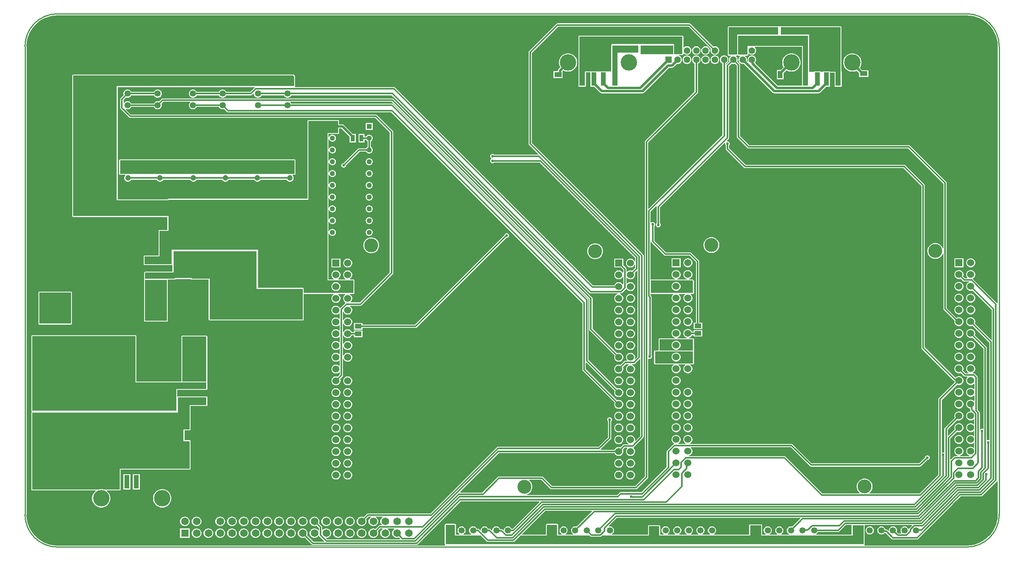
<source format=gtl>
G04*
G04 #@! TF.GenerationSoftware,Altium Limited,Altium Designer,21.2.0 (30)*
G04*
G04 Layer_Physical_Order=1*
G04 Layer_Color=255*
%FSLAX44Y44*%
%MOMM*%
G71*
G04*
G04 #@! TF.SameCoordinates,3F68380A-C471-43A9-BBDE-A44CCE961C07*
G04*
G04*
G04 #@! TF.FilePolarity,Positive*
G04*
G01*
G75*
%ADD14C,0.2540*%
%ADD15C,0.5000*%
%ADD16R,2.1600X1.0200*%
%ADD17R,6.9900X8.3300*%
%ADD18R,1.9100X1.2350*%
%ADD19R,1.1200X2.8800*%
%ADD20R,1.1000X1.5700*%
%ADD21R,1.4700X1.0200*%
%ADD22R,0.9000X1.4500*%
%ADD23R,1.5700X1.1000*%
%ADD24R,19.2000X6.3000*%
%ADD25R,3.3600X4.8600*%
%ADD26R,1.3900X1.4000*%
%ADD27R,3.8500X2.1000*%
%ADD28R,3.5500X1.8500*%
%ADD61C,0.3000*%
%ADD62R,1.1300X1.1300*%
%ADD63C,1.1300*%
%ADD64R,1.5300X1.5300*%
%ADD65C,1.5300*%
%ADD66C,3.0000*%
%ADD67C,6.0000*%
%ADD68R,6.0000X6.0000*%
%ADD69C,3.5400*%
%ADD70C,1.4300*%
%ADD71R,1.4300X1.4300*%
%ADD72C,1.3500*%
%ADD73R,1.3500X1.3500*%
%ADD74R,1.3500X1.3500*%
%ADD75R,1.6500X1.6500*%
%ADD76C,1.6500*%
%ADD77R,1.2000X1.2000*%
%ADD78C,1.2000*%
%ADD79C,7.4000*%
%ADD80C,0.6000*%
G36*
X1623000Y1105039D02*
X1537000D01*
X1536803Y1105000D01*
X1535000D01*
Y1103197D01*
X1534961Y1103000D01*
Y1063270D01*
X1533691Y1062000D01*
X1517000Y1062000D01*
Y1121000D01*
X1623000D01*
X1623000Y1105039D01*
D02*
G37*
G36*
X1674961Y995000D02*
X1674869Y994888D01*
X1622686D01*
X1573368Y1044207D01*
Y1044428D01*
X1574322Y1045382D01*
X1575526Y1047468D01*
X1576150Y1049795D01*
Y1052205D01*
X1575526Y1054532D01*
X1574322Y1056618D01*
X1572618Y1058322D01*
X1570532Y1059526D01*
X1568205Y1060150D01*
X1565795D01*
X1563468Y1059526D01*
X1561382Y1058322D01*
X1559678Y1056618D01*
X1558474Y1054532D01*
X1557850Y1052205D01*
Y1049795D01*
X1558348Y1047937D01*
X1557209Y1047279D01*
X1555842Y1048646D01*
X1556150Y1049795D01*
Y1052205D01*
X1555526Y1054532D01*
X1554322Y1056618D01*
X1552618Y1058322D01*
X1551979Y1058691D01*
X1552319Y1059961D01*
X1557000D01*
X1557780Y1060116D01*
X1558442Y1060558D01*
X1558884Y1061220D01*
X1559039Y1062000D01*
Y1064225D01*
X1560309Y1064751D01*
X1561382Y1063678D01*
X1563468Y1062474D01*
X1565795Y1061850D01*
X1568205D01*
X1570532Y1062474D01*
X1572618Y1063678D01*
X1574322Y1065382D01*
X1575526Y1067468D01*
X1576150Y1069795D01*
Y1072205D01*
X1575526Y1074532D01*
X1574322Y1076618D01*
X1573249Y1077691D01*
X1573775Y1078961D01*
X1674961D01*
Y995000D01*
D02*
G37*
G36*
X1758000Y995000D02*
X1747000D01*
Y1025000D01*
X1735300D01*
Y1025600D01*
X1720100D01*
Y1025000D01*
X1715300D01*
Y1025600D01*
X1700100D01*
Y1025000D01*
X1690300D01*
Y1025600D01*
X1690039D01*
Y1103000D01*
X1690000Y1103197D01*
Y1105000D01*
X1688197D01*
X1688000Y1105039D01*
X1629000D01*
Y1121000D01*
X1758000D01*
Y995000D01*
D02*
G37*
G36*
X1688000D02*
X1677000D01*
Y1081000D01*
X1557000D01*
Y1062000D01*
X1537000D01*
Y1103000D01*
X1688000D01*
Y995000D01*
D02*
G37*
G36*
X2037469Y1146289D02*
X2044844Y1145035D01*
X2052032Y1142965D01*
X2058943Y1140102D01*
X2065491Y1136483D01*
X2071592Y1132154D01*
X2077170Y1127170D01*
X2082154Y1121592D01*
X2086483Y1115491D01*
X2090102Y1108943D01*
X2092964Y1102032D01*
X2095035Y1094844D01*
X2096288Y1087469D01*
X2096699Y1080165D01*
X2096666Y1080000D01*
X2096666Y526475D01*
X2095396Y526090D01*
X2095135Y526480D01*
X2043587Y578028D01*
X2043760Y579594D01*
X2044425Y579978D01*
X2046222Y581775D01*
X2047492Y583975D01*
X2048150Y586429D01*
Y588970D01*
X2047492Y591425D01*
X2046222Y593625D01*
X2044425Y595422D01*
X2042225Y596692D01*
X2039771Y597350D01*
X2037230D01*
X2034775Y596692D01*
X2032575Y595422D01*
X2030778Y593625D01*
X2029508Y591425D01*
X2028850Y588970D01*
Y586429D01*
X2029508Y583975D01*
X2030778Y581775D01*
X2031582Y580971D01*
X2031056Y579701D01*
X2026146D01*
X2022012Y583835D01*
X2022092Y583975D01*
X2022750Y586429D01*
Y588970D01*
X2022092Y591425D01*
X2020822Y593625D01*
X2019025Y595422D01*
X2016825Y596692D01*
X2014371Y597350D01*
X2011830D01*
X2009375Y596692D01*
X2007175Y595422D01*
X2005378Y593625D01*
X2004108Y591425D01*
X2003450Y588970D01*
Y586429D01*
X2004108Y583975D01*
X2005378Y581775D01*
X2007175Y579978D01*
X2009375Y578708D01*
X2011830Y578050D01*
X2014371D01*
X2016825Y578708D01*
X2016965Y578788D01*
X2022144Y573609D01*
X2023302Y572836D01*
X2024668Y572564D01*
X2034614D01*
X2034781Y571294D01*
X2034775Y571292D01*
X2032575Y570022D01*
X2030778Y568225D01*
X2029508Y566025D01*
X2028850Y563571D01*
Y561030D01*
X2029508Y558575D01*
X2030778Y556375D01*
X2032575Y554578D01*
X2034775Y553308D01*
X2037230Y552650D01*
X2039771D01*
X2042225Y553308D01*
X2042365Y553388D01*
X2084043Y511710D01*
Y447263D01*
X2082870Y446777D01*
X2047411Y482235D01*
X2047492Y482375D01*
X2048150Y484829D01*
Y487370D01*
X2047492Y489825D01*
X2046222Y492025D01*
X2044425Y493822D01*
X2042225Y495092D01*
X2039771Y495750D01*
X2037230D01*
X2034775Y495092D01*
X2032575Y493822D01*
X2030778Y492025D01*
X2029508Y489825D01*
X2028850Y487370D01*
Y484829D01*
X2029508Y482375D01*
X2030778Y480175D01*
X2032575Y478378D01*
X2034775Y477108D01*
X2037230Y476450D01*
X2039771D01*
X2042225Y477108D01*
X2042365Y477188D01*
X2079043Y440510D01*
Y231572D01*
X2077773Y230724D01*
X2077107Y231000D01*
X2075117D01*
X2074451Y230724D01*
X2073181Y231572D01*
Y429588D01*
X2072909Y430953D01*
X2072135Y432111D01*
X2047411Y456835D01*
X2047492Y456975D01*
X2048150Y459430D01*
Y461970D01*
X2047492Y464425D01*
X2046222Y466625D01*
X2044425Y468422D01*
X2042225Y469692D01*
X2039771Y470350D01*
X2037230D01*
X2034775Y469692D01*
X2032575Y468422D01*
X2030778Y466625D01*
X2029508Y464425D01*
X2028850Y461970D01*
Y459430D01*
X2029508Y456975D01*
X2030778Y454775D01*
X2032575Y452978D01*
X2034775Y451708D01*
X2037230Y451050D01*
X2039771D01*
X2042225Y451708D01*
X2042365Y451788D01*
X2066044Y428110D01*
Y255653D01*
X2064774Y254804D01*
X2064107Y255080D01*
X2062117D01*
X2060280Y254319D01*
X2059489Y253528D01*
X2058219Y254054D01*
Y289590D01*
X2057947Y290955D01*
X2057173Y292113D01*
X2053569Y295718D01*
Y366000D01*
X2053297Y367366D01*
X2052523Y368523D01*
X2047523Y373523D01*
X2046366Y374297D01*
X2045000Y374569D01*
X2043138D01*
X2042798Y375839D01*
X2044425Y376778D01*
X2046222Y378575D01*
X2047492Y380775D01*
X2048150Y383229D01*
Y385770D01*
X2047492Y388225D01*
X2046222Y390425D01*
X2044425Y392222D01*
X2042225Y393492D01*
X2039771Y394150D01*
X2037230D01*
X2034775Y393492D01*
X2032575Y392222D01*
X2030778Y390425D01*
X2029508Y388225D01*
X2028850Y385770D01*
Y383229D01*
X2029508Y380775D01*
X2030778Y378575D01*
X2032575Y376778D01*
X2034202Y375839D01*
X2033862Y374569D01*
X2028078D01*
X2022012Y380635D01*
X2022092Y380775D01*
X2022750Y383229D01*
Y385770D01*
X2022092Y388225D01*
X2020822Y390425D01*
X2019025Y392222D01*
X2016825Y393492D01*
X2014371Y394150D01*
X2011830D01*
X2009375Y393492D01*
X2007175Y392222D01*
X2005378Y390425D01*
X2004108Y388225D01*
X2003450Y385770D01*
Y383229D01*
X2004108Y380775D01*
X2005378Y378575D01*
X2007175Y376778D01*
X2009375Y375508D01*
X2011830Y374850D01*
X2014371D01*
X2016825Y375508D01*
X2016965Y375588D01*
X2024077Y368477D01*
X2025234Y367703D01*
X2026600Y367431D01*
X2031388D01*
X2031914Y366161D01*
X2030778Y365025D01*
X2029508Y362825D01*
X2028850Y360370D01*
Y357830D01*
X2029508Y355375D01*
X2030778Y353175D01*
X2032575Y351378D01*
X2034775Y350108D01*
X2037230Y349450D01*
X2039771D01*
X2042225Y350108D01*
X2044425Y351378D01*
X2045161Y352114D01*
X2046431Y351588D01*
Y341212D01*
X2045161Y340686D01*
X2044425Y341422D01*
X2042225Y342692D01*
X2039771Y343350D01*
X2037230D01*
X2034775Y342692D01*
X2032575Y341422D01*
X2030778Y339625D01*
X2029508Y337425D01*
X2028850Y334971D01*
Y332430D01*
X2029508Y329975D01*
X2030778Y327775D01*
X2032575Y325978D01*
X2034775Y324708D01*
X2037230Y324050D01*
X2039771D01*
X2042225Y324708D01*
X2044425Y325978D01*
X2045161Y326714D01*
X2046431Y326188D01*
Y315812D01*
X2045161Y315286D01*
X2044425Y316022D01*
X2042225Y317292D01*
X2039771Y317950D01*
X2037230D01*
X2034775Y317292D01*
X2032575Y316022D01*
X2030778Y314225D01*
X2029508Y312025D01*
X2028850Y309571D01*
Y307029D01*
X2029508Y304575D01*
X2030778Y302375D01*
X2032575Y300578D01*
X2034775Y299308D01*
X2037230Y298650D01*
X2037285D01*
Y296315D01*
X2037557Y294949D01*
X2038311Y293820D01*
X2038208Y293265D01*
X2037912Y292550D01*
X2037230D01*
X2034775Y291892D01*
X2032575Y290622D01*
X2030778Y288825D01*
X2029508Y286625D01*
X2028850Y284170D01*
Y281630D01*
X2029508Y279175D01*
X2030778Y276975D01*
X2032575Y275178D01*
X2034775Y273908D01*
X2037230Y273250D01*
X2039771D01*
X2042225Y273908D01*
X2044425Y275178D01*
X2044908Y275661D01*
X2046081Y275175D01*
Y265225D01*
X2044908Y264739D01*
X2044425Y265222D01*
X2042225Y266492D01*
X2039771Y267150D01*
X2037230D01*
X2034775Y266492D01*
X2032575Y265222D01*
X2030778Y263425D01*
X2029508Y261225D01*
X2028850Y258771D01*
Y256229D01*
X2029508Y253775D01*
X2030778Y251575D01*
X2032575Y249778D01*
X2034775Y248508D01*
X2037230Y247850D01*
X2039771D01*
X2042225Y248508D01*
X2044425Y249778D01*
X2044908Y250261D01*
X2046081Y249775D01*
Y239825D01*
X2044908Y239339D01*
X2044425Y239822D01*
X2042225Y241092D01*
X2039771Y241750D01*
X2037230D01*
X2034775Y241092D01*
X2032575Y239822D01*
X2030778Y238025D01*
X2029508Y235825D01*
X2028850Y233370D01*
Y230830D01*
X2029508Y228375D01*
X2030778Y226175D01*
X2032575Y224378D01*
X2034775Y223108D01*
X2037230Y222450D01*
X2039771D01*
X2042225Y223108D01*
X2044425Y224378D01*
X2044908Y224861D01*
X2046081Y224375D01*
Y214425D01*
X2044908Y213939D01*
X2044425Y214422D01*
X2042225Y215692D01*
X2039771Y216350D01*
X2037230D01*
X2034775Y215692D01*
X2032575Y214422D01*
X2030778Y212625D01*
X2029508Y210425D01*
X2028850Y207971D01*
Y205429D01*
X2029508Y202975D01*
X2030778Y200775D01*
X2032575Y198978D01*
X2034775Y197708D01*
X2036000Y197379D01*
X2035833Y196109D01*
X2015767D01*
X2015600Y197379D01*
X2016825Y197708D01*
X2019025Y198978D01*
X2020822Y200775D01*
X2022092Y202975D01*
X2022750Y205429D01*
Y207971D01*
X2022092Y210425D01*
X2020822Y212625D01*
X2019025Y214422D01*
X2016825Y215692D01*
X2014371Y216350D01*
X2011830D01*
X2009375Y215692D01*
X2007175Y214422D01*
X2005378Y212625D01*
X2004108Y210425D01*
X2003450Y207971D01*
Y205429D01*
X2004108Y202975D01*
X2005378Y200775D01*
X2007175Y198978D01*
X2009375Y197708D01*
X2010600Y197379D01*
X2010433Y196109D01*
X2004541D01*
X2003175Y195838D01*
X2002017Y195064D01*
X1995742Y188789D01*
X1994569Y189275D01*
Y233922D01*
X2009235Y248589D01*
X2009375Y248508D01*
X2011830Y247850D01*
X2014371D01*
X2016825Y248508D01*
X2019025Y249778D01*
X2020822Y251575D01*
X2022092Y253775D01*
X2022750Y256229D01*
Y258771D01*
X2022092Y261225D01*
X2020822Y263425D01*
X2019025Y265222D01*
X2016825Y266492D01*
X2014371Y267150D01*
X2011830D01*
X2009375Y266492D01*
X2007175Y265222D01*
X2005378Y263425D01*
X2004108Y261225D01*
X2003450Y258771D01*
Y256229D01*
X2004108Y253775D01*
X2004189Y253635D01*
X1990242Y239689D01*
X1989069Y240175D01*
Y253822D01*
X2009235Y273988D01*
X2009375Y273908D01*
X2011830Y273250D01*
X2014371D01*
X2016825Y273908D01*
X2019025Y275178D01*
X2020822Y276975D01*
X2022092Y279175D01*
X2022750Y281630D01*
Y284170D01*
X2022092Y286625D01*
X2020822Y288825D01*
X2019025Y290622D01*
X2016825Y291892D01*
X2014371Y292550D01*
X2011830D01*
X2009375Y291892D01*
X2007175Y290622D01*
X2005378Y288825D01*
X2004108Y286625D01*
X2003450Y284170D01*
Y281630D01*
X2004108Y279175D01*
X2004189Y279035D01*
X1982977Y257823D01*
X1982203Y256666D01*
X1981931Y255300D01*
Y204572D01*
X1980661Y203724D01*
X1979995Y204000D01*
X1978005D01*
X1977339Y203724D01*
X1976069Y204572D01*
Y317022D01*
X2009235Y350188D01*
X2009375Y350108D01*
X2011830Y349450D01*
X2014371D01*
X2016825Y350108D01*
X2019025Y351378D01*
X2020822Y353175D01*
X2022092Y355375D01*
X2022750Y357830D01*
Y360370D01*
X2022092Y362825D01*
X2020822Y365025D01*
X2019025Y366822D01*
X2016825Y368092D01*
X2014371Y368750D01*
X2011830D01*
X2009375Y368092D01*
X2007175Y366822D01*
X2005700Y365347D01*
X1939569Y431478D01*
Y780000D01*
X1939297Y781366D01*
X1938523Y782523D01*
X1897523Y823523D01*
X1896366Y824297D01*
X1895000Y824569D01*
X1553478D01*
X1517569Y860478D01*
Y866497D01*
X1518239Y867168D01*
X1519000Y869006D01*
Y870995D01*
X1518239Y872832D01*
X1516832Y874239D01*
X1514995Y875000D01*
X1513005D01*
X1512938Y874972D01*
X1512218Y876049D01*
X1516523Y880354D01*
X1517297Y881511D01*
X1517569Y882877D01*
Y1036522D01*
X1523509Y1042463D01*
X1525795Y1041850D01*
X1528205D01*
X1530491Y1042463D01*
X1534431Y1038522D01*
Y885000D01*
X1534703Y883634D01*
X1535477Y882477D01*
X1557477Y860477D01*
X1558634Y859703D01*
X1560000Y859431D01*
X1903522D01*
X1979431Y783522D01*
Y644883D01*
X1978161Y644630D01*
X1977365Y646553D01*
X1975505Y649337D01*
X1973137Y651705D01*
X1970352Y653565D01*
X1967259Y654847D01*
X1963974Y655500D01*
X1960626D01*
X1957341Y654847D01*
X1954247Y653565D01*
X1951463Y651705D01*
X1949095Y649337D01*
X1947235Y646553D01*
X1945953Y643459D01*
X1945300Y640174D01*
Y636826D01*
X1945953Y633541D01*
X1947235Y630448D01*
X1949095Y627663D01*
X1951463Y625295D01*
X1954247Y623435D01*
X1957341Y622153D01*
X1960626Y621500D01*
X1963974D01*
X1967259Y622153D01*
X1970352Y623435D01*
X1973137Y625295D01*
X1975505Y627663D01*
X1977365Y630448D01*
X1978161Y632370D01*
X1979431Y632117D01*
Y514000D01*
X1979703Y512634D01*
X1980477Y511477D01*
X2003689Y488264D01*
X2003450Y487370D01*
Y484829D01*
X2004108Y482375D01*
X2005378Y480175D01*
X2007175Y478378D01*
X2009375Y477108D01*
X2011830Y476450D01*
X2014371D01*
X2016825Y477108D01*
X2019025Y478378D01*
X2020822Y480175D01*
X2022092Y482375D01*
X2022750Y484829D01*
Y487370D01*
X2022092Y489825D01*
X2020822Y492025D01*
X2019025Y493822D01*
X2016825Y495092D01*
X2014371Y495750D01*
X2011830D01*
X2009375Y495092D01*
X2007841Y494206D01*
X1986569Y515478D01*
Y785000D01*
X1986297Y786366D01*
X1985523Y787523D01*
X1907523Y865523D01*
X1906366Y866297D01*
X1905000Y866569D01*
X1561478D01*
X1541569Y886478D01*
Y1040000D01*
X1541297Y1041366D01*
X1540523Y1042523D01*
X1535537Y1047509D01*
X1536150Y1049795D01*
Y1052205D01*
X1535526Y1054532D01*
X1534322Y1056618D01*
X1532618Y1058322D01*
X1531979Y1058691D01*
X1532319Y1059961D01*
X1533691D01*
X1534471Y1060116D01*
X1535345Y1060472D01*
X1536220Y1060116D01*
X1537000Y1059961D01*
X1541681D01*
X1542021Y1058691D01*
X1541382Y1058322D01*
X1539678Y1056618D01*
X1538474Y1054532D01*
X1537850Y1052205D01*
Y1049795D01*
X1538474Y1047468D01*
X1539678Y1045382D01*
X1541382Y1043678D01*
X1543468Y1042474D01*
X1545795Y1041850D01*
X1548205D01*
X1549353Y1042158D01*
X1611456Y980056D01*
X1612944Y979061D01*
X1614700Y978712D01*
X1710600D01*
X1712356Y979061D01*
X1713844Y980056D01*
X1726589Y992800D01*
X1735300D01*
Y1022961D01*
X1744961D01*
Y995000D01*
X1745100Y994300D01*
Y992800D01*
X1760300D01*
Y1025600D01*
X1760039D01*
Y1121000D01*
X1759884Y1121780D01*
X1759442Y1122442D01*
X1758780Y1122884D01*
X1758000Y1123039D01*
X1629000D01*
X1628220Y1122884D01*
X1628169Y1122850D01*
X1626600D01*
Y1122850D01*
X1625400D01*
Y1122850D01*
X1623831D01*
X1623780Y1122884D01*
X1623000Y1123039D01*
X1517000D01*
X1516220Y1122884D01*
X1515558Y1122442D01*
X1515116Y1121780D01*
X1514961Y1121000D01*
Y1062000D01*
X1515116Y1061220D01*
X1515558Y1060558D01*
X1516220Y1060116D01*
X1517000Y1059961D01*
X1521681D01*
X1522021Y1058691D01*
X1521382Y1058322D01*
X1519678Y1056618D01*
X1518474Y1054532D01*
X1517850Y1052205D01*
Y1049795D01*
X1518463Y1047509D01*
X1511839Y1040885D01*
X1510729Y1041332D01*
X1510702Y1042572D01*
X1512618Y1043678D01*
X1514322Y1045382D01*
X1515526Y1047468D01*
X1516150Y1049795D01*
Y1052205D01*
X1515526Y1054532D01*
X1514322Y1056618D01*
X1512618Y1058322D01*
X1510532Y1059526D01*
X1508205Y1060150D01*
X1505795D01*
X1503468Y1059526D01*
X1501382Y1058322D01*
X1499678Y1056618D01*
X1498474Y1054532D01*
X1497850Y1052205D01*
Y1049795D01*
X1498474Y1047468D01*
X1499678Y1045382D01*
X1501382Y1043678D01*
X1503431Y1042495D01*
Y888478D01*
X1344742Y729789D01*
X1343569Y730275D01*
Y872522D01*
X1449523Y978477D01*
X1450297Y979634D01*
X1450569Y981000D01*
Y1042495D01*
X1452618Y1043678D01*
X1454322Y1045382D01*
X1455526Y1047468D01*
X1456150Y1049795D01*
Y1052205D01*
X1455526Y1054532D01*
X1454322Y1056618D01*
X1452618Y1058322D01*
X1450532Y1059526D01*
X1448205Y1060150D01*
X1445795D01*
X1443468Y1059526D01*
X1441382Y1058322D01*
X1439678Y1056618D01*
X1438474Y1054532D01*
X1437850Y1052205D01*
Y1049795D01*
X1438474Y1047468D01*
X1439678Y1045382D01*
X1441382Y1043678D01*
X1443431Y1042495D01*
Y982478D01*
X1337477Y876523D01*
X1336703Y875366D01*
X1336431Y874000D01*
Y152478D01*
X1315522Y131569D01*
X1136478D01*
X1117023Y151023D01*
X1115866Y151797D01*
X1114500Y152069D01*
X1021714D01*
X1020349Y151797D01*
X1019191Y151023D01*
X985736Y117569D01*
X938133D01*
X937646Y118742D01*
X1021536Y202631D01*
X1270766D01*
X1270808Y202475D01*
X1272078Y200275D01*
X1273875Y198478D01*
X1276075Y197208D01*
X1278530Y196550D01*
X1281071D01*
X1283525Y197208D01*
X1285725Y198478D01*
X1287522Y200275D01*
X1288792Y202475D01*
X1289450Y204930D01*
Y207470D01*
X1288792Y209925D01*
X1288712Y210065D01*
X1292855Y214208D01*
X1297765D01*
X1298291Y212938D01*
X1297478Y212125D01*
X1296208Y209925D01*
X1295550Y207470D01*
Y204930D01*
X1296208Y202475D01*
X1297478Y200275D01*
X1299275Y198478D01*
X1301475Y197208D01*
X1303929Y196550D01*
X1306470D01*
X1308925Y197208D01*
X1311125Y198478D01*
X1312922Y200275D01*
X1314192Y202475D01*
X1314850Y204930D01*
Y207470D01*
X1314192Y209925D01*
X1312922Y212125D01*
X1311661Y213387D01*
X1311791Y214886D01*
X1311826Y214936D01*
X1312300Y215253D01*
X1332523Y235477D01*
X1333297Y236634D01*
X1333569Y238000D01*
Y629000D01*
X1333297Y630366D01*
X1332523Y631523D01*
X1092569Y871478D01*
Y1065522D01*
X1149478Y1122431D01*
X1430522D01*
X1478463Y1074491D01*
X1477850Y1072205D01*
Y1069795D01*
X1478474Y1067468D01*
X1479678Y1065382D01*
X1481382Y1063678D01*
X1483468Y1062474D01*
X1485795Y1061850D01*
X1488205D01*
X1490532Y1062474D01*
X1492618Y1063678D01*
X1494322Y1065382D01*
X1495526Y1067468D01*
X1496150Y1069795D01*
Y1072205D01*
X1495526Y1074532D01*
X1494322Y1076618D01*
X1492618Y1078322D01*
X1490532Y1079526D01*
X1488205Y1080150D01*
X1485795D01*
X1483509Y1079537D01*
X1434523Y1128523D01*
X1433366Y1129297D01*
X1432000Y1129569D01*
X1148000D01*
X1146634Y1129297D01*
X1145477Y1128523D01*
X1086477Y1069523D01*
X1085703Y1068366D01*
X1085431Y1067000D01*
Y870000D01*
X1085703Y868634D01*
X1086477Y867477D01*
X1106211Y847742D01*
X1105725Y846569D01*
X1011503D01*
X1010832Y847239D01*
X1008995Y848000D01*
X1007005D01*
X1005168Y847239D01*
X1003761Y845832D01*
X1003000Y843995D01*
Y842005D01*
X1003761Y840168D01*
X1005168Y838761D01*
X1005472Y838635D01*
Y837365D01*
X1005168Y837239D01*
X1003761Y835832D01*
X1003000Y833995D01*
Y832005D01*
X1003761Y830168D01*
X1005168Y828761D01*
X1007005Y828000D01*
X1008995D01*
X1010832Y828761D01*
X1011503Y829431D01*
X1109522D01*
X1315431Y623522D01*
Y616607D01*
X1314192Y616325D01*
X1312922Y618525D01*
X1311125Y620322D01*
X1308925Y621592D01*
X1306470Y622250D01*
X1303929D01*
X1301475Y621592D01*
X1299275Y620322D01*
X1297478Y618525D01*
X1296208Y616325D01*
X1295550Y613871D01*
Y611329D01*
X1296208Y608875D01*
X1297478Y606675D01*
X1299275Y604878D01*
X1301475Y603608D01*
X1303929Y602950D01*
X1306470D01*
X1308925Y603608D01*
X1311125Y604878D01*
X1312922Y606675D01*
X1314192Y608875D01*
X1315431Y608593D01*
Y602478D01*
X1309065Y596111D01*
X1308925Y596192D01*
X1306470Y596850D01*
X1303929D01*
X1301475Y596192D01*
X1299275Y594922D01*
X1297839Y593486D01*
X1296569Y593996D01*
Y599400D01*
X1296297Y600766D01*
X1295523Y601923D01*
X1289450Y607997D01*
Y622250D01*
X1270150D01*
Y602950D01*
X1284403D01*
X1289431Y597922D01*
Y592358D01*
X1288161Y592018D01*
X1287522Y593125D01*
X1285725Y594922D01*
X1283525Y596192D01*
X1281071Y596850D01*
X1278530D01*
X1276075Y596192D01*
X1273875Y594922D01*
X1272078Y593125D01*
X1270808Y590925D01*
X1270150Y588470D01*
Y585929D01*
X1270808Y583475D01*
X1272078Y581275D01*
X1273875Y579478D01*
X1276075Y578208D01*
X1278530Y577550D01*
X1281071D01*
X1283525Y578208D01*
X1285725Y579478D01*
X1287522Y581275D01*
X1288161Y582382D01*
X1289431Y582042D01*
Y566958D01*
X1288161Y566618D01*
X1287522Y567725D01*
X1285725Y569522D01*
X1283525Y570792D01*
X1281071Y571450D01*
X1278530D01*
X1276075Y570792D01*
X1273875Y569522D01*
X1272078Y567725D01*
X1270808Y565525D01*
X1270551Y564569D01*
X1224478D01*
X798273Y990773D01*
X797116Y991547D01*
X795750Y991819D01*
X582447D01*
X581796Y993089D01*
X581884Y993220D01*
X582039Y994000D01*
Y1015000D01*
X581884Y1015780D01*
X581442Y1016442D01*
X581039Y1016711D01*
Y1017000D01*
X580884Y1017780D01*
X580442Y1018442D01*
X579780Y1018884D01*
X579000Y1019039D01*
X104000D01*
X103220Y1018884D01*
X102558Y1018442D01*
X102116Y1017780D01*
X101961Y1017000D01*
Y714000D01*
X102116Y713220D01*
X102558Y712558D01*
X103220Y712116D01*
X104000Y711961D01*
X306961D01*
Y684039D01*
X290000D01*
X289220Y683884D01*
X288558Y683442D01*
X288116Y682780D01*
X287961Y682000D01*
Y629039D01*
X258000D01*
X257220Y628884D01*
X256558Y628442D01*
X256116Y627780D01*
X255961Y627000D01*
Y610000D01*
X256116Y609220D01*
X256558Y608558D01*
X257220Y608116D01*
X258000Y607961D01*
X316000D01*
X316691Y608098D01*
X316819Y608092D01*
X317961Y607377D01*
Y594039D01*
X259000D01*
X258220Y593884D01*
X257558Y593442D01*
X257116Y592780D01*
X256961Y592000D01*
Y579000D01*
X257116Y578220D01*
X257525Y577500D01*
X257116Y576780D01*
X256961Y576000D01*
Y488000D01*
X257116Y487220D01*
X257558Y486558D01*
X258220Y486116D01*
X259000Y485961D01*
X306000D01*
X306780Y486116D01*
X307442Y486558D01*
X307884Y487220D01*
X308039Y488000D01*
Y576000D01*
X309143Y576961D01*
X322850D01*
X323630Y577116D01*
X324292Y577558D01*
X324681Y578141D01*
X340750D01*
X340750Y578141D01*
X341250D01*
X341250Y578141D01*
X357319D01*
X357708Y577558D01*
X358370Y577116D01*
X359150Y576961D01*
X395961D01*
Y491000D01*
X396116Y490220D01*
X396558Y489558D01*
X397220Y489116D01*
X398000Y488961D01*
X599000D01*
X599780Y489116D01*
X600442Y489558D01*
X600884Y490220D01*
X601039Y491000D01*
Y545961D01*
X664920D01*
X665260Y544691D01*
X664275Y544122D01*
X662478Y542325D01*
X661208Y540125D01*
X660550Y537671D01*
Y535130D01*
X661208Y532675D01*
X662478Y530475D01*
X664275Y528678D01*
X666475Y527408D01*
X668930Y526750D01*
X671470D01*
X673925Y527408D01*
X676125Y528678D01*
X677922Y530475D01*
X679192Y532675D01*
X679850Y535130D01*
Y537671D01*
X679192Y540125D01*
X677922Y542325D01*
X676125Y544122D01*
X675140Y544691D01*
X675480Y545961D01*
X690320D01*
X690660Y544691D01*
X689675Y544122D01*
X687878Y542325D01*
X686608Y540125D01*
X685950Y537671D01*
Y535130D01*
X686608Y532675D01*
X687878Y530475D01*
X689675Y528678D01*
X690518Y528191D01*
X690567Y526696D01*
X690308Y526523D01*
X679872Y516087D01*
X678306Y516260D01*
X677922Y516925D01*
X676125Y518722D01*
X673925Y519992D01*
X671470Y520650D01*
X668930D01*
X666475Y519992D01*
X664275Y518722D01*
X662478Y516925D01*
X661208Y514725D01*
X660550Y512271D01*
Y509729D01*
X661208Y507275D01*
X662478Y505075D01*
X664275Y503278D01*
X666475Y502008D01*
X668930Y501350D01*
X671470D01*
X673925Y502008D01*
X676125Y503278D01*
X676929Y504082D01*
X678199Y503556D01*
Y493044D01*
X676929Y492518D01*
X676125Y493322D01*
X673925Y494592D01*
X671470Y495250D01*
X668930D01*
X666475Y494592D01*
X664275Y493322D01*
X662478Y491525D01*
X661208Y489325D01*
X660550Y486870D01*
Y484329D01*
X661208Y481875D01*
X662478Y479675D01*
X664275Y477878D01*
X666475Y476608D01*
X668930Y475950D01*
X671470D01*
X673925Y476608D01*
X676125Y477878D01*
X676929Y478682D01*
X678199Y478156D01*
Y467644D01*
X676929Y467118D01*
X676125Y467922D01*
X673925Y469192D01*
X671470Y469850D01*
X668930D01*
X666475Y469192D01*
X664275Y467922D01*
X662478Y466125D01*
X661208Y463925D01*
X660550Y461470D01*
Y458929D01*
X661208Y456475D01*
X662478Y454275D01*
X664275Y452478D01*
X666475Y451208D01*
X668930Y450550D01*
X671470D01*
X673925Y451208D01*
X676125Y452478D01*
X676929Y453282D01*
X678199Y452756D01*
Y442244D01*
X676929Y441718D01*
X676125Y442522D01*
X673925Y443792D01*
X671470Y444450D01*
X668930D01*
X666475Y443792D01*
X664275Y442522D01*
X662478Y440725D01*
X661208Y438525D01*
X660550Y436071D01*
Y433530D01*
X661208Y431075D01*
X662478Y428875D01*
X664275Y427078D01*
X666475Y425808D01*
X668930Y425150D01*
X671470D01*
X673925Y425808D01*
X676125Y427078D01*
X676929Y427882D01*
X678199Y427356D01*
Y416844D01*
X676929Y416318D01*
X676125Y417122D01*
X673925Y418392D01*
X671470Y419050D01*
X668930D01*
X666475Y418392D01*
X664275Y417122D01*
X662478Y415325D01*
X661208Y413125D01*
X660550Y410671D01*
Y408130D01*
X661208Y405675D01*
X662478Y403475D01*
X664275Y401678D01*
X666475Y400408D01*
X668930Y399750D01*
X671470D01*
X673925Y400408D01*
X676125Y401678D01*
X676929Y402482D01*
X678199Y401956D01*
Y391444D01*
X676929Y390918D01*
X676125Y391722D01*
X673925Y392992D01*
X671470Y393650D01*
X668930D01*
X666475Y392992D01*
X664275Y391722D01*
X662478Y389925D01*
X661208Y387725D01*
X660550Y385271D01*
Y382729D01*
X661208Y380275D01*
X662478Y378075D01*
X664275Y376278D01*
X666475Y375008D01*
X668930Y374350D01*
X671470D01*
X673925Y375008D01*
X676125Y376278D01*
X676929Y377082D01*
X678199Y376556D01*
Y371646D01*
X674065Y367511D01*
X673925Y367592D01*
X671470Y368250D01*
X668930D01*
X666475Y367592D01*
X664275Y366322D01*
X662478Y364525D01*
X661208Y362325D01*
X660550Y359870D01*
Y357329D01*
X661208Y354875D01*
X662478Y352675D01*
X664275Y350878D01*
X666475Y349608D01*
X668930Y348950D01*
X671470D01*
X673925Y349608D01*
X676125Y350878D01*
X677922Y352675D01*
X679192Y354875D01*
X679850Y357329D01*
Y359870D01*
X679192Y362325D01*
X679111Y362465D01*
X684291Y367644D01*
X685064Y368802D01*
X685336Y370168D01*
Y405514D01*
X686606Y405681D01*
X686608Y405675D01*
X687878Y403475D01*
X689675Y401678D01*
X691875Y400408D01*
X694330Y399750D01*
X696870D01*
X699325Y400408D01*
X701525Y401678D01*
X703322Y403475D01*
X704592Y405675D01*
X705250Y408130D01*
Y410671D01*
X704592Y413125D01*
X703322Y415325D01*
X701525Y417122D01*
X699325Y418392D01*
X696870Y419050D01*
X694330D01*
X691875Y418392D01*
X689675Y417122D01*
X687878Y415325D01*
X686608Y413125D01*
X686606Y413119D01*
X685336Y413286D01*
Y430914D01*
X686606Y431081D01*
X686608Y431075D01*
X687878Y428875D01*
X689675Y427078D01*
X691875Y425808D01*
X694330Y425150D01*
X696870D01*
X699325Y425808D01*
X701525Y427078D01*
X703322Y428875D01*
X704592Y431075D01*
X705250Y433530D01*
Y436071D01*
X704592Y438525D01*
X703322Y440725D01*
X701525Y442522D01*
X699325Y443792D01*
X696870Y444450D01*
X694330D01*
X691875Y443792D01*
X689675Y442522D01*
X687878Y440725D01*
X686608Y438525D01*
X686606Y438519D01*
X685336Y438686D01*
Y456314D01*
X686606Y456481D01*
X686608Y456475D01*
X687878Y454275D01*
X689675Y452478D01*
X691875Y451208D01*
X694330Y450550D01*
X696870D01*
X699325Y451208D01*
X701525Y452478D01*
X703322Y454275D01*
X704592Y456475D01*
X704634Y456631D01*
X708650D01*
Y452900D01*
X727350D01*
Y467100D01*
X708650D01*
Y463769D01*
X704634D01*
X704592Y463925D01*
X703322Y466125D01*
X701525Y467922D01*
X699325Y469192D01*
X696870Y469850D01*
X694330D01*
X691875Y469192D01*
X689675Y467922D01*
X687878Y466125D01*
X686608Y463925D01*
X686606Y463919D01*
X685336Y464086D01*
Y481714D01*
X686606Y481881D01*
X686608Y481875D01*
X687878Y479675D01*
X689675Y477878D01*
X691875Y476608D01*
X694330Y475950D01*
X696870D01*
X699325Y476608D01*
X701525Y477878D01*
X703322Y479675D01*
X704592Y481875D01*
X705250Y484329D01*
Y486870D01*
X704592Y489325D01*
X703322Y491525D01*
X701525Y493322D01*
X699325Y494592D01*
X696870Y495250D01*
X694330D01*
X691875Y494592D01*
X689675Y493322D01*
X687878Y491525D01*
X686608Y489325D01*
X686606Y489319D01*
X685336Y489486D01*
Y507114D01*
X686606Y507281D01*
X686608Y507275D01*
X687878Y505075D01*
X689675Y503278D01*
X691875Y502008D01*
X694330Y501350D01*
X696870D01*
X699325Y502008D01*
X701525Y503278D01*
X703322Y505075D01*
X704592Y507275D01*
X705250Y509729D01*
Y512271D01*
X704592Y514725D01*
X703322Y516925D01*
X701525Y518722D01*
X700764Y519161D01*
X701104Y520431D01*
X723000D01*
X724366Y520703D01*
X725523Y521477D01*
X792523Y588477D01*
X793297Y589634D01*
X793569Y591000D01*
Y895000D01*
X793297Y896366D01*
X792523Y897523D01*
X758523Y931523D01*
X757366Y932297D01*
X756000Y932569D01*
X228478D01*
X217476Y943571D01*
X218133Y944709D01*
X219848Y944250D01*
X222152D01*
X224377Y944846D01*
X226373Y945998D01*
X228002Y947627D01*
X229043Y949432D01*
X277957D01*
X278998Y947627D01*
X280627Y945998D01*
X282623Y944846D01*
X284848Y944250D01*
X287152D01*
X289377Y944846D01*
X291373Y945998D01*
X293002Y947627D01*
X294154Y949623D01*
X294750Y951848D01*
Y954152D01*
X294211Y956164D01*
X298478Y960431D01*
X355261D01*
X355787Y959161D01*
X354998Y958373D01*
X353846Y956377D01*
X353250Y954152D01*
Y951848D01*
X353846Y949623D01*
X354998Y947627D01*
X356627Y945998D01*
X358623Y944846D01*
X360848Y944250D01*
X363152D01*
X365377Y944846D01*
X367373Y945998D01*
X369002Y947627D01*
X370043Y949432D01*
X417957D01*
X418998Y947627D01*
X420627Y945998D01*
X422623Y944846D01*
X424848Y944250D01*
X427152D01*
X429164Y944789D01*
X435477Y938477D01*
X436634Y937703D01*
X438000Y937431D01*
X789522D01*
X1201431Y525522D01*
Y382600D01*
X1201703Y381234D01*
X1202477Y380077D01*
X1270889Y311665D01*
X1270808Y311525D01*
X1270150Y309070D01*
Y306530D01*
X1270808Y304075D01*
X1272078Y301875D01*
X1273875Y300078D01*
X1276075Y298808D01*
X1278530Y298150D01*
X1281071D01*
X1283525Y298808D01*
X1285725Y300078D01*
X1287522Y301875D01*
X1288792Y304075D01*
X1289450Y306530D01*
Y309070D01*
X1288792Y311525D01*
X1287522Y313725D01*
X1285725Y315522D01*
X1283525Y316792D01*
X1281071Y317450D01*
X1278530D01*
X1276075Y316792D01*
X1275935Y316712D01*
X1208569Y384078D01*
Y397725D01*
X1209742Y398211D01*
X1270889Y337065D01*
X1270808Y336925D01*
X1270150Y334470D01*
Y331930D01*
X1270808Y329475D01*
X1272078Y327275D01*
X1273875Y325478D01*
X1276075Y324208D01*
X1278530Y323550D01*
X1281071D01*
X1283525Y324208D01*
X1285725Y325478D01*
X1287522Y327275D01*
X1288792Y329475D01*
X1289450Y331930D01*
Y334470D01*
X1288792Y336925D01*
X1287522Y339125D01*
X1285725Y340922D01*
X1283525Y342192D01*
X1281071Y342850D01*
X1278530D01*
X1276075Y342192D01*
X1275935Y342112D01*
X1214569Y403478D01*
Y533000D01*
X1214297Y534366D01*
X1213523Y535523D01*
X793523Y955523D01*
X792366Y956297D01*
X791000Y956569D01*
X574043D01*
X573002Y958373D01*
X572213Y959161D01*
X572739Y960431D01*
X790522D01*
X1216247Y534706D01*
Y469384D01*
X1216519Y468019D01*
X1217292Y466861D01*
X1270889Y413265D01*
X1270808Y413125D01*
X1270150Y410671D01*
Y408130D01*
X1270808Y405675D01*
X1272078Y403475D01*
X1273875Y401678D01*
X1276075Y400408D01*
X1278530Y399750D01*
X1281071D01*
X1283525Y400408D01*
X1285725Y401678D01*
X1287522Y403475D01*
X1288792Y405675D01*
X1289450Y408130D01*
Y410671D01*
X1288792Y413125D01*
X1287522Y415325D01*
X1285725Y417122D01*
X1283525Y418392D01*
X1281071Y419050D01*
X1278530D01*
X1276075Y418392D01*
X1275935Y418312D01*
X1223384Y470862D01*
Y536184D01*
X1223113Y537550D01*
X1222339Y538708D01*
X794523Y966523D01*
X793366Y967297D01*
X792000Y967569D01*
X297000D01*
X295634Y967297D01*
X294477Y966523D01*
X289164Y961211D01*
X287152Y961750D01*
X284848D01*
X282623Y961154D01*
X280627Y960002D01*
X278998Y958373D01*
X277957Y956569D01*
X229043D01*
X228002Y958373D01*
X226373Y960002D01*
X224377Y961154D01*
X222152Y961750D01*
X219848D01*
X217623Y961154D01*
X215627Y960002D01*
X213998Y958373D01*
X213839Y958096D01*
X212569Y958436D01*
Y964522D01*
X217836Y969789D01*
X219848Y969250D01*
X222152D01*
X224377Y969846D01*
X226373Y970998D01*
X228002Y972627D01*
X229043Y974432D01*
X277957D01*
X278998Y972627D01*
X280627Y970998D01*
X282623Y969846D01*
X284848Y969250D01*
X287152D01*
X289377Y969846D01*
X291373Y970998D01*
X293002Y972627D01*
X294154Y974623D01*
X294750Y976848D01*
Y979152D01*
X294154Y981377D01*
X293002Y983373D01*
X291373Y985002D01*
X289377Y986154D01*
X287152Y986750D01*
X284848D01*
X282623Y986154D01*
X280627Y985002D01*
X278998Y983373D01*
X277957Y981569D01*
X229043D01*
X228002Y983373D01*
X226373Y985002D01*
X224377Y986154D01*
X222152Y986750D01*
X219848D01*
X217623Y986154D01*
X215627Y985002D01*
X213998Y983373D01*
X212846Y981377D01*
X212250Y979152D01*
Y976848D01*
X212789Y974836D01*
X206477Y968523D01*
X205703Y967366D01*
X205431Y966000D01*
Y947000D01*
X205703Y945634D01*
X206477Y944477D01*
X224477Y926477D01*
X225634Y925703D01*
X227000Y925431D01*
X754522D01*
X786431Y893522D01*
Y592478D01*
X721522Y527569D01*
X701913D01*
X701686Y528839D01*
X703322Y530475D01*
X704592Y532675D01*
X705250Y535130D01*
Y537671D01*
X704592Y540125D01*
X703322Y542325D01*
X701525Y544122D01*
X700540Y544691D01*
X700880Y545961D01*
X708000D01*
X708780Y546116D01*
X709442Y546558D01*
X709884Y547220D01*
X710039Y548000D01*
Y575000D01*
X709884Y575780D01*
X709442Y576442D01*
X708780Y576884D01*
X708000Y577039D01*
X700425D01*
X700242Y577271D01*
X700557Y578919D01*
X701525Y579478D01*
X703322Y581275D01*
X704592Y583475D01*
X705250Y585929D01*
Y588470D01*
X704592Y590925D01*
X703322Y593125D01*
X701525Y594922D01*
X699325Y596192D01*
X696870Y596850D01*
X694330D01*
X691875Y596192D01*
X689675Y594922D01*
X687878Y593125D01*
X686608Y590925D01*
X685950Y588470D01*
Y585929D01*
X686608Y583475D01*
X687878Y581275D01*
X689675Y579478D01*
X690643Y578919D01*
X690958Y577271D01*
X690775Y577039D01*
X675025D01*
X674842Y577271D01*
X675157Y578919D01*
X676125Y579478D01*
X677922Y581275D01*
X679192Y583475D01*
X679850Y585929D01*
Y588470D01*
X679192Y590925D01*
X677922Y593125D01*
X676125Y594922D01*
X673925Y596192D01*
X671470Y596850D01*
X668930D01*
X666475Y596192D01*
X664275Y594922D01*
X662478Y593125D01*
X661208Y590925D01*
X660550Y588470D01*
Y585929D01*
X661208Y583475D01*
X662478Y581275D01*
X664275Y579478D01*
X665243Y578919D01*
X665558Y577271D01*
X665375Y577039D01*
X654039D01*
Y676085D01*
X655309Y676252D01*
X655471Y675647D01*
X656479Y673903D01*
X657903Y672478D01*
X659647Y671471D01*
X661593Y670950D01*
X663607D01*
X665553Y671471D01*
X667297Y672478D01*
X668721Y673903D01*
X669729Y675647D01*
X670250Y677593D01*
Y679607D01*
X669729Y681553D01*
X668721Y683297D01*
X667297Y684722D01*
X665553Y685729D01*
X663607Y686250D01*
X661593D01*
X659647Y685729D01*
X657903Y684722D01*
X656479Y683297D01*
X655471Y681553D01*
X655309Y680948D01*
X654039Y681115D01*
Y701485D01*
X655309Y701652D01*
X655471Y701047D01*
X656479Y699303D01*
X657903Y697878D01*
X659647Y696871D01*
X661593Y696350D01*
X663607D01*
X665553Y696871D01*
X667297Y697878D01*
X668721Y699303D01*
X669729Y701047D01*
X670250Y702993D01*
Y705007D01*
X669729Y706953D01*
X668721Y708697D01*
X667297Y710122D01*
X665553Y711129D01*
X663607Y711650D01*
X661593D01*
X659647Y711129D01*
X657903Y710122D01*
X656479Y708697D01*
X655471Y706953D01*
X655309Y706348D01*
X654039Y706515D01*
Y726885D01*
X655309Y727052D01*
X655471Y726447D01*
X656479Y724703D01*
X657903Y723279D01*
X659647Y722271D01*
X661593Y721750D01*
X663607D01*
X665553Y722271D01*
X667297Y723279D01*
X668721Y724703D01*
X669729Y726447D01*
X670250Y728393D01*
Y730407D01*
X669729Y732353D01*
X668721Y734097D01*
X667297Y735521D01*
X665553Y736529D01*
X663607Y737050D01*
X661593D01*
X659647Y736529D01*
X657903Y735521D01*
X656479Y734097D01*
X655471Y732353D01*
X655309Y731748D01*
X654039Y731915D01*
Y752285D01*
X655309Y752452D01*
X655471Y751847D01*
X656479Y750103D01*
X657903Y748679D01*
X659647Y747671D01*
X661593Y747150D01*
X663607D01*
X665553Y747671D01*
X667297Y748679D01*
X668721Y750103D01*
X669729Y751847D01*
X670250Y753793D01*
Y755807D01*
X669729Y757753D01*
X668721Y759497D01*
X667297Y760921D01*
X665553Y761929D01*
X663607Y762450D01*
X661593D01*
X659647Y761929D01*
X657903Y760921D01*
X656479Y759497D01*
X655471Y757753D01*
X655309Y757148D01*
X654039Y757315D01*
Y777685D01*
X655309Y777852D01*
X655471Y777247D01*
X656479Y775503D01*
X657903Y774079D01*
X659647Y773071D01*
X661593Y772550D01*
X663607D01*
X665553Y773071D01*
X667297Y774079D01*
X668721Y775503D01*
X669729Y777247D01*
X670250Y779193D01*
Y781207D01*
X669729Y783153D01*
X668721Y784897D01*
X667297Y786321D01*
X665553Y787329D01*
X663607Y787850D01*
X661593D01*
X659647Y787329D01*
X657903Y786321D01*
X656479Y784897D01*
X655471Y783153D01*
X655309Y782548D01*
X654039Y782715D01*
Y803085D01*
X655309Y803252D01*
X655471Y802647D01*
X656479Y800903D01*
X657903Y799479D01*
X659647Y798471D01*
X661593Y797950D01*
X663607D01*
X665553Y798471D01*
X667297Y799479D01*
X668721Y800903D01*
X669729Y802647D01*
X670250Y804593D01*
Y806607D01*
X669729Y808553D01*
X668721Y810297D01*
X667297Y811721D01*
X665553Y812729D01*
X663607Y813250D01*
X661593D01*
X659647Y812729D01*
X657903Y811721D01*
X656479Y810297D01*
X655471Y808553D01*
X655309Y807948D01*
X654039Y808115D01*
Y828485D01*
X655309Y828652D01*
X655471Y828047D01*
X656479Y826303D01*
X657903Y824878D01*
X659647Y823871D01*
X661593Y823350D01*
X663607D01*
X665553Y823871D01*
X667297Y824878D01*
X668721Y826303D01*
X669729Y828047D01*
X670250Y829993D01*
Y832007D01*
X669729Y833953D01*
X668721Y835697D01*
X667297Y837122D01*
X665553Y838129D01*
X663607Y838650D01*
X661593D01*
X659647Y838129D01*
X657903Y837122D01*
X656479Y835697D01*
X655471Y833953D01*
X655309Y833348D01*
X654039Y833515D01*
Y853885D01*
X655309Y854052D01*
X655471Y853447D01*
X656479Y851703D01*
X657903Y850278D01*
X659647Y849271D01*
X661593Y848750D01*
X663607D01*
X665553Y849271D01*
X667297Y850278D01*
X668721Y851703D01*
X669729Y853447D01*
X670250Y855393D01*
Y857407D01*
X669729Y859353D01*
X668721Y861097D01*
X667297Y862522D01*
X665553Y863529D01*
X663607Y864050D01*
X661593D01*
X659647Y863529D01*
X657903Y862522D01*
X656479Y861097D01*
X655471Y859353D01*
X655309Y858748D01*
X654039Y858915D01*
Y879285D01*
X655309Y879452D01*
X655471Y878847D01*
X656479Y877103D01*
X657903Y875678D01*
X659647Y874671D01*
X661593Y874150D01*
X663607D01*
X665553Y874671D01*
X667297Y875678D01*
X668721Y877103D01*
X669729Y878847D01*
X670250Y880793D01*
Y882807D01*
X669729Y884753D01*
X668721Y886497D01*
X667297Y887922D01*
X665553Y888929D01*
X663607Y889450D01*
X661593D01*
X659647Y888929D01*
X657903Y887922D01*
X656479Y886497D01*
X655471Y884753D01*
X655309Y884148D01*
X654039Y884315D01*
Y890961D01*
X675000D01*
X675780Y891116D01*
X676442Y891558D01*
X676884Y892220D01*
X677039Y893000D01*
Y902612D01*
X682150D01*
X700000Y884761D01*
Y872750D01*
X713000D01*
Y891250D01*
X706489D01*
X687294Y910444D01*
X685806Y911439D01*
X684050Y911788D01*
X677039D01*
Y919000D01*
X676884Y919780D01*
X676442Y920442D01*
X675780Y920884D01*
X675000Y921039D01*
X611000D01*
X610220Y920884D01*
X609558Y920442D01*
X609116Y919780D01*
X608961Y919000D01*
Y751039D01*
X309000D01*
X308220Y750884D01*
X307558Y750442D01*
X307289Y750039D01*
X200039D01*
Y991961D01*
X494722D01*
X495116Y991041D01*
X495148Y990691D01*
X486026Y981569D01*
X434043D01*
X433002Y983373D01*
X431373Y985002D01*
X429377Y986154D01*
X427152Y986750D01*
X424848D01*
X422623Y986154D01*
X420627Y985002D01*
X418998Y983373D01*
X417957Y981569D01*
X370043D01*
X369002Y983373D01*
X367373Y985002D01*
X365377Y986154D01*
X363152Y986750D01*
X360848D01*
X358623Y986154D01*
X356627Y985002D01*
X354998Y983373D01*
X353846Y981377D01*
X353250Y979152D01*
Y976848D01*
X353846Y974623D01*
X354998Y972627D01*
X356627Y970998D01*
X358623Y969846D01*
X360848Y969250D01*
X363152D01*
X365377Y969846D01*
X367373Y970998D01*
X369002Y972627D01*
X370043Y974432D01*
X417957D01*
X418998Y972627D01*
X420627Y970998D01*
X422623Y969846D01*
X424848Y969250D01*
X427152D01*
X429377Y969846D01*
X431373Y970998D01*
X433002Y972627D01*
X434043Y974432D01*
X487504D01*
X488870Y974703D01*
X490028Y975477D01*
X492077Y977526D01*
X493250Y977040D01*
Y976848D01*
X493846Y974623D01*
X494998Y972627D01*
X496627Y970998D01*
X498623Y969846D01*
X500848Y969250D01*
X503152D01*
X505377Y969846D01*
X507373Y970998D01*
X509002Y972627D01*
X510043Y974432D01*
X557957D01*
X558998Y972627D01*
X560627Y970998D01*
X562623Y969846D01*
X564848Y969250D01*
X567152D01*
X569377Y969846D01*
X571373Y970998D01*
X573002Y972627D01*
X574043Y974432D01*
X790451D01*
X1216756Y548127D01*
X1217913Y547353D01*
X1219279Y547081D01*
X1277472D01*
X1277639Y545811D01*
X1276075Y545392D01*
X1273875Y544122D01*
X1272078Y542325D01*
X1270808Y540125D01*
X1270150Y537671D01*
Y535130D01*
X1270808Y532675D01*
X1272078Y530475D01*
X1273875Y528678D01*
X1276075Y527408D01*
X1278530Y526750D01*
X1281071D01*
X1283525Y527408D01*
X1285725Y528678D01*
X1287522Y530475D01*
X1288792Y532675D01*
X1289450Y535130D01*
Y537671D01*
X1288792Y540125D01*
X1287522Y542325D01*
X1285725Y544122D01*
X1283525Y545392D01*
X1281961Y545811D01*
X1282128Y547081D01*
X1284418D01*
X1285784Y547353D01*
X1286942Y548127D01*
X1295523Y556708D01*
X1295527Y556714D01*
X1297022Y556665D01*
X1297478Y555875D01*
X1299275Y554078D01*
X1301475Y552808D01*
X1303929Y552150D01*
X1306470D01*
X1308925Y552808D01*
X1311125Y554078D01*
X1312922Y555875D01*
X1314192Y558075D01*
X1314850Y560530D01*
Y563070D01*
X1314192Y565525D01*
X1312922Y567725D01*
X1311125Y569522D01*
X1308925Y570792D01*
X1306470Y571450D01*
X1303929D01*
X1301475Y570792D01*
X1299275Y569522D01*
X1297839Y568086D01*
X1296569Y568596D01*
Y580405D01*
X1297839Y580914D01*
X1299275Y579478D01*
X1301475Y578208D01*
X1303929Y577550D01*
X1306470D01*
X1308925Y578208D01*
X1311125Y579478D01*
X1312922Y581275D01*
X1314192Y583475D01*
X1314850Y585929D01*
Y588470D01*
X1314192Y590925D01*
X1314111Y591065D01*
X1319258Y596211D01*
X1320431Y595725D01*
Y410478D01*
X1315463Y405509D01*
X1314324Y406167D01*
X1314850Y408130D01*
Y410671D01*
X1314192Y413125D01*
X1312922Y415325D01*
X1311125Y417122D01*
X1308925Y418392D01*
X1306470Y419050D01*
X1303929D01*
X1301475Y418392D01*
X1299275Y417122D01*
X1297478Y415325D01*
X1296208Y413125D01*
X1295550Y410671D01*
Y408130D01*
X1296208Y405675D01*
X1297478Y403475D01*
X1298114Y402839D01*
X1297588Y401569D01*
X1293800D01*
X1292434Y401297D01*
X1291277Y400523D01*
X1283665Y392911D01*
X1283525Y392992D01*
X1281071Y393650D01*
X1278530D01*
X1276075Y392992D01*
X1273875Y391722D01*
X1272078Y389925D01*
X1270808Y387725D01*
X1270150Y385271D01*
Y382729D01*
X1270808Y380275D01*
X1272078Y378075D01*
X1273875Y376278D01*
X1276075Y375008D01*
X1278530Y374350D01*
X1281071D01*
X1283525Y375008D01*
X1285725Y376278D01*
X1287522Y378075D01*
X1288792Y380275D01*
X1289450Y382729D01*
Y385271D01*
X1288792Y387725D01*
X1288712Y387865D01*
X1295278Y394431D01*
X1301939D01*
X1302106Y393161D01*
X1301475Y392992D01*
X1299275Y391722D01*
X1297478Y389925D01*
X1296208Y387725D01*
X1295550Y385271D01*
Y382729D01*
X1296208Y380275D01*
X1297478Y378075D01*
X1299275Y376278D01*
X1301475Y375008D01*
X1303929Y374350D01*
X1306470D01*
X1308925Y375008D01*
X1311125Y376278D01*
X1312922Y378075D01*
X1314192Y380275D01*
X1314850Y382729D01*
Y385271D01*
X1314192Y387725D01*
X1312922Y389925D01*
X1311125Y391722D01*
X1308925Y392992D01*
X1308294Y393161D01*
X1308461Y394431D01*
X1313000D01*
X1314366Y394703D01*
X1315523Y395477D01*
X1325258Y405211D01*
X1326431Y404725D01*
Y239478D01*
X1315756Y228802D01*
X1314617Y229460D01*
X1314850Y230329D01*
Y232871D01*
X1314192Y235325D01*
X1312922Y237525D01*
X1311125Y239322D01*
X1308925Y240592D01*
X1306470Y241250D01*
X1303929D01*
X1301475Y240592D01*
X1299275Y239322D01*
X1297478Y237525D01*
X1296208Y235325D01*
X1295550Y232871D01*
Y230329D01*
X1296208Y227875D01*
X1297478Y225675D01*
X1299275Y223878D01*
X1301475Y222608D01*
X1301279Y221345D01*
X1291377D01*
X1290011Y221074D01*
X1288853Y220300D01*
X1283665Y215112D01*
X1283525Y215192D01*
X1281071Y215850D01*
X1278530D01*
X1276075Y215192D01*
X1273875Y213922D01*
X1272078Y212125D01*
X1270808Y209925D01*
X1270766Y209769D01*
X1241611D01*
X1241085Y211039D01*
X1262523Y232477D01*
X1263297Y233634D01*
X1263569Y235000D01*
Y271497D01*
X1264239Y272168D01*
X1265000Y274005D01*
Y275995D01*
X1264239Y277832D01*
X1262832Y279239D01*
X1260995Y280000D01*
X1259005D01*
X1257168Y279239D01*
X1255761Y277832D01*
X1255000Y275995D01*
Y274005D01*
X1255761Y272168D01*
X1256431Y271497D01*
Y236478D01*
X1236181Y216227D01*
X1019446D01*
X1018080Y215956D01*
X1016922Y215182D01*
X874380Y72640D01*
X739271D01*
X737905Y72368D01*
X736748Y71594D01*
X729904Y64751D01*
X729556Y64952D01*
X726949Y65650D01*
X724251D01*
X721644Y64952D01*
X719306Y63602D01*
X717398Y61694D01*
X716049Y59356D01*
X715350Y56749D01*
Y54051D01*
X716049Y51444D01*
X717398Y49106D01*
X719306Y47198D01*
X721644Y45848D01*
X724251Y45150D01*
X726949D01*
X729556Y45848D01*
X731894Y47198D01*
X733802Y49106D01*
X735152Y51444D01*
X735850Y54051D01*
Y56749D01*
X735152Y59356D01*
X734951Y59704D01*
X740749Y65503D01*
X745458D01*
X745798Y64233D01*
X744706Y63602D01*
X742798Y61694D01*
X741449Y59356D01*
X740750Y56749D01*
Y54051D01*
X741449Y51444D01*
X742798Y49106D01*
X744706Y47198D01*
X747044Y45848D01*
X749651Y45150D01*
X752349D01*
X754956Y45848D01*
X757294Y47198D01*
X759202Y49106D01*
X760552Y51444D01*
X761250Y54051D01*
Y56749D01*
X760552Y59356D01*
X759202Y61694D01*
X757294Y63602D01*
X756202Y64233D01*
X756542Y65503D01*
X770858D01*
X771198Y64233D01*
X770106Y63602D01*
X768198Y61694D01*
X766849Y59356D01*
X766150Y56749D01*
Y54051D01*
X766849Y51444D01*
X768198Y49106D01*
X768912Y48392D01*
X768426Y47219D01*
X764650D01*
X763284Y46947D01*
X762127Y46173D01*
X755304Y39351D01*
X754956Y39551D01*
X752349Y40250D01*
X749651D01*
X747044Y39551D01*
X744706Y38202D01*
X742798Y36294D01*
X741449Y33956D01*
X740750Y31349D01*
Y28651D01*
X741449Y26044D01*
X742798Y23706D01*
X744706Y21798D01*
X747044Y20449D01*
X749651Y19750D01*
X752349D01*
X754956Y20449D01*
X757294Y21798D01*
X759202Y23706D01*
X760552Y26044D01*
X761250Y28651D01*
Y31349D01*
X760552Y33956D01*
X760351Y34304D01*
X766128Y40081D01*
X770822D01*
X771162Y38811D01*
X770106Y38202D01*
X768198Y36294D01*
X766849Y33956D01*
X766150Y31349D01*
Y28651D01*
X766849Y26044D01*
X768198Y23706D01*
X770106Y21798D01*
X772444Y20449D01*
X775051Y19750D01*
X777749D01*
X780356Y20449D01*
X782694Y21798D01*
X784602Y23706D01*
X785952Y26044D01*
X786650Y28651D01*
Y31349D01*
X785952Y33956D01*
X784602Y36294D01*
X782694Y38202D01*
X781638Y38811D01*
X781978Y40081D01*
X796221D01*
X796562Y38811D01*
X795506Y38202D01*
X793598Y36294D01*
X792249Y33956D01*
X791550Y31349D01*
Y28651D01*
X792249Y26044D01*
X793598Y23706D01*
X795506Y21798D01*
X797844Y20449D01*
X800451Y19750D01*
X803149D01*
X805756Y20449D01*
X806104Y20649D01*
X808761Y17992D01*
X808275Y16819D01*
X651011D01*
X649253Y18577D01*
X649739Y19750D01*
X650749D01*
X653356Y20449D01*
X655694Y21798D01*
X657602Y23706D01*
X658951Y26044D01*
X659650Y28651D01*
Y31349D01*
X658951Y33956D01*
X657602Y36294D01*
X655694Y38202D01*
X653356Y39551D01*
X650749Y40250D01*
X648051D01*
X645444Y39551D01*
X643106Y38202D01*
X641839Y36934D01*
X640569Y37460D01*
Y42400D01*
X640297Y43766D01*
X639523Y44923D01*
X633351Y51096D01*
X633551Y51444D01*
X634250Y54051D01*
Y56749D01*
X633551Y59356D01*
X632202Y61694D01*
X630294Y63602D01*
X627956Y64952D01*
X625349Y65650D01*
X622651D01*
X620044Y64952D01*
X617706Y63602D01*
X615798Y61694D01*
X614449Y59356D01*
X613750Y56749D01*
Y54051D01*
X614449Y51444D01*
X615798Y49106D01*
X617706Y47198D01*
X620044Y45848D01*
X622651Y45150D01*
X625349D01*
X627956Y45848D01*
X628304Y46049D01*
X633431Y40922D01*
Y36618D01*
X632416Y36346D01*
X632161Y36334D01*
X630294Y38202D01*
X627956Y39551D01*
X625349Y40250D01*
X622651D01*
X620044Y39551D01*
X617706Y38202D01*
X615798Y36294D01*
X614449Y33956D01*
X613750Y31349D01*
Y28651D01*
X614449Y26044D01*
X615798Y23706D01*
X617706Y21798D01*
X620044Y20449D01*
X622651Y19750D01*
X625349D01*
X627956Y20449D01*
X630294Y21798D01*
X632202Y23706D01*
X632464Y24160D01*
X632858Y24242D01*
X633905Y24116D01*
X634477Y23260D01*
X644744Y12992D01*
X644258Y11819D01*
X621828D01*
X607951Y25696D01*
X608152Y26044D01*
X608850Y28651D01*
Y31349D01*
X608152Y33956D01*
X606802Y36294D01*
X604894Y38202D01*
X602556Y39551D01*
X599949Y40250D01*
X597251D01*
X594644Y39551D01*
X592306Y38202D01*
X590398Y36294D01*
X589049Y33956D01*
X588350Y31349D01*
Y28651D01*
X589049Y26044D01*
X590398Y23706D01*
X592306Y21798D01*
X594644Y20449D01*
X597251Y19750D01*
X599949D01*
X602556Y20449D01*
X602904Y20649D01*
X617827Y5727D01*
X618984Y4953D01*
X620350Y4681D01*
X844250D01*
X845616Y4953D01*
X846773Y5727D01*
X939478Y98431D01*
X1108654D01*
X1109140Y97258D01*
X1051451Y39569D01*
X1049043D01*
X1048002Y41373D01*
X1046373Y43002D01*
X1044377Y44154D01*
X1042152Y44750D01*
X1039848D01*
X1037623Y44154D01*
X1035627Y43002D01*
X1033998Y41373D01*
X1032846Y39377D01*
X1032250Y37152D01*
Y36960D01*
X1031077Y36474D01*
X1029773Y37778D01*
X1028616Y38551D01*
X1027250Y38823D01*
X1024302D01*
X1024154Y39377D01*
X1023002Y41373D01*
X1021373Y43002D01*
X1019377Y44154D01*
X1017152Y44750D01*
X1014848D01*
X1012623Y44154D01*
X1010627Y43002D01*
X1008998Y41373D01*
X1007846Y39377D01*
X1007250Y37152D01*
Y36593D01*
X1005980Y36067D01*
X1003523Y38523D01*
X1002366Y39297D01*
X1001000Y39569D01*
X999043D01*
X998002Y41373D01*
X996373Y43002D01*
X994377Y44154D01*
X992152Y44750D01*
X989848D01*
X987623Y44154D01*
X985627Y43002D01*
X983998Y41373D01*
X982846Y39377D01*
X982250Y37152D01*
Y36960D01*
X981077Y36474D01*
X979028Y38523D01*
X977870Y39297D01*
X976504Y39569D01*
X974043D01*
X973002Y41373D01*
X971373Y43002D01*
X969377Y44154D01*
X967152Y44750D01*
X964848D01*
X962623Y44154D01*
X960627Y43002D01*
X958998Y41373D01*
X957846Y39377D01*
X957250Y37152D01*
Y34848D01*
X957846Y32623D01*
X958998Y30627D01*
X960627Y28998D01*
X961821Y28309D01*
X961481Y27039D01*
X945519D01*
X945179Y28309D01*
X946373Y28998D01*
X948002Y30627D01*
X949154Y32623D01*
X949750Y34848D01*
Y37152D01*
X949154Y39377D01*
X948002Y41373D01*
X946373Y43002D01*
X944377Y44154D01*
X942152Y44750D01*
X939848D01*
X937623Y44154D01*
X935627Y43002D01*
X933998Y41373D01*
X932846Y39377D01*
X932250Y37152D01*
Y34848D01*
X932846Y32623D01*
X933998Y30627D01*
X935627Y28998D01*
X936821Y28309D01*
X936481Y27039D01*
X929039D01*
Y48000D01*
X928884Y48780D01*
X928442Y49442D01*
X927780Y49884D01*
X927000Y50039D01*
X907000D01*
X906220Y49884D01*
X905558Y49442D01*
X905116Y48780D01*
X904961Y48000D01*
Y6000D01*
X905116Y5220D01*
X905527Y4604D01*
X905474Y4330D01*
X905104Y3334D01*
X70000D01*
X69835Y3301D01*
X62531Y3711D01*
X55156Y4965D01*
X47968Y7035D01*
X41056Y9898D01*
X34509Y13517D01*
X28408Y17846D01*
X22830Y22830D01*
X17846Y28408D01*
X13517Y34509D01*
X9898Y41056D01*
X7035Y47968D01*
X4965Y55156D01*
X3711Y62531D01*
X3301Y69835D01*
X3334Y70000D01*
Y1080000D01*
X3301Y1080165D01*
X3711Y1087469D01*
X4965Y1094844D01*
X7035Y1102032D01*
X9898Y1108943D01*
X13517Y1115491D01*
X17846Y1121592D01*
X22830Y1127170D01*
X28408Y1132154D01*
X34509Y1136483D01*
X41056Y1140102D01*
X47968Y1142964D01*
X55156Y1145035D01*
X62531Y1146289D01*
X68742Y1146637D01*
X70000Y1146666D01*
X70000Y1146666D01*
X71257Y1146666D01*
X2030000D01*
X2030165Y1146699D01*
X2037469Y1146289D01*
D02*
G37*
G36*
X1509028Y871062D02*
X1509000Y870995D01*
Y869006D01*
X1509761Y867168D01*
X1510431Y866497D01*
Y859000D01*
X1510703Y857634D01*
X1511477Y856477D01*
X1549477Y818477D01*
X1550634Y817703D01*
X1552000Y817431D01*
X1893522D01*
X1932431Y778522D01*
Y430000D01*
X1932703Y428634D01*
X1933477Y427477D01*
X2002023Y358930D01*
X2003181Y358157D01*
X2003450Y358103D01*
Y357830D01*
X2004108Y355375D01*
X2004189Y355235D01*
X1969977Y321023D01*
X1969203Y319866D01*
X1968931Y318500D01*
Y156106D01*
X1928394Y115569D01*
X1820340D01*
X1819972Y116784D01*
X1820737Y117295D01*
X1823105Y119663D01*
X1824965Y122448D01*
X1826247Y125541D01*
X1826900Y128826D01*
Y132174D01*
X1826247Y135459D01*
X1824965Y138553D01*
X1823105Y141337D01*
X1820737Y143705D01*
X1817953Y145565D01*
X1814859Y146847D01*
X1811574Y147500D01*
X1808226D01*
X1804941Y146847D01*
X1801848Y145565D01*
X1799063Y143705D01*
X1796695Y141337D01*
X1794835Y138553D01*
X1793553Y135459D01*
X1792900Y132174D01*
Y128826D01*
X1793553Y125541D01*
X1794835Y122448D01*
X1796695Y119663D01*
X1799063Y117295D01*
X1799828Y116784D01*
X1799460Y115569D01*
X1718780D01*
X1639375Y194973D01*
X1638217Y195747D01*
X1636852Y196019D01*
X1431228D01*
X1431061Y197289D01*
X1432625Y197708D01*
X1434825Y198978D01*
X1436622Y200775D01*
X1437892Y202975D01*
X1438550Y205429D01*
Y207971D01*
X1437892Y210425D01*
X1436622Y212625D01*
X1435086Y214161D01*
X1435454Y215431D01*
X1650782D01*
X1691736Y174477D01*
X1692894Y173703D01*
X1694260Y173431D01*
X1929000D01*
X1930366Y173703D01*
X1931523Y174477D01*
X1945047Y188000D01*
X1945995D01*
X1947832Y188761D01*
X1949239Y190168D01*
X1950000Y192005D01*
Y193995D01*
X1949239Y195832D01*
X1947832Y197239D01*
X1945995Y198000D01*
X1944005D01*
X1942168Y197239D01*
X1940761Y195832D01*
X1940000Y193995D01*
Y193047D01*
X1927522Y180569D01*
X1695738D01*
X1654783Y221523D01*
X1653625Y222297D01*
X1652260Y222569D01*
X1434231D01*
X1433891Y223839D01*
X1434825Y224378D01*
X1436622Y226175D01*
X1437892Y228375D01*
X1438550Y230830D01*
Y233370D01*
X1437892Y235825D01*
X1436622Y238025D01*
X1434825Y239822D01*
X1432625Y241092D01*
X1430170Y241750D01*
X1427630D01*
X1425175Y241092D01*
X1422975Y239822D01*
X1421178Y238025D01*
X1419908Y235825D01*
X1419250Y233370D01*
Y230830D01*
X1419908Y228375D01*
X1421178Y226175D01*
X1422975Y224378D01*
X1423909Y223839D01*
X1423569Y222569D01*
X1408831D01*
X1408491Y223839D01*
X1409425Y224378D01*
X1411222Y226175D01*
X1412492Y228375D01*
X1413150Y230830D01*
Y233370D01*
X1412492Y235825D01*
X1411222Y238025D01*
X1409425Y239822D01*
X1407225Y241092D01*
X1404771Y241750D01*
X1402230D01*
X1399775Y241092D01*
X1397575Y239822D01*
X1395778Y238025D01*
X1394508Y235825D01*
X1393850Y233370D01*
Y230830D01*
X1394508Y228375D01*
X1395778Y226175D01*
X1397575Y224378D01*
X1398867Y223632D01*
X1398666Y222297D01*
X1397508Y221523D01*
X1384327Y208342D01*
X1383553Y207184D01*
X1383281Y205818D01*
Y173199D01*
X1328651Y118569D01*
X1284000D01*
X1282634Y118297D01*
X1281477Y117523D01*
X1276522Y112569D01*
X1082259D01*
X1082006Y113839D01*
X1084652Y114935D01*
X1087437Y116795D01*
X1089805Y119163D01*
X1091665Y121947D01*
X1092947Y125041D01*
X1093600Y128326D01*
Y131674D01*
X1092947Y134959D01*
X1091665Y138053D01*
X1089805Y140837D01*
X1087437Y143205D01*
X1086672Y143716D01*
X1087040Y144931D01*
X1113022D01*
X1132477Y125477D01*
X1133634Y124703D01*
X1135000Y124431D01*
X1317000D01*
X1318366Y124703D01*
X1319523Y125477D01*
X1342523Y148477D01*
X1343297Y149634D01*
X1343569Y151000D01*
Y405428D01*
X1344839Y406276D01*
X1345506Y406000D01*
X1347495D01*
X1349332Y406761D01*
X1350739Y408168D01*
X1351500Y410005D01*
Y411995D01*
X1350739Y413832D01*
X1350569Y414002D01*
Y539000D01*
X1350297Y540366D01*
X1349523Y541523D01*
X1348569Y542478D01*
Y545607D01*
X1349000Y545961D01*
X1397354D01*
X1397694Y544691D01*
X1397575Y544622D01*
X1395778Y542825D01*
X1394508Y540625D01*
X1393850Y538171D01*
Y535630D01*
X1394508Y533175D01*
X1395778Y530975D01*
X1397575Y529178D01*
X1399775Y527908D01*
X1402230Y527250D01*
X1404771D01*
X1407225Y527908D01*
X1409425Y529178D01*
X1411222Y530975D01*
X1412492Y533175D01*
X1413150Y535630D01*
Y538171D01*
X1412492Y540625D01*
X1411222Y542825D01*
X1409425Y544622D01*
X1409306Y544691D01*
X1409646Y545961D01*
X1422754D01*
X1423094Y544691D01*
X1422975Y544622D01*
X1421178Y542825D01*
X1419908Y540625D01*
X1419250Y538171D01*
Y535630D01*
X1419908Y533175D01*
X1421178Y530975D01*
X1422975Y529178D01*
X1425175Y527908D01*
X1427630Y527250D01*
X1430170D01*
X1432625Y527908D01*
X1434825Y529178D01*
X1436622Y530975D01*
X1437892Y533175D01*
X1438550Y535630D01*
Y538171D01*
X1437892Y540625D01*
X1436622Y542825D01*
X1434825Y544622D01*
X1434706Y544691D01*
X1435046Y545961D01*
X1440000D01*
X1440780Y546116D01*
X1441442Y546558D01*
X1441884Y547220D01*
X1442039Y548000D01*
Y574000D01*
X1442039Y574000D01*
X1441884Y574780D01*
X1441442Y575442D01*
X1441442Y575442D01*
X1440442Y576442D01*
X1439780Y576884D01*
X1439000Y577039D01*
X1431305D01*
X1431138Y578309D01*
X1432625Y578708D01*
X1434825Y579978D01*
X1436622Y581775D01*
X1437892Y583975D01*
X1438550Y586429D01*
Y588970D01*
X1437892Y591425D01*
X1436622Y593625D01*
X1434825Y595422D01*
X1432625Y596692D01*
X1430170Y597350D01*
X1427630D01*
X1425175Y596692D01*
X1422975Y595422D01*
X1421178Y593625D01*
X1419908Y591425D01*
X1419250Y588970D01*
Y586429D01*
X1419908Y583975D01*
X1421178Y581775D01*
X1422975Y579978D01*
X1425175Y578708D01*
X1426662Y578309D01*
X1426495Y577039D01*
X1405905D01*
X1405738Y578309D01*
X1407225Y578708D01*
X1409425Y579978D01*
X1411222Y581775D01*
X1412492Y583975D01*
X1413150Y586429D01*
Y588970D01*
X1412492Y591425D01*
X1411222Y593625D01*
X1409425Y595422D01*
X1407225Y596692D01*
X1404771Y597350D01*
X1402230D01*
X1399775Y596692D01*
X1397575Y595422D01*
X1395778Y593625D01*
X1394508Y591425D01*
X1393850Y588970D01*
Y586429D01*
X1394508Y583975D01*
X1395778Y581775D01*
X1397575Y579978D01*
X1399775Y578708D01*
X1401262Y578309D01*
X1401095Y577039D01*
X1349000D01*
X1348569Y577393D01*
Y657220D01*
X1348938Y657355D01*
X1349839Y657432D01*
X1350477Y656477D01*
X1377477Y629477D01*
X1378634Y628703D01*
X1380000Y628431D01*
X1432522D01*
X1446431Y614522D01*
Y484100D01*
X1441650D01*
Y469900D01*
X1460350D01*
Y484100D01*
X1453569D01*
Y616000D01*
X1453297Y617366D01*
X1452523Y618523D01*
X1436523Y634523D01*
X1435366Y635297D01*
X1434000Y635569D01*
X1381478D01*
X1356569Y660478D01*
Y692497D01*
X1357239Y693168D01*
X1358000Y695005D01*
Y696995D01*
X1357239Y698832D01*
X1355832Y700239D01*
X1353995Y701000D01*
X1352005D01*
X1350168Y700239D01*
X1349839Y699910D01*
X1348569Y700436D01*
Y723522D01*
X1360438Y735391D01*
X1361608Y734765D01*
X1361431Y733877D01*
Y698503D01*
X1360761Y697832D01*
X1360000Y695995D01*
Y694005D01*
X1360761Y692168D01*
X1362168Y690761D01*
X1364005Y690000D01*
X1365995D01*
X1367832Y690761D01*
X1369239Y692168D01*
X1370000Y694005D01*
Y695995D01*
X1369239Y697832D01*
X1368569Y698503D01*
Y732399D01*
X1507951Y871782D01*
X1509028Y871062D01*
D02*
G37*
G36*
X1440000Y574000D02*
Y548000D01*
X1349000D01*
Y575000D01*
X1439000D01*
X1440000Y574000D01*
D02*
G37*
G36*
X579000Y1015000D02*
X580000D01*
Y994000D01*
X198000D01*
Y748000D01*
X309000D01*
Y749000D01*
X611000D01*
Y919000D01*
X675000D01*
Y893000D01*
X652000D01*
Y575000D01*
X708000D01*
Y548000D01*
X601039D01*
Y557000D01*
X600884Y557780D01*
X600442Y558442D01*
X600000Y558737D01*
Y559000D01*
X599197D01*
X599000Y559039D01*
X502000D01*
Y641000D01*
X316000D01*
Y610000D01*
X258000D01*
Y627000D01*
X290000D01*
Y682000D01*
X309000D01*
Y714000D01*
X104000D01*
Y1017000D01*
X579000D01*
Y1015000D01*
D02*
G37*
G36*
X499000Y557000D02*
X599000D01*
Y491000D01*
X398000D01*
Y579000D01*
X359150D01*
Y580180D01*
X341250D01*
Y580180D01*
X340750D01*
Y580180D01*
X322850D01*
Y579000D01*
X259000D01*
Y592000D01*
X320000D01*
Y638000D01*
X499000D01*
Y557000D01*
D02*
G37*
G36*
X306000Y488000D02*
X259000D01*
Y576000D01*
X306000D01*
Y488000D01*
D02*
G37*
G36*
X1671461Y61508D02*
X1654164Y44211D01*
X1652152Y44750D01*
X1649848D01*
X1647623Y44154D01*
X1645627Y43002D01*
X1643998Y41373D01*
X1642846Y39377D01*
X1642250Y37152D01*
Y34848D01*
X1642846Y32623D01*
X1643998Y30627D01*
X1645627Y28998D01*
X1646821Y28309D01*
X1646481Y27039D01*
X1630519D01*
X1630179Y28309D01*
X1631373Y28998D01*
X1633002Y30627D01*
X1634154Y32623D01*
X1634750Y34848D01*
Y37152D01*
X1634154Y39377D01*
X1633002Y41373D01*
X1631373Y43002D01*
X1629377Y44154D01*
X1627152Y44750D01*
X1624848D01*
X1622623Y44154D01*
X1620627Y43002D01*
X1618998Y41373D01*
X1617846Y39377D01*
X1617250Y37152D01*
Y34848D01*
X1617846Y32623D01*
X1618998Y30627D01*
X1620627Y28998D01*
X1621821Y28309D01*
X1621481Y27039D01*
X1605519D01*
X1605179Y28309D01*
X1606373Y28998D01*
X1608002Y30627D01*
X1609154Y32623D01*
X1609750Y34848D01*
Y37152D01*
X1609154Y39377D01*
X1608002Y41373D01*
X1606373Y43002D01*
X1604377Y44154D01*
X1602152Y44750D01*
X1599848D01*
X1597623Y44154D01*
X1595627Y43002D01*
X1593998Y41373D01*
X1592846Y39377D01*
X1592250Y37152D01*
Y34848D01*
X1592846Y32623D01*
X1593998Y30627D01*
X1595627Y28998D01*
X1596821Y28309D01*
X1596481Y27039D01*
X1589039D01*
Y47000D01*
X1588884Y47780D01*
X1588442Y48442D01*
X1587780Y48884D01*
X1587000Y49039D01*
X1563000D01*
X1562220Y48884D01*
X1561558Y48442D01*
X1561116Y47780D01*
X1560961Y47000D01*
Y27039D01*
X1485520D01*
X1485179Y28309D01*
X1486373Y28998D01*
X1488002Y30627D01*
X1489154Y32623D01*
X1489750Y34848D01*
Y37152D01*
X1489154Y39377D01*
X1488002Y41373D01*
X1486373Y43002D01*
X1484377Y44154D01*
X1482152Y44750D01*
X1479848D01*
X1477623Y44154D01*
X1475627Y43002D01*
X1473998Y41373D01*
X1472846Y39377D01*
X1472250Y37152D01*
Y34848D01*
X1472846Y32623D01*
X1473998Y30627D01*
X1475627Y28998D01*
X1476821Y28309D01*
X1476481Y27039D01*
X1460520D01*
X1460179Y28309D01*
X1461373Y28998D01*
X1463002Y30627D01*
X1464154Y32623D01*
X1464750Y34848D01*
Y37152D01*
X1464154Y39377D01*
X1463002Y41373D01*
X1461373Y43002D01*
X1459377Y44154D01*
X1457152Y44750D01*
X1454848D01*
X1452623Y44154D01*
X1450627Y43002D01*
X1448998Y41373D01*
X1447846Y39377D01*
X1447250Y37152D01*
Y34848D01*
X1447846Y32623D01*
X1448998Y30627D01*
X1450627Y28998D01*
X1451821Y28309D01*
X1451481Y27039D01*
X1435520D01*
X1435179Y28309D01*
X1436373Y28998D01*
X1438002Y30627D01*
X1439154Y32623D01*
X1439750Y34848D01*
Y37152D01*
X1439154Y39377D01*
X1438002Y41373D01*
X1436373Y43002D01*
X1434377Y44154D01*
X1432152Y44750D01*
X1429848D01*
X1427623Y44154D01*
X1425627Y43002D01*
X1423998Y41373D01*
X1422846Y39377D01*
X1422250Y37152D01*
Y34848D01*
X1422846Y32623D01*
X1423998Y30627D01*
X1425627Y28998D01*
X1426821Y28309D01*
X1426481Y27039D01*
X1410520D01*
X1410179Y28309D01*
X1411373Y28998D01*
X1413002Y30627D01*
X1414154Y32623D01*
X1414750Y34848D01*
Y37152D01*
X1414154Y39377D01*
X1413002Y41373D01*
X1411373Y43002D01*
X1409377Y44154D01*
X1407152Y44750D01*
X1404848D01*
X1402623Y44154D01*
X1400627Y43002D01*
X1398998Y41373D01*
X1397846Y39377D01*
X1397250Y37152D01*
Y34848D01*
X1397846Y32623D01*
X1398998Y30627D01*
X1400627Y28998D01*
X1401821Y28309D01*
X1401481Y27039D01*
X1385520D01*
X1385179Y28309D01*
X1386373Y28998D01*
X1388002Y30627D01*
X1389154Y32623D01*
X1389750Y34848D01*
Y37152D01*
X1389154Y39377D01*
X1388002Y41373D01*
X1386373Y43002D01*
X1384377Y44154D01*
X1382152Y44750D01*
X1379848D01*
X1377623Y44154D01*
X1375627Y43002D01*
X1373998Y41373D01*
X1372846Y39377D01*
X1372250Y37152D01*
Y34848D01*
X1372846Y32623D01*
X1373998Y30627D01*
X1375627Y28998D01*
X1376821Y28309D01*
X1376481Y27039D01*
X1369039D01*
Y45000D01*
X1368884Y45780D01*
X1368442Y46442D01*
X1367780Y46884D01*
X1367000Y47039D01*
X1345000D01*
X1344220Y46884D01*
X1343558Y46442D01*
X1343116Y45780D01*
X1342961Y45000D01*
Y27039D01*
X1265519D01*
X1265179Y28309D01*
X1266373Y28998D01*
X1268002Y30627D01*
X1269154Y32623D01*
X1269750Y34848D01*
Y37152D01*
X1269154Y39377D01*
X1268002Y41373D01*
X1266373Y43002D01*
X1264377Y44154D01*
X1262152Y44750D01*
X1259848D01*
X1259499Y44657D01*
X1258842Y45795D01*
X1275728Y62681D01*
X1670975D01*
X1671461Y61508D01*
D02*
G37*
G36*
X1222282Y77258D02*
X1189220Y44196D01*
X1187152Y44750D01*
X1184848D01*
X1182623Y44154D01*
X1180627Y43002D01*
X1178998Y41373D01*
X1177846Y39377D01*
X1177250Y37152D01*
Y34848D01*
X1177846Y32623D01*
X1178998Y30627D01*
X1180627Y28998D01*
X1181821Y28309D01*
X1181480Y27039D01*
X1165519D01*
X1165179Y28309D01*
X1166373Y28998D01*
X1168002Y30627D01*
X1169154Y32623D01*
X1169750Y34848D01*
Y37152D01*
X1169154Y39377D01*
X1168002Y41373D01*
X1166373Y43002D01*
X1164377Y44154D01*
X1162152Y44750D01*
X1159848D01*
X1157623Y44154D01*
X1155627Y43002D01*
X1153998Y41373D01*
X1152846Y39377D01*
X1152250Y37152D01*
Y34848D01*
X1152846Y32623D01*
X1153998Y30627D01*
X1155627Y28998D01*
X1156821Y28309D01*
X1156480Y27039D01*
X1149039D01*
Y48000D01*
X1148884Y48780D01*
X1148442Y49442D01*
X1147780Y49884D01*
X1147000Y50039D01*
X1125000D01*
X1124220Y49884D01*
X1123558Y49442D01*
X1123116Y48780D01*
X1122961Y48000D01*
Y27039D01*
X1071887D01*
X1071401Y28212D01*
X1121620Y78431D01*
X1221796D01*
X1222282Y77258D01*
D02*
G37*
G36*
X2096666Y141738D02*
Y70000D01*
X2096699Y69835D01*
X2096288Y62531D01*
X2095035Y55156D01*
X2092964Y47968D01*
X2090102Y41056D01*
X2086483Y34509D01*
X2082154Y28408D01*
X2077170Y22830D01*
X2071592Y17846D01*
X2065491Y13517D01*
X2058943Y9898D01*
X2052032Y7035D01*
X2044844Y4965D01*
X2037469Y3711D01*
X2030165Y3301D01*
X2030000Y3334D01*
X1809896D01*
X1809526Y4330D01*
X1809473Y4604D01*
X1809884Y5220D01*
X1810039Y6000D01*
Y47000D01*
X1810598Y47681D01*
X1911480D01*
X1911966Y46508D01*
X1905977Y40519D01*
X1905396Y39650D01*
X1904904Y39542D01*
X1904421Y39553D01*
X1903991Y39659D01*
X1903002Y41373D01*
X1901373Y43002D01*
X1899377Y44154D01*
X1897152Y44750D01*
X1894848D01*
X1892623Y44154D01*
X1890627Y43002D01*
X1888998Y41373D01*
X1887846Y39377D01*
X1887250Y37152D01*
Y34848D01*
X1887846Y32623D01*
X1888998Y30627D01*
X1889134Y30492D01*
X1888648Y29319D01*
X1882728D01*
X1879211Y32836D01*
X1879750Y34848D01*
Y37152D01*
X1879154Y39377D01*
X1878002Y41373D01*
X1876373Y43002D01*
X1874377Y44154D01*
X1872152Y44750D01*
X1869848D01*
X1867623Y44154D01*
X1865627Y43002D01*
X1863998Y41373D01*
X1862846Y39377D01*
X1862250Y37152D01*
Y35434D01*
X1860980Y34908D01*
X1859374Y36514D01*
X1858216Y37288D01*
X1856850Y37559D01*
X1854641D01*
X1854154Y39377D01*
X1853002Y41373D01*
X1851373Y43002D01*
X1849377Y44154D01*
X1847152Y44750D01*
X1844848D01*
X1842623Y44154D01*
X1840627Y43002D01*
X1838998Y41373D01*
X1837846Y39377D01*
X1837250Y37152D01*
Y34848D01*
X1837846Y32623D01*
X1838998Y30627D01*
X1840627Y28998D01*
X1842623Y27846D01*
X1844848Y27250D01*
X1847152D01*
X1849377Y27846D01*
X1851373Y28998D01*
X1852797Y30422D01*
X1855372D01*
X1868318Y17477D01*
X1869476Y16703D01*
X1870841Y16431D01*
X1922724D01*
X1924090Y16703D01*
X1925248Y17477D01*
X2017202Y109431D01*
X2061355D01*
X2062721Y109703D01*
X2063878Y110477D01*
X2095135Y141734D01*
X2095396Y142123D01*
X2096666Y141738D01*
D02*
G37*
G36*
X1781961Y47000D02*
Y27039D01*
X1705519D01*
X1705179Y28309D01*
X1706373Y28998D01*
X1708002Y30627D01*
X1709043Y32431D01*
X1752550D01*
X1753916Y32703D01*
X1755074Y33477D01*
X1769278Y47681D01*
X1781402D01*
X1781961Y47000D01*
D02*
G37*
G36*
X1147000Y25000D02*
X1216953D01*
X1218727Y23227D01*
X1219884Y22453D01*
X1221250Y22181D01*
X1240246D01*
X1241611Y22453D01*
X1242769Y23227D01*
X1244542Y25000D01*
X1345000D01*
Y45000D01*
X1367000D01*
Y25000D01*
X1563000D01*
Y47000D01*
X1587000D01*
Y25000D01*
X1784000D01*
Y47000D01*
X1808000D01*
Y6000D01*
X907000D01*
Y48000D01*
X927000D01*
Y25000D01*
X982458D01*
X994981Y12477D01*
X996139Y11703D01*
X997504Y11431D01*
X1053142D01*
X1054508Y11703D01*
X1055665Y12477D01*
X1068189Y25000D01*
X1125000D01*
Y48000D01*
X1147000D01*
Y25000D01*
D02*
G37*
%LPC*%
G36*
X1653940Y1064700D02*
X1650060D01*
X1646254Y1063943D01*
X1642668Y1062458D01*
X1639442Y1060302D01*
X1636698Y1057558D01*
X1634542Y1054331D01*
X1633057Y1050746D01*
X1632300Y1046940D01*
Y1043060D01*
X1633057Y1039254D01*
X1634542Y1035668D01*
X1635058Y1034896D01*
X1629011Y1028850D01*
X1620500D01*
Y1009150D01*
X1635500D01*
Y1022361D01*
X1641477Y1028338D01*
X1642668Y1027542D01*
X1646254Y1026057D01*
X1650060Y1025300D01*
X1653940D01*
X1657746Y1026057D01*
X1661331Y1027542D01*
X1664558Y1029698D01*
X1667302Y1032442D01*
X1669458Y1035668D01*
X1670943Y1039254D01*
X1671700Y1043060D01*
Y1046940D01*
X1670943Y1050746D01*
X1669458Y1054331D01*
X1667302Y1057558D01*
X1664558Y1060302D01*
X1661331Y1062458D01*
X1657746Y1063943D01*
X1653940Y1064700D01*
D02*
G37*
G36*
X1468205Y1080150D02*
X1465795D01*
X1463468Y1079526D01*
X1461382Y1078322D01*
X1459678Y1076618D01*
X1458474Y1074532D01*
X1457850Y1072205D01*
Y1069795D01*
X1458474Y1067468D01*
X1459678Y1065382D01*
X1461382Y1063678D01*
X1463468Y1062474D01*
X1465795Y1061850D01*
X1468205D01*
X1470532Y1062474D01*
X1472618Y1063678D01*
X1474322Y1065382D01*
X1475526Y1067468D01*
X1476150Y1069795D01*
Y1072205D01*
X1475526Y1074532D01*
X1474322Y1076618D01*
X1472618Y1078322D01*
X1470532Y1079526D01*
X1468205Y1080150D01*
D02*
G37*
G36*
X1448205D02*
X1445795D01*
X1443468Y1079526D01*
X1441382Y1078322D01*
X1439678Y1076618D01*
X1438474Y1074532D01*
X1437850Y1072205D01*
Y1069795D01*
X1438474Y1067468D01*
X1439678Y1065382D01*
X1441382Y1063678D01*
X1443468Y1062474D01*
X1445795Y1061850D01*
X1448205D01*
X1450532Y1062474D01*
X1452618Y1063678D01*
X1454322Y1065382D01*
X1455526Y1067468D01*
X1456150Y1069795D01*
Y1072205D01*
X1455526Y1074532D01*
X1454322Y1076618D01*
X1452618Y1078322D01*
X1450532Y1079526D01*
X1448205Y1080150D01*
D02*
G37*
G36*
X1417000Y1103039D02*
X1195000D01*
X1194220Y1102884D01*
X1193558Y1102442D01*
X1193116Y1101780D01*
X1192961Y1101000D01*
Y995000D01*
X1193116Y994220D01*
X1193558Y993558D01*
X1193700Y993463D01*
Y992800D01*
X1208900D01*
Y994300D01*
X1209039Y995000D01*
Y1023961D01*
X1218700D01*
Y992800D01*
X1227411D01*
X1240156Y980056D01*
X1241644Y979061D01*
X1243400Y978712D01*
X1331300D01*
X1333056Y979061D01*
X1334544Y980056D01*
X1387901Y1033412D01*
X1394664D01*
X1396420Y1033761D01*
X1397908Y1034756D01*
X1405170Y1042018D01*
X1405795Y1041850D01*
X1408205D01*
X1410532Y1042474D01*
X1412618Y1043678D01*
X1414322Y1045382D01*
X1415526Y1047468D01*
X1416150Y1049795D01*
Y1052205D01*
X1415526Y1054532D01*
X1414322Y1056618D01*
X1412618Y1058322D01*
X1410532Y1059526D01*
X1409918Y1059691D01*
X1410085Y1060961D01*
X1417000D01*
X1417780Y1061116D01*
X1418442Y1061558D01*
X1418884Y1062220D01*
X1419039Y1063000D01*
Y1064225D01*
X1420309Y1064751D01*
X1421382Y1063678D01*
X1423468Y1062474D01*
X1425795Y1061850D01*
X1428205D01*
X1430532Y1062474D01*
X1432618Y1063678D01*
X1434322Y1065382D01*
X1435526Y1067468D01*
X1436150Y1069795D01*
Y1072205D01*
X1435526Y1074532D01*
X1434322Y1076618D01*
X1432618Y1078322D01*
X1430532Y1079526D01*
X1428205Y1080150D01*
X1425795D01*
X1423468Y1079526D01*
X1421382Y1078322D01*
X1420309Y1077249D01*
X1419039Y1077775D01*
Y1101000D01*
X1418884Y1101780D01*
X1418442Y1102442D01*
X1417780Y1102884D01*
X1417000Y1103039D01*
D02*
G37*
G36*
X1488205Y1060150D02*
X1485795D01*
X1483468Y1059526D01*
X1481382Y1058322D01*
X1479678Y1056618D01*
X1478474Y1054532D01*
X1477850Y1052205D01*
Y1049795D01*
X1478474Y1047468D01*
X1479678Y1045382D01*
X1481382Y1043678D01*
X1483468Y1042474D01*
X1485795Y1041850D01*
X1488205D01*
X1490532Y1042474D01*
X1492618Y1043678D01*
X1494322Y1045382D01*
X1495526Y1047468D01*
X1496150Y1049795D01*
Y1052205D01*
X1495526Y1054532D01*
X1494322Y1056618D01*
X1492618Y1058322D01*
X1490532Y1059526D01*
X1488205Y1060150D01*
D02*
G37*
G36*
X1468205D02*
X1465795D01*
X1463468Y1059526D01*
X1461382Y1058322D01*
X1459678Y1056618D01*
X1458474Y1054532D01*
X1457850Y1052205D01*
Y1049795D01*
X1458474Y1047468D01*
X1459678Y1045382D01*
X1461382Y1043678D01*
X1463468Y1042474D01*
X1465795Y1041850D01*
X1468205D01*
X1470532Y1042474D01*
X1472618Y1043678D01*
X1474322Y1045382D01*
X1475526Y1047468D01*
X1476150Y1049795D01*
Y1052205D01*
X1475526Y1054532D01*
X1474322Y1056618D01*
X1472618Y1058322D01*
X1470532Y1059526D01*
X1468205Y1060150D01*
D02*
G37*
G36*
X1428205D02*
X1425795D01*
X1423468Y1059526D01*
X1421382Y1058322D01*
X1419678Y1056618D01*
X1418474Y1054532D01*
X1417850Y1052205D01*
Y1049795D01*
X1418474Y1047468D01*
X1419678Y1045382D01*
X1421382Y1043678D01*
X1423468Y1042474D01*
X1425795Y1041850D01*
X1428205D01*
X1430532Y1042474D01*
X1432618Y1043678D01*
X1434322Y1045382D01*
X1435526Y1047468D01*
X1436150Y1049795D01*
Y1052205D01*
X1435526Y1054532D01*
X1434322Y1056618D01*
X1432618Y1058322D01*
X1430532Y1059526D01*
X1428205Y1060150D01*
D02*
G37*
G36*
X1172540Y1064700D02*
X1168660D01*
X1164854Y1063943D01*
X1161269Y1062458D01*
X1158042Y1060302D01*
X1155298Y1057558D01*
X1153142Y1054331D01*
X1151657Y1050746D01*
X1150900Y1046940D01*
Y1043060D01*
X1151657Y1039254D01*
X1153142Y1035668D01*
X1153798Y1034687D01*
X1149852Y1030740D01*
X1148857Y1029252D01*
X1148508Y1027496D01*
Y1026600D01*
X1139150D01*
Y1011600D01*
X1158850D01*
Y1026600D01*
X1158850Y1026600D01*
X1158850D01*
X1159603Y1027514D01*
X1160287Y1028198D01*
X1161269Y1027542D01*
X1164854Y1026057D01*
X1168660Y1025300D01*
X1172540D01*
X1176346Y1026057D01*
X1179931Y1027542D01*
X1183158Y1029698D01*
X1185902Y1032442D01*
X1188058Y1035668D01*
X1189543Y1039254D01*
X1190300Y1043060D01*
Y1046940D01*
X1189543Y1050746D01*
X1188058Y1054331D01*
X1185902Y1057558D01*
X1183158Y1060302D01*
X1179931Y1062458D01*
X1176346Y1063943D01*
X1172540Y1064700D01*
D02*
G37*
G36*
X1785340D02*
X1781460D01*
X1777654Y1063943D01*
X1774068Y1062458D01*
X1770842Y1060302D01*
X1768098Y1057558D01*
X1765942Y1054331D01*
X1764457Y1050746D01*
X1763700Y1046940D01*
Y1043060D01*
X1764457Y1039254D01*
X1765942Y1035668D01*
X1768098Y1032442D01*
X1770842Y1029698D01*
X1774068Y1027542D01*
X1777654Y1026057D01*
X1781460Y1025300D01*
X1785340D01*
X1789146Y1026057D01*
X1792723Y1027539D01*
X1798150Y1022111D01*
Y1013600D01*
X1817850D01*
Y1028600D01*
X1804639D01*
X1799541Y1033698D01*
X1800858Y1035668D01*
X1802343Y1039254D01*
X1803100Y1043060D01*
Y1046940D01*
X1802343Y1050746D01*
X1800858Y1054331D01*
X1798702Y1057558D01*
X1795958Y1060302D01*
X1792731Y1062458D01*
X1789146Y1063943D01*
X1785340Y1064700D01*
D02*
G37*
G36*
X749650Y914850D02*
X734350D01*
Y899550D01*
X749650D01*
Y914850D01*
D02*
G37*
G36*
X732000Y891250D02*
X719000D01*
Y872750D01*
X732000D01*
Y878231D01*
X735227D01*
X735879Y877103D01*
X737303Y875678D01*
X738431Y875027D01*
Y863173D01*
X737303Y862522D01*
X735879Y861097D01*
X735227Y859969D01*
X720400D01*
X719034Y859697D01*
X717877Y858923D01*
X686953Y828000D01*
X686005D01*
X684168Y827239D01*
X682761Y825832D01*
X682000Y823995D01*
Y822005D01*
X682761Y820168D01*
X684168Y818761D01*
X686005Y818000D01*
X687995D01*
X689832Y818761D01*
X691239Y820168D01*
X692000Y822005D01*
Y822953D01*
X721878Y852831D01*
X735227D01*
X735879Y851703D01*
X737303Y850278D01*
X739047Y849271D01*
X740993Y848750D01*
X743007D01*
X744953Y849271D01*
X746697Y850278D01*
X748121Y851703D01*
X749129Y853447D01*
X749650Y855393D01*
Y857407D01*
X749129Y859353D01*
X748121Y861097D01*
X746697Y862522D01*
X745569Y863173D01*
Y875027D01*
X746697Y875678D01*
X748121Y877103D01*
X749129Y878847D01*
X749650Y880793D01*
Y882807D01*
X749129Y884753D01*
X748121Y886497D01*
X746697Y887922D01*
X744953Y888929D01*
X743007Y889450D01*
X740993D01*
X739047Y888929D01*
X737303Y887922D01*
X735879Y886497D01*
X735227Y885369D01*
X732000D01*
Y891250D01*
D02*
G37*
G36*
X743007Y838650D02*
X740993D01*
X739047Y838129D01*
X737303Y837122D01*
X735879Y835697D01*
X734871Y833953D01*
X734350Y832007D01*
Y829993D01*
X734871Y828047D01*
X735879Y826303D01*
X737303Y824878D01*
X739047Y823871D01*
X740993Y823350D01*
X743007D01*
X744953Y823871D01*
X746697Y824878D01*
X748121Y826303D01*
X749129Y828047D01*
X749650Y829993D01*
Y832007D01*
X749129Y833953D01*
X748121Y835697D01*
X746697Y837122D01*
X744953Y838129D01*
X743007Y838650D01*
D02*
G37*
G36*
Y813250D02*
X740993D01*
X739047Y812729D01*
X737303Y811721D01*
X735879Y810297D01*
X734871Y808553D01*
X734350Y806607D01*
Y804593D01*
X734871Y802647D01*
X735879Y800903D01*
X737303Y799479D01*
X739047Y798471D01*
X740993Y797950D01*
X743007D01*
X744953Y798471D01*
X746697Y799479D01*
X748121Y800903D01*
X749129Y802647D01*
X749650Y804593D01*
Y806607D01*
X749129Y808553D01*
X748121Y810297D01*
X746697Y811721D01*
X744953Y812729D01*
X743007Y813250D01*
D02*
G37*
G36*
X581000Y836039D02*
X205000D01*
X204220Y835884D01*
X203558Y835442D01*
X203116Y834780D01*
X202961Y834000D01*
Y805000D01*
X203116Y804220D01*
X203558Y803558D01*
X204220Y803116D01*
X205000Y802961D01*
X215851D01*
X216377Y801691D01*
X215598Y800912D01*
X214545Y799088D01*
X214000Y797053D01*
Y794947D01*
X214545Y792912D01*
X215598Y791088D01*
X217088Y789598D01*
X218912Y788545D01*
X220947Y788000D01*
X223053D01*
X225088Y788545D01*
X226912Y789598D01*
X228402Y791088D01*
X229177Y792431D01*
X283823D01*
X284598Y791088D01*
X286088Y789598D01*
X287912Y788545D01*
X289947Y788000D01*
X292053D01*
X294088Y788545D01*
X295912Y789598D01*
X297402Y791088D01*
X298177Y792431D01*
X355823D01*
X356598Y791088D01*
X358088Y789598D01*
X359912Y788545D01*
X361947Y788000D01*
X364053D01*
X366088Y788545D01*
X367912Y789598D01*
X369402Y791088D01*
X370177Y792431D01*
X424823D01*
X425598Y791088D01*
X427088Y789598D01*
X428912Y788545D01*
X430947Y788000D01*
X433053D01*
X435088Y788545D01*
X436912Y789598D01*
X438402Y791088D01*
X439177Y792431D01*
X493823D01*
X494598Y791088D01*
X496088Y789598D01*
X497912Y788545D01*
X499947Y788000D01*
X502053D01*
X504088Y788545D01*
X505912Y789598D01*
X507402Y791088D01*
X508177Y792431D01*
X563823D01*
X564598Y791088D01*
X566088Y789598D01*
X567912Y788545D01*
X569947Y788000D01*
X572053D01*
X574088Y788545D01*
X575912Y789598D01*
X577402Y791088D01*
X578455Y792912D01*
X579000Y794947D01*
Y797053D01*
X578455Y799088D01*
X577402Y800912D01*
X576623Y801691D01*
X577149Y802961D01*
X581000D01*
X581780Y803116D01*
X582442Y803558D01*
X582884Y804220D01*
X583039Y805000D01*
Y834000D01*
X582884Y834780D01*
X582442Y835442D01*
X581780Y835884D01*
X581000Y836039D01*
D02*
G37*
G36*
X743007Y787850D02*
X740993D01*
X739047Y787329D01*
X737303Y786321D01*
X735879Y784897D01*
X734871Y783153D01*
X734350Y781207D01*
Y779193D01*
X734871Y777247D01*
X735879Y775503D01*
X737303Y774079D01*
X739047Y773071D01*
X740993Y772550D01*
X743007D01*
X744953Y773071D01*
X746697Y774079D01*
X748121Y775503D01*
X749129Y777247D01*
X749650Y779193D01*
Y781207D01*
X749129Y783153D01*
X748121Y784897D01*
X746697Y786321D01*
X744953Y787329D01*
X743007Y787850D01*
D02*
G37*
G36*
Y762450D02*
X740993D01*
X739047Y761929D01*
X737303Y760921D01*
X735879Y759497D01*
X734871Y757753D01*
X734350Y755807D01*
Y753793D01*
X734871Y751847D01*
X735879Y750103D01*
X737303Y748679D01*
X739047Y747671D01*
X740993Y747150D01*
X743007D01*
X744953Y747671D01*
X746697Y748679D01*
X748121Y750103D01*
X749129Y751847D01*
X749650Y753793D01*
Y755807D01*
X749129Y757753D01*
X748121Y759497D01*
X746697Y760921D01*
X744953Y761929D01*
X743007Y762450D01*
D02*
G37*
G36*
Y737050D02*
X740993D01*
X739047Y736529D01*
X737303Y735521D01*
X735879Y734097D01*
X734871Y732353D01*
X734350Y730407D01*
Y728393D01*
X734871Y726447D01*
X735879Y724703D01*
X737303Y723279D01*
X739047Y722271D01*
X740993Y721750D01*
X743007D01*
X744953Y722271D01*
X746697Y723279D01*
X748121Y724703D01*
X749129Y726447D01*
X749650Y728393D01*
Y730407D01*
X749129Y732353D01*
X748121Y734097D01*
X746697Y735521D01*
X744953Y736529D01*
X743007Y737050D01*
D02*
G37*
G36*
Y711650D02*
X740993D01*
X739047Y711129D01*
X737303Y710122D01*
X735879Y708697D01*
X734871Y706953D01*
X734350Y705007D01*
Y702993D01*
X734871Y701047D01*
X735879Y699303D01*
X737303Y697878D01*
X739047Y696871D01*
X740993Y696350D01*
X743007D01*
X744953Y696871D01*
X746697Y697878D01*
X748121Y699303D01*
X749129Y701047D01*
X749650Y702993D01*
Y705007D01*
X749129Y706953D01*
X748121Y708697D01*
X746697Y710122D01*
X744953Y711129D01*
X743007Y711650D01*
D02*
G37*
G36*
Y686250D02*
X740993D01*
X739047Y685729D01*
X737303Y684722D01*
X735879Y683297D01*
X734871Y681553D01*
X734350Y679607D01*
Y677593D01*
X734871Y675647D01*
X735879Y673903D01*
X737303Y672478D01*
X739047Y671471D01*
X740993Y670950D01*
X743007D01*
X744953Y671471D01*
X746697Y672478D01*
X748121Y673903D01*
X749129Y675647D01*
X749650Y677593D01*
Y679607D01*
X749129Y681553D01*
X748121Y683297D01*
X746697Y684722D01*
X744953Y685729D01*
X743007Y686250D01*
D02*
G37*
G36*
X748074Y667700D02*
X744726D01*
X741441Y667047D01*
X738347Y665765D01*
X735563Y663905D01*
X733195Y661537D01*
X731335Y658753D01*
X730053Y655659D01*
X729400Y652374D01*
Y649026D01*
X730053Y645741D01*
X731335Y642647D01*
X733195Y639863D01*
X735563Y637495D01*
X738347Y635635D01*
X741441Y634353D01*
X744726Y633700D01*
X748074D01*
X751359Y634353D01*
X754453Y635635D01*
X757237Y637495D01*
X759605Y639863D01*
X761465Y642647D01*
X762747Y645741D01*
X763400Y649026D01*
Y652374D01*
X762747Y655659D01*
X761465Y658753D01*
X759605Y661537D01*
X757237Y663905D01*
X754453Y665765D01*
X751359Y667047D01*
X748074Y667700D01*
D02*
G37*
G36*
X1230674Y655000D02*
X1227326D01*
X1224041Y654347D01*
X1220947Y653065D01*
X1218163Y651205D01*
X1215795Y648837D01*
X1213935Y646052D01*
X1212653Y642959D01*
X1212000Y639674D01*
Y636326D01*
X1212653Y633041D01*
X1213935Y629948D01*
X1215795Y627163D01*
X1218163Y624795D01*
X1220947Y622935D01*
X1224041Y621653D01*
X1227326Y621000D01*
X1230674D01*
X1233959Y621653D01*
X1237053Y622935D01*
X1239837Y624795D01*
X1242205Y627163D01*
X1244065Y629948D01*
X1245347Y633041D01*
X1246000Y636326D01*
Y639674D01*
X1245347Y642959D01*
X1244065Y646052D01*
X1242205Y648837D01*
X1239837Y651205D01*
X1237053Y653065D01*
X1233959Y654347D01*
X1230674Y655000D01*
D02*
G37*
G36*
X2039771Y622750D02*
X2037230D01*
X2034775Y622092D01*
X2032575Y620822D01*
X2030778Y619025D01*
X2029508Y616825D01*
X2028850Y614370D01*
Y611829D01*
X2029508Y609375D01*
X2030778Y607175D01*
X2032575Y605378D01*
X2034775Y604108D01*
X2037230Y603450D01*
X2039771D01*
X2042225Y604108D01*
X2044425Y605378D01*
X2046222Y607175D01*
X2047492Y609375D01*
X2048150Y611829D01*
Y614370D01*
X2047492Y616825D01*
X2046222Y619025D01*
X2044425Y620822D01*
X2042225Y622092D01*
X2039771Y622750D01*
D02*
G37*
G36*
X2022750D02*
X2003450D01*
Y603450D01*
X2022750D01*
Y622750D01*
D02*
G37*
G36*
X696870Y622250D02*
X694330D01*
X691875Y621592D01*
X689675Y620322D01*
X687878Y618525D01*
X686608Y616325D01*
X685950Y613871D01*
Y611329D01*
X686608Y608875D01*
X687878Y606675D01*
X689675Y604878D01*
X691875Y603608D01*
X694330Y602950D01*
X696870D01*
X699325Y603608D01*
X701525Y604878D01*
X703322Y606675D01*
X704592Y608875D01*
X705250Y611329D01*
Y613871D01*
X704592Y616325D01*
X703322Y618525D01*
X701525Y620322D01*
X699325Y621592D01*
X696870Y622250D01*
D02*
G37*
G36*
X679850D02*
X660550D01*
Y602950D01*
X679850D01*
Y622250D01*
D02*
G37*
G36*
X2014371Y571950D02*
X2011830D01*
X2009375Y571292D01*
X2007175Y570022D01*
X2005378Y568225D01*
X2004108Y566025D01*
X2003450Y563571D01*
Y561030D01*
X2004108Y558575D01*
X2005378Y556375D01*
X2007175Y554578D01*
X2009375Y553308D01*
X2011830Y552650D01*
X2014371D01*
X2016825Y553308D01*
X2019025Y554578D01*
X2020822Y556375D01*
X2022092Y558575D01*
X2022750Y561030D01*
Y563571D01*
X2022092Y566025D01*
X2020822Y568225D01*
X2019025Y570022D01*
X2016825Y571292D01*
X2014371Y571950D01*
D02*
G37*
G36*
X2039771Y546550D02*
X2037230D01*
X2034775Y545892D01*
X2032575Y544622D01*
X2030778Y542825D01*
X2029508Y540625D01*
X2028850Y538171D01*
Y535630D01*
X2029508Y533175D01*
X2030778Y530975D01*
X2032575Y529178D01*
X2034775Y527908D01*
X2037230Y527250D01*
X2039771D01*
X2042225Y527908D01*
X2044425Y529178D01*
X2046222Y530975D01*
X2047492Y533175D01*
X2048150Y535630D01*
Y538171D01*
X2047492Y540625D01*
X2046222Y542825D01*
X2044425Y544622D01*
X2042225Y545892D01*
X2039771Y546550D01*
D02*
G37*
G36*
X2014371D02*
X2011830D01*
X2009375Y545892D01*
X2007175Y544622D01*
X2005378Y542825D01*
X2004108Y540625D01*
X2003450Y538171D01*
Y535630D01*
X2004108Y533175D01*
X2005378Y530975D01*
X2007175Y529178D01*
X2009375Y527908D01*
X2011830Y527250D01*
X2014371D01*
X2016825Y527908D01*
X2019025Y529178D01*
X2020822Y530975D01*
X2022092Y533175D01*
X2022750Y535630D01*
Y538171D01*
X2022092Y540625D01*
X2020822Y542825D01*
X2019025Y544622D01*
X2016825Y545892D01*
X2014371Y546550D01*
D02*
G37*
G36*
X1306470Y546050D02*
X1303929D01*
X1301475Y545392D01*
X1299275Y544122D01*
X1297478Y542325D01*
X1296208Y540125D01*
X1295550Y537671D01*
Y535130D01*
X1296208Y532675D01*
X1297478Y530475D01*
X1299275Y528678D01*
X1301475Y527408D01*
X1303929Y526750D01*
X1306470D01*
X1308925Y527408D01*
X1311125Y528678D01*
X1312922Y530475D01*
X1314192Y532675D01*
X1314850Y535130D01*
Y537671D01*
X1314192Y540125D01*
X1312922Y542325D01*
X1311125Y544122D01*
X1308925Y545392D01*
X1306470Y546050D01*
D02*
G37*
G36*
X2039771Y521150D02*
X2037230D01*
X2034775Y520492D01*
X2032575Y519222D01*
X2030778Y517425D01*
X2029508Y515225D01*
X2028850Y512771D01*
Y510229D01*
X2029508Y507775D01*
X2030778Y505575D01*
X2032575Y503778D01*
X2034775Y502508D01*
X2037230Y501850D01*
X2039771D01*
X2042225Y502508D01*
X2044425Y503778D01*
X2046222Y505575D01*
X2047492Y507775D01*
X2048150Y510229D01*
Y512771D01*
X2047492Y515225D01*
X2046222Y517425D01*
X2044425Y519222D01*
X2042225Y520492D01*
X2039771Y521150D01*
D02*
G37*
G36*
X2014371D02*
X2011830D01*
X2009375Y520492D01*
X2007175Y519222D01*
X2005378Y517425D01*
X2004108Y515225D01*
X2003450Y512771D01*
Y510229D01*
X2004108Y507775D01*
X2005378Y505575D01*
X2007175Y503778D01*
X2009375Y502508D01*
X2011830Y501850D01*
X2014371D01*
X2016825Y502508D01*
X2019025Y503778D01*
X2020822Y505575D01*
X2022092Y507775D01*
X2022750Y510229D01*
Y512771D01*
X2022092Y515225D01*
X2020822Y517425D01*
X2019025Y519222D01*
X2016825Y520492D01*
X2014371Y521150D01*
D02*
G37*
G36*
X1306470Y520650D02*
X1303929D01*
X1301475Y519992D01*
X1299275Y518722D01*
X1297478Y516925D01*
X1296208Y514725D01*
X1295550Y512271D01*
Y509729D01*
X1296208Y507275D01*
X1297478Y505075D01*
X1299275Y503278D01*
X1301475Y502008D01*
X1303929Y501350D01*
X1306470D01*
X1308925Y502008D01*
X1311125Y503278D01*
X1312922Y505075D01*
X1314192Y507275D01*
X1314850Y509729D01*
Y512271D01*
X1314192Y514725D01*
X1312922Y516925D01*
X1311125Y518722D01*
X1308925Y519992D01*
X1306470Y520650D01*
D02*
G37*
G36*
X1281071D02*
X1278530D01*
X1276075Y519992D01*
X1273875Y518722D01*
X1272078Y516925D01*
X1270808Y514725D01*
X1270150Y512271D01*
Y509729D01*
X1270808Y507275D01*
X1272078Y505075D01*
X1273875Y503278D01*
X1276075Y502008D01*
X1278530Y501350D01*
X1281071D01*
X1283525Y502008D01*
X1285725Y503278D01*
X1287522Y505075D01*
X1288792Y507275D01*
X1289450Y509729D01*
Y512271D01*
X1288792Y514725D01*
X1287522Y516925D01*
X1285725Y518722D01*
X1283525Y519992D01*
X1281071Y520650D01*
D02*
G37*
G36*
X99000Y551039D02*
X31000D01*
X30220Y550884D01*
X29558Y550442D01*
X29116Y549780D01*
X28961Y549000D01*
Y482000D01*
X29116Y481220D01*
X29558Y480558D01*
X30220Y480116D01*
X31000Y479961D01*
X99000D01*
X99780Y480116D01*
X100442Y480558D01*
X100884Y481220D01*
X101039Y482000D01*
Y549000D01*
X100884Y549780D01*
X100442Y550442D01*
X99780Y550884D01*
X99000Y551039D01*
D02*
G37*
G36*
X1039298Y676697D02*
X1037309D01*
X1035471Y675936D01*
X1034064Y674529D01*
X1033303Y672691D01*
Y672350D01*
X840522Y479569D01*
X727350D01*
Y483100D01*
X708650D01*
Y468900D01*
X727350D01*
Y472431D01*
X842000D01*
X843366Y472703D01*
X844523Y473477D01*
X1037744Y666697D01*
X1039298D01*
X1041136Y667458D01*
X1042542Y668864D01*
X1043303Y670702D01*
Y672691D01*
X1042542Y674529D01*
X1041136Y675936D01*
X1039298Y676697D01*
D02*
G37*
G36*
X1306470Y495250D02*
X1303929D01*
X1301475Y494592D01*
X1299275Y493322D01*
X1297478Y491525D01*
X1296208Y489325D01*
X1295550Y486870D01*
Y484329D01*
X1296208Y481875D01*
X1297478Y479675D01*
X1299275Y477878D01*
X1301475Y476608D01*
X1303929Y475950D01*
X1306470D01*
X1308925Y476608D01*
X1311125Y477878D01*
X1312922Y479675D01*
X1314192Y481875D01*
X1314850Y484329D01*
Y486870D01*
X1314192Y489325D01*
X1312922Y491525D01*
X1311125Y493322D01*
X1308925Y494592D01*
X1306470Y495250D01*
D02*
G37*
G36*
X1281071D02*
X1278530D01*
X1276075Y494592D01*
X1273875Y493322D01*
X1272078Y491525D01*
X1270808Y489325D01*
X1270150Y486870D01*
Y484329D01*
X1270808Y481875D01*
X1272078Y479675D01*
X1273875Y477878D01*
X1276075Y476608D01*
X1278530Y475950D01*
X1281071D01*
X1283525Y476608D01*
X1285725Y477878D01*
X1287522Y479675D01*
X1288792Y481875D01*
X1289450Y484329D01*
Y486870D01*
X1288792Y489325D01*
X1287522Y491525D01*
X1285725Y493322D01*
X1283525Y494592D01*
X1281071Y495250D01*
D02*
G37*
G36*
X2014371Y470350D02*
X2011830D01*
X2009375Y469692D01*
X2007175Y468422D01*
X2005378Y466625D01*
X2004108Y464425D01*
X2003450Y461970D01*
Y459430D01*
X2004108Y456975D01*
X2005378Y454775D01*
X2007175Y452978D01*
X2009375Y451708D01*
X2011830Y451050D01*
X2014371D01*
X2016825Y451708D01*
X2019025Y452978D01*
X2020822Y454775D01*
X2022092Y456975D01*
X2022750Y459430D01*
Y461970D01*
X2022092Y464425D01*
X2020822Y466625D01*
X2019025Y468422D01*
X2016825Y469692D01*
X2014371Y470350D01*
D02*
G37*
G36*
X1306470Y469850D02*
X1303929D01*
X1301475Y469192D01*
X1299275Y467922D01*
X1297478Y466125D01*
X1296208Y463925D01*
X1295550Y461470D01*
Y458929D01*
X1296208Y456475D01*
X1297478Y454275D01*
X1299275Y452478D01*
X1301475Y451208D01*
X1303929Y450550D01*
X1306470D01*
X1308925Y451208D01*
X1311125Y452478D01*
X1312922Y454275D01*
X1314192Y456475D01*
X1314850Y458929D01*
Y461470D01*
X1314192Y463925D01*
X1312922Y466125D01*
X1311125Y467922D01*
X1308925Y469192D01*
X1306470Y469850D01*
D02*
G37*
G36*
X1281071D02*
X1278530D01*
X1276075Y469192D01*
X1273875Y467922D01*
X1272078Y466125D01*
X1270808Y463925D01*
X1270150Y461470D01*
Y458929D01*
X1270808Y456475D01*
X1272078Y454275D01*
X1273875Y452478D01*
X1276075Y451208D01*
X1278530Y450550D01*
X1281071D01*
X1283525Y451208D01*
X1285725Y452478D01*
X1287522Y454275D01*
X1288792Y456475D01*
X1289450Y458929D01*
Y461470D01*
X1288792Y463925D01*
X1287522Y466125D01*
X1285725Y467922D01*
X1283525Y469192D01*
X1281071Y469850D01*
D02*
G37*
G36*
X2039771Y444950D02*
X2037230D01*
X2034775Y444292D01*
X2032575Y443022D01*
X2030778Y441225D01*
X2029508Y439025D01*
X2028850Y436571D01*
Y434030D01*
X2029508Y431575D01*
X2030778Y429375D01*
X2032575Y427578D01*
X2034775Y426308D01*
X2037230Y425650D01*
X2039771D01*
X2042225Y426308D01*
X2044425Y427578D01*
X2046222Y429375D01*
X2047492Y431575D01*
X2048150Y434030D01*
Y436571D01*
X2047492Y439025D01*
X2046222Y441225D01*
X2044425Y443022D01*
X2042225Y444292D01*
X2039771Y444950D01*
D02*
G37*
G36*
X2014371D02*
X2011830D01*
X2009375Y444292D01*
X2007175Y443022D01*
X2005378Y441225D01*
X2004108Y439025D01*
X2003450Y436571D01*
Y434030D01*
X2004108Y431575D01*
X2005378Y429375D01*
X2007175Y427578D01*
X2009375Y426308D01*
X2011830Y425650D01*
X2014371D01*
X2016825Y426308D01*
X2019025Y427578D01*
X2020822Y429375D01*
X2022092Y431575D01*
X2022750Y434030D01*
Y436571D01*
X2022092Y439025D01*
X2020822Y441225D01*
X2019025Y443022D01*
X2016825Y444292D01*
X2014371Y444950D01*
D02*
G37*
G36*
X1306470Y444450D02*
X1303929D01*
X1301475Y443792D01*
X1299275Y442522D01*
X1297478Y440725D01*
X1296208Y438525D01*
X1295550Y436071D01*
Y433530D01*
X1296208Y431075D01*
X1297478Y428875D01*
X1299275Y427078D01*
X1301475Y425808D01*
X1303929Y425150D01*
X1306470D01*
X1308925Y425808D01*
X1311125Y427078D01*
X1312922Y428875D01*
X1314192Y431075D01*
X1314850Y433530D01*
Y436071D01*
X1314192Y438525D01*
X1312922Y440725D01*
X1311125Y442522D01*
X1308925Y443792D01*
X1306470Y444450D01*
D02*
G37*
G36*
X1281071D02*
X1278530D01*
X1276075Y443792D01*
X1273875Y442522D01*
X1272078Y440725D01*
X1270808Y438525D01*
X1270150Y436071D01*
Y433530D01*
X1270808Y431075D01*
X1272078Y428875D01*
X1273875Y427078D01*
X1276075Y425808D01*
X1278530Y425150D01*
X1281071D01*
X1283525Y425808D01*
X1285725Y427078D01*
X1287522Y428875D01*
X1288792Y431075D01*
X1289450Y433530D01*
Y436071D01*
X1288792Y438525D01*
X1287522Y440725D01*
X1285725Y442522D01*
X1283525Y443792D01*
X1281071Y444450D01*
D02*
G37*
G36*
X2039771Y419550D02*
X2037230D01*
X2034775Y418892D01*
X2032575Y417622D01*
X2030778Y415825D01*
X2029508Y413625D01*
X2028850Y411171D01*
Y408629D01*
X2029508Y406175D01*
X2030778Y403975D01*
X2032575Y402178D01*
X2034775Y400908D01*
X2037230Y400250D01*
X2039771D01*
X2042225Y400908D01*
X2044425Y402178D01*
X2046222Y403975D01*
X2047492Y406175D01*
X2048150Y408629D01*
Y411171D01*
X2047492Y413625D01*
X2046222Y415825D01*
X2044425Y417622D01*
X2042225Y418892D01*
X2039771Y419550D01*
D02*
G37*
G36*
X2014371D02*
X2011830D01*
X2009375Y418892D01*
X2007175Y417622D01*
X2005378Y415825D01*
X2004108Y413625D01*
X2003450Y411171D01*
Y408629D01*
X2004108Y406175D01*
X2005378Y403975D01*
X2007175Y402178D01*
X2009375Y400908D01*
X2011830Y400250D01*
X2014371D01*
X2016825Y400908D01*
X2019025Y402178D01*
X2020822Y403975D01*
X2022092Y406175D01*
X2022750Y408629D01*
Y411171D01*
X2022092Y413625D01*
X2020822Y415825D01*
X2019025Y417622D01*
X2016825Y418892D01*
X2014371Y419550D01*
D02*
G37*
G36*
X1306470Y368250D02*
X1303929D01*
X1301475Y367592D01*
X1299275Y366322D01*
X1297478Y364525D01*
X1296208Y362325D01*
X1295550Y359870D01*
Y357329D01*
X1296208Y354875D01*
X1297478Y352675D01*
X1299275Y350878D01*
X1301475Y349608D01*
X1303929Y348950D01*
X1306470D01*
X1308925Y349608D01*
X1311125Y350878D01*
X1312922Y352675D01*
X1314192Y354875D01*
X1314850Y357329D01*
Y359870D01*
X1314192Y362325D01*
X1312922Y364525D01*
X1311125Y366322D01*
X1308925Y367592D01*
X1306470Y368250D01*
D02*
G37*
G36*
X1281071D02*
X1278530D01*
X1276075Y367592D01*
X1273875Y366322D01*
X1272078Y364525D01*
X1270808Y362325D01*
X1270150Y359870D01*
Y357329D01*
X1270808Y354875D01*
X1272078Y352675D01*
X1273875Y350878D01*
X1276075Y349608D01*
X1278530Y348950D01*
X1281071D01*
X1283525Y349608D01*
X1285725Y350878D01*
X1287522Y352675D01*
X1288792Y354875D01*
X1289450Y357329D01*
Y359870D01*
X1288792Y362325D01*
X1287522Y364525D01*
X1285725Y366322D01*
X1283525Y367592D01*
X1281071Y368250D01*
D02*
G37*
G36*
X696870D02*
X694330D01*
X691875Y367592D01*
X689675Y366322D01*
X687878Y364525D01*
X686608Y362325D01*
X685950Y359870D01*
Y357329D01*
X686608Y354875D01*
X687878Y352675D01*
X689675Y350878D01*
X691875Y349608D01*
X694330Y348950D01*
X696870D01*
X699325Y349608D01*
X701525Y350878D01*
X703322Y352675D01*
X704592Y354875D01*
X705250Y357329D01*
Y359870D01*
X704592Y362325D01*
X703322Y364525D01*
X701525Y366322D01*
X699325Y367592D01*
X696870Y368250D01*
D02*
G37*
G36*
X2014371Y343350D02*
X2011830D01*
X2009375Y342692D01*
X2007175Y341422D01*
X2005378Y339625D01*
X2004108Y337425D01*
X2003450Y334971D01*
Y332430D01*
X2004108Y329975D01*
X2005378Y327775D01*
X2007175Y325978D01*
X2009375Y324708D01*
X2011830Y324050D01*
X2014371D01*
X2016825Y324708D01*
X2019025Y325978D01*
X2020822Y327775D01*
X2022092Y329975D01*
X2022750Y332430D01*
Y334971D01*
X2022092Y337425D01*
X2020822Y339625D01*
X2019025Y341422D01*
X2016825Y342692D01*
X2014371Y343350D01*
D02*
G37*
G36*
X1306470Y342850D02*
X1303929D01*
X1301475Y342192D01*
X1299275Y340922D01*
X1297478Y339125D01*
X1296208Y336925D01*
X1295550Y334470D01*
Y331930D01*
X1296208Y329475D01*
X1297478Y327275D01*
X1299275Y325478D01*
X1301475Y324208D01*
X1303929Y323550D01*
X1306470D01*
X1308925Y324208D01*
X1311125Y325478D01*
X1312922Y327275D01*
X1314192Y329475D01*
X1314850Y331930D01*
Y334470D01*
X1314192Y336925D01*
X1312922Y339125D01*
X1311125Y340922D01*
X1308925Y342192D01*
X1306470Y342850D01*
D02*
G37*
G36*
X696870D02*
X694330D01*
X691875Y342192D01*
X689675Y340922D01*
X687878Y339125D01*
X686608Y336925D01*
X685950Y334470D01*
Y331930D01*
X686608Y329475D01*
X687878Y327275D01*
X689675Y325478D01*
X691875Y324208D01*
X694330Y323550D01*
X696870D01*
X699325Y324208D01*
X701525Y325478D01*
X703322Y327275D01*
X704592Y329475D01*
X705250Y331930D01*
Y334470D01*
X704592Y336925D01*
X703322Y339125D01*
X701525Y340922D01*
X699325Y342192D01*
X696870Y342850D01*
D02*
G37*
G36*
X671470D02*
X668930D01*
X666475Y342192D01*
X664275Y340922D01*
X662478Y339125D01*
X661208Y336925D01*
X660550Y334470D01*
Y331930D01*
X661208Y329475D01*
X662478Y327275D01*
X664275Y325478D01*
X666475Y324208D01*
X668930Y323550D01*
X671470D01*
X673925Y324208D01*
X676125Y325478D01*
X677922Y327275D01*
X679192Y329475D01*
X679850Y331930D01*
Y334470D01*
X679192Y336925D01*
X677922Y339125D01*
X676125Y340922D01*
X673925Y342192D01*
X671470Y342850D01*
D02*
G37*
G36*
X2014371Y317950D02*
X2011830D01*
X2009375Y317292D01*
X2007175Y316022D01*
X2005378Y314225D01*
X2004108Y312025D01*
X2003450Y309571D01*
Y307029D01*
X2004108Y304575D01*
X2005378Y302375D01*
X2007175Y300578D01*
X2009375Y299308D01*
X2011830Y298650D01*
X2014371D01*
X2016825Y299308D01*
X2019025Y300578D01*
X2020822Y302375D01*
X2022092Y304575D01*
X2022750Y307029D01*
Y309571D01*
X2022092Y312025D01*
X2020822Y314225D01*
X2019025Y316022D01*
X2016825Y317292D01*
X2014371Y317950D01*
D02*
G37*
G36*
X1306470Y317450D02*
X1303929D01*
X1301475Y316792D01*
X1299275Y315522D01*
X1297478Y313725D01*
X1296208Y311525D01*
X1295550Y309070D01*
Y306530D01*
X1296208Y304075D01*
X1297478Y301875D01*
X1299275Y300078D01*
X1301475Y298808D01*
X1303929Y298150D01*
X1306470D01*
X1308925Y298808D01*
X1311125Y300078D01*
X1312922Y301875D01*
X1314192Y304075D01*
X1314850Y306530D01*
Y309070D01*
X1314192Y311525D01*
X1312922Y313725D01*
X1311125Y315522D01*
X1308925Y316792D01*
X1306470Y317450D01*
D02*
G37*
G36*
X696870D02*
X694330D01*
X691875Y316792D01*
X689675Y315522D01*
X687878Y313725D01*
X686608Y311525D01*
X685950Y309070D01*
Y306530D01*
X686608Y304075D01*
X687878Y301875D01*
X689675Y300078D01*
X691875Y298808D01*
X694330Y298150D01*
X696870D01*
X699325Y298808D01*
X701525Y300078D01*
X703322Y301875D01*
X704592Y304075D01*
X705250Y306530D01*
Y309070D01*
X704592Y311525D01*
X703322Y313725D01*
X701525Y315522D01*
X699325Y316792D01*
X696870Y317450D01*
D02*
G37*
G36*
X671470D02*
X668930D01*
X666475Y316792D01*
X664275Y315522D01*
X662478Y313725D01*
X661208Y311525D01*
X660550Y309070D01*
Y306530D01*
X661208Y304075D01*
X662478Y301875D01*
X664275Y300078D01*
X666475Y298808D01*
X668930Y298150D01*
X671470D01*
X673925Y298808D01*
X676125Y300078D01*
X677922Y301875D01*
X679192Y304075D01*
X679850Y306530D01*
Y309070D01*
X679192Y311525D01*
X677922Y313725D01*
X676125Y315522D01*
X673925Y316792D01*
X671470Y317450D01*
D02*
G37*
G36*
X1306470Y292050D02*
X1303929D01*
X1301475Y291392D01*
X1299275Y290122D01*
X1297478Y288325D01*
X1296208Y286125D01*
X1295550Y283671D01*
Y281129D01*
X1296208Y278675D01*
X1297478Y276475D01*
X1299275Y274678D01*
X1301475Y273408D01*
X1303929Y272750D01*
X1306470D01*
X1308925Y273408D01*
X1311125Y274678D01*
X1312922Y276475D01*
X1314192Y278675D01*
X1314850Y281129D01*
Y283671D01*
X1314192Y286125D01*
X1312922Y288325D01*
X1311125Y290122D01*
X1308925Y291392D01*
X1306470Y292050D01*
D02*
G37*
G36*
X1281071D02*
X1278530D01*
X1276075Y291392D01*
X1273875Y290122D01*
X1272078Y288325D01*
X1270808Y286125D01*
X1270150Y283671D01*
Y281129D01*
X1270808Y278675D01*
X1272078Y276475D01*
X1273875Y274678D01*
X1276075Y273408D01*
X1278530Y272750D01*
X1281071D01*
X1283525Y273408D01*
X1285725Y274678D01*
X1287522Y276475D01*
X1288792Y278675D01*
X1289450Y281129D01*
Y283671D01*
X1288792Y286125D01*
X1287522Y288325D01*
X1285725Y290122D01*
X1283525Y291392D01*
X1281071Y292050D01*
D02*
G37*
G36*
X696870D02*
X694330D01*
X691875Y291392D01*
X689675Y290122D01*
X687878Y288325D01*
X686608Y286125D01*
X685950Y283671D01*
Y281129D01*
X686608Y278675D01*
X687878Y276475D01*
X689675Y274678D01*
X691875Y273408D01*
X694330Y272750D01*
X696870D01*
X699325Y273408D01*
X701525Y274678D01*
X703322Y276475D01*
X704592Y278675D01*
X705250Y281129D01*
Y283671D01*
X704592Y286125D01*
X703322Y288325D01*
X701525Y290122D01*
X699325Y291392D01*
X696870Y292050D01*
D02*
G37*
G36*
X671470D02*
X668930D01*
X666475Y291392D01*
X664275Y290122D01*
X662478Y288325D01*
X661208Y286125D01*
X660550Y283671D01*
Y281129D01*
X661208Y278675D01*
X662478Y276475D01*
X664275Y274678D01*
X666475Y273408D01*
X668930Y272750D01*
X671470D01*
X673925Y273408D01*
X676125Y274678D01*
X677922Y276475D01*
X679192Y278675D01*
X679850Y281129D01*
Y283671D01*
X679192Y286125D01*
X677922Y288325D01*
X676125Y290122D01*
X673925Y291392D01*
X671470Y292050D01*
D02*
G37*
G36*
X1306470Y266650D02*
X1303929D01*
X1301475Y265992D01*
X1299275Y264722D01*
X1297478Y262925D01*
X1296208Y260725D01*
X1295550Y258270D01*
Y255730D01*
X1296208Y253275D01*
X1297478Y251075D01*
X1299275Y249278D01*
X1301475Y248008D01*
X1303929Y247350D01*
X1306470D01*
X1308925Y248008D01*
X1311125Y249278D01*
X1312922Y251075D01*
X1314192Y253275D01*
X1314850Y255730D01*
Y258270D01*
X1314192Y260725D01*
X1312922Y262925D01*
X1311125Y264722D01*
X1308925Y265992D01*
X1306470Y266650D01*
D02*
G37*
G36*
X1281071D02*
X1278530D01*
X1276075Y265992D01*
X1273875Y264722D01*
X1272078Y262925D01*
X1270808Y260725D01*
X1270150Y258270D01*
Y255730D01*
X1270808Y253275D01*
X1272078Y251075D01*
X1273875Y249278D01*
X1276075Y248008D01*
X1278530Y247350D01*
X1281071D01*
X1283525Y248008D01*
X1285725Y249278D01*
X1287522Y251075D01*
X1288792Y253275D01*
X1289450Y255730D01*
Y258270D01*
X1288792Y260725D01*
X1287522Y262925D01*
X1285725Y264722D01*
X1283525Y265992D01*
X1281071Y266650D01*
D02*
G37*
G36*
X696870D02*
X694330D01*
X691875Y265992D01*
X689675Y264722D01*
X687878Y262925D01*
X686608Y260725D01*
X685950Y258270D01*
Y255730D01*
X686608Y253275D01*
X687878Y251075D01*
X689675Y249278D01*
X691875Y248008D01*
X694330Y247350D01*
X696870D01*
X699325Y248008D01*
X701525Y249278D01*
X703322Y251075D01*
X704592Y253275D01*
X705250Y255730D01*
Y258270D01*
X704592Y260725D01*
X703322Y262925D01*
X701525Y264722D01*
X699325Y265992D01*
X696870Y266650D01*
D02*
G37*
G36*
X671470D02*
X668930D01*
X666475Y265992D01*
X664275Y264722D01*
X662478Y262925D01*
X661208Y260725D01*
X660550Y258270D01*
Y255730D01*
X661208Y253275D01*
X662478Y251075D01*
X664275Y249278D01*
X666475Y248008D01*
X668930Y247350D01*
X671470D01*
X673925Y248008D01*
X676125Y249278D01*
X677922Y251075D01*
X679192Y253275D01*
X679850Y255730D01*
Y258270D01*
X679192Y260725D01*
X677922Y262925D01*
X676125Y264722D01*
X673925Y265992D01*
X671470Y266650D01*
D02*
G37*
G36*
X2014371Y241750D02*
X2011830D01*
X2009375Y241092D01*
X2007175Y239822D01*
X2005378Y238025D01*
X2004108Y235825D01*
X2003450Y233370D01*
Y230830D01*
X2004108Y228375D01*
X2005378Y226175D01*
X2007175Y224378D01*
X2009375Y223108D01*
X2011830Y222450D01*
X2014371D01*
X2016825Y223108D01*
X2019025Y224378D01*
X2020822Y226175D01*
X2022092Y228375D01*
X2022750Y230830D01*
Y233370D01*
X2022092Y235825D01*
X2020822Y238025D01*
X2019025Y239822D01*
X2016825Y241092D01*
X2014371Y241750D01*
D02*
G37*
G36*
X1281071Y241250D02*
X1278530D01*
X1276075Y240592D01*
X1273875Y239322D01*
X1272078Y237525D01*
X1270808Y235325D01*
X1270150Y232871D01*
Y230329D01*
X1270808Y227875D01*
X1272078Y225675D01*
X1273875Y223878D01*
X1276075Y222608D01*
X1278530Y221950D01*
X1281071D01*
X1283525Y222608D01*
X1285725Y223878D01*
X1287522Y225675D01*
X1288792Y227875D01*
X1289450Y230329D01*
Y232871D01*
X1288792Y235325D01*
X1287522Y237525D01*
X1285725Y239322D01*
X1283525Y240592D01*
X1281071Y241250D01*
D02*
G37*
G36*
X696870D02*
X694330D01*
X691875Y240592D01*
X689675Y239322D01*
X687878Y237525D01*
X686608Y235325D01*
X685950Y232871D01*
Y230329D01*
X686608Y227875D01*
X687878Y225675D01*
X689675Y223878D01*
X691875Y222608D01*
X694330Y221950D01*
X696870D01*
X699325Y222608D01*
X701525Y223878D01*
X703322Y225675D01*
X704592Y227875D01*
X705250Y230329D01*
Y232871D01*
X704592Y235325D01*
X703322Y237525D01*
X701525Y239322D01*
X699325Y240592D01*
X696870Y241250D01*
D02*
G37*
G36*
X671470D02*
X668930D01*
X666475Y240592D01*
X664275Y239322D01*
X662478Y237525D01*
X661208Y235325D01*
X660550Y232871D01*
Y230329D01*
X661208Y227875D01*
X662478Y225675D01*
X664275Y223878D01*
X666475Y222608D01*
X668930Y221950D01*
X671470D01*
X673925Y222608D01*
X676125Y223878D01*
X677922Y225675D01*
X679192Y227875D01*
X679850Y230329D01*
Y232871D01*
X679192Y235325D01*
X677922Y237525D01*
X676125Y239322D01*
X673925Y240592D01*
X671470Y241250D01*
D02*
G37*
G36*
X696870Y215850D02*
X694330D01*
X691875Y215192D01*
X689675Y213922D01*
X687878Y212125D01*
X686608Y209925D01*
X685950Y207470D01*
Y204930D01*
X686608Y202475D01*
X687878Y200275D01*
X689675Y198478D01*
X691875Y197208D01*
X694330Y196550D01*
X696870D01*
X699325Y197208D01*
X701525Y198478D01*
X703322Y200275D01*
X704592Y202475D01*
X705250Y204930D01*
Y207470D01*
X704592Y209925D01*
X703322Y212125D01*
X701525Y213922D01*
X699325Y215192D01*
X696870Y215850D01*
D02*
G37*
G36*
X671470D02*
X668930D01*
X666475Y215192D01*
X664275Y213922D01*
X662478Y212125D01*
X661208Y209925D01*
X660550Y207470D01*
Y204930D01*
X661208Y202475D01*
X662478Y200275D01*
X664275Y198478D01*
X666475Y197208D01*
X668930Y196550D01*
X671470D01*
X673925Y197208D01*
X676125Y198478D01*
X677922Y200275D01*
X679192Y202475D01*
X679850Y204930D01*
Y207470D01*
X679192Y209925D01*
X677922Y212125D01*
X676125Y213922D01*
X673925Y215192D01*
X671470Y215850D01*
D02*
G37*
G36*
X1306470Y190450D02*
X1303929D01*
X1301475Y189792D01*
X1299275Y188522D01*
X1297478Y186725D01*
X1296208Y184525D01*
X1295550Y182071D01*
Y179529D01*
X1296208Y177075D01*
X1297478Y174875D01*
X1299275Y173078D01*
X1301475Y171808D01*
X1303929Y171150D01*
X1306470D01*
X1308925Y171808D01*
X1311125Y173078D01*
X1312922Y174875D01*
X1314192Y177075D01*
X1314850Y179529D01*
Y182071D01*
X1314192Y184525D01*
X1312922Y186725D01*
X1311125Y188522D01*
X1308925Y189792D01*
X1306470Y190450D01*
D02*
G37*
G36*
X1281071D02*
X1278530D01*
X1276075Y189792D01*
X1273875Y188522D01*
X1272078Y186725D01*
X1270808Y184525D01*
X1270150Y182071D01*
Y179529D01*
X1270808Y177075D01*
X1272078Y174875D01*
X1273875Y173078D01*
X1276075Y171808D01*
X1278530Y171150D01*
X1281071D01*
X1283525Y171808D01*
X1285725Y173078D01*
X1287522Y174875D01*
X1288792Y177075D01*
X1289450Y179529D01*
Y182071D01*
X1288792Y184525D01*
X1287522Y186725D01*
X1285725Y188522D01*
X1283525Y189792D01*
X1281071Y190450D01*
D02*
G37*
G36*
X696870D02*
X694330D01*
X691875Y189792D01*
X689675Y188522D01*
X687878Y186725D01*
X686608Y184525D01*
X685950Y182071D01*
Y179529D01*
X686608Y177075D01*
X687878Y174875D01*
X689675Y173078D01*
X691875Y171808D01*
X694330Y171150D01*
X696870D01*
X699325Y171808D01*
X701525Y173078D01*
X703322Y174875D01*
X704592Y177075D01*
X705250Y179529D01*
Y182071D01*
X704592Y184525D01*
X703322Y186725D01*
X701525Y188522D01*
X699325Y189792D01*
X696870Y190450D01*
D02*
G37*
G36*
X671470D02*
X668930D01*
X666475Y189792D01*
X664275Y188522D01*
X662478Y186725D01*
X661208Y184525D01*
X660550Y182071D01*
Y179529D01*
X661208Y177075D01*
X662478Y174875D01*
X664275Y173078D01*
X666475Y171808D01*
X668930Y171150D01*
X671470D01*
X673925Y171808D01*
X676125Y173078D01*
X677922Y174875D01*
X679192Y177075D01*
X679850Y179529D01*
Y182071D01*
X679192Y184525D01*
X677922Y186725D01*
X676125Y188522D01*
X673925Y189792D01*
X671470Y190450D01*
D02*
G37*
G36*
X1306470Y165050D02*
X1303929D01*
X1301475Y164392D01*
X1299275Y163122D01*
X1297478Y161325D01*
X1296208Y159125D01*
X1295550Y156671D01*
Y154129D01*
X1296208Y151675D01*
X1297478Y149475D01*
X1299275Y147678D01*
X1301475Y146408D01*
X1303929Y145750D01*
X1306470D01*
X1308925Y146408D01*
X1311125Y147678D01*
X1312922Y149475D01*
X1314192Y151675D01*
X1314850Y154129D01*
Y156671D01*
X1314192Y159125D01*
X1312922Y161325D01*
X1311125Y163122D01*
X1308925Y164392D01*
X1306470Y165050D01*
D02*
G37*
G36*
X1281071D02*
X1278530D01*
X1276075Y164392D01*
X1273875Y163122D01*
X1272078Y161325D01*
X1270808Y159125D01*
X1270150Y156671D01*
Y154129D01*
X1270808Y151675D01*
X1272078Y149475D01*
X1273875Y147678D01*
X1276075Y146408D01*
X1278530Y145750D01*
X1281071D01*
X1283525Y146408D01*
X1285725Y147678D01*
X1287522Y149475D01*
X1288792Y151675D01*
X1289450Y154129D01*
Y156671D01*
X1288792Y159125D01*
X1287522Y161325D01*
X1285725Y163122D01*
X1283525Y164392D01*
X1281071Y165050D01*
D02*
G37*
G36*
X696870D02*
X694330D01*
X691875Y164392D01*
X689675Y163122D01*
X687878Y161325D01*
X686608Y159125D01*
X685950Y156671D01*
Y154129D01*
X686608Y151675D01*
X687878Y149475D01*
X689675Y147678D01*
X691875Y146408D01*
X694330Y145750D01*
X696870D01*
X699325Y146408D01*
X701525Y147678D01*
X703322Y149475D01*
X704592Y151675D01*
X705250Y154129D01*
Y156671D01*
X704592Y159125D01*
X703322Y161325D01*
X701525Y163122D01*
X699325Y164392D01*
X696870Y165050D01*
D02*
G37*
G36*
X671470D02*
X668930D01*
X666475Y164392D01*
X664275Y163122D01*
X662478Y161325D01*
X661208Y159125D01*
X660550Y156671D01*
Y154129D01*
X661208Y151675D01*
X662478Y149475D01*
X664275Y147678D01*
X666475Y146408D01*
X668930Y145750D01*
X671470D01*
X673925Y146408D01*
X676125Y147678D01*
X677922Y149475D01*
X679192Y151675D01*
X679850Y154129D01*
Y156671D01*
X679192Y159125D01*
X677922Y161325D01*
X676125Y163122D01*
X673925Y164392D01*
X671470Y165050D01*
D02*
G37*
G36*
X247600Y157200D02*
X232400D01*
Y124400D01*
X247600D01*
Y157200D01*
D02*
G37*
G36*
X227600D02*
X212400D01*
Y124400D01*
X227600D01*
Y157200D01*
D02*
G37*
G36*
X297640Y124700D02*
X293760D01*
X289954Y123943D01*
X286369Y122458D01*
X283142Y120302D01*
X280398Y117558D01*
X278242Y114331D01*
X276757Y110746D01*
X276000Y106940D01*
Y103060D01*
X276757Y99254D01*
X278242Y95668D01*
X280398Y92442D01*
X283142Y89698D01*
X286369Y87542D01*
X289954Y86057D01*
X293760Y85300D01*
X297640D01*
X301446Y86057D01*
X305031Y87542D01*
X308258Y89698D01*
X311002Y92442D01*
X313158Y95668D01*
X314643Y99254D01*
X315400Y103060D01*
Y106940D01*
X314643Y110746D01*
X313158Y114331D01*
X311002Y117558D01*
X308258Y120302D01*
X305031Y122458D01*
X301446Y123943D01*
X297640Y124700D01*
D02*
G37*
G36*
X238000Y457039D02*
X16000D01*
X15220Y456884D01*
X14558Y456442D01*
X14116Y455780D01*
X13961Y455000D01*
Y373000D01*
Y294000D01*
X14116Y293220D01*
X14558Y292558D01*
Y291442D01*
X14116Y290780D01*
X13961Y290000D01*
Y124000D01*
X14116Y123220D01*
X14558Y122558D01*
X15220Y122116D01*
X16000Y121961D01*
X152037D01*
X152406Y120745D01*
X151742Y120302D01*
X148998Y117558D01*
X146842Y114331D01*
X145357Y110746D01*
X144600Y106940D01*
Y103060D01*
X145357Y99254D01*
X146842Y95668D01*
X148998Y92442D01*
X151742Y89698D01*
X154969Y87542D01*
X158554Y86057D01*
X162360Y85300D01*
X166240D01*
X170046Y86057D01*
X173631Y87542D01*
X176858Y89698D01*
X179602Y92442D01*
X181758Y95668D01*
X183243Y99254D01*
X184000Y103060D01*
Y106940D01*
X183243Y110746D01*
X181758Y114331D01*
X179602Y117558D01*
X176858Y120302D01*
X176194Y120745D01*
X176563Y121961D01*
X204000D01*
X204780Y122116D01*
X205442Y122558D01*
X205884Y123220D01*
X206039Y124000D01*
Y166961D01*
X355000D01*
X355780Y167116D01*
X356442Y167558D01*
X356884Y168220D01*
X357039Y169000D01*
Y228500D01*
X356884Y229280D01*
X356442Y229942D01*
X355780Y230384D01*
X355000Y230539D01*
X343789D01*
Y251461D01*
X355000D01*
X355780Y251616D01*
X356442Y252058D01*
X356884Y252720D01*
X357039Y253500D01*
Y303961D01*
X391000Y303961D01*
X391780Y304116D01*
X392442Y304558D01*
X392884Y305220D01*
X393039Y306000D01*
Y323000D01*
X392884Y323780D01*
X392442Y324442D01*
X391780Y324884D01*
X391000Y325039D01*
X330000D01*
X329309Y324902D01*
X329181Y324908D01*
X328039Y325623D01*
Y338961D01*
X391000D01*
X391780Y339116D01*
X392442Y339558D01*
X392884Y340220D01*
X393039Y341000D01*
Y354961D01*
X392884Y355741D01*
X392724Y355980D01*
X392884Y356220D01*
X393039Y357000D01*
Y454000D01*
X392884Y454780D01*
X392442Y455442D01*
X391780Y455884D01*
X391000Y456039D01*
X339000D01*
X338220Y455884D01*
X337558Y455442D01*
X337116Y454780D01*
X336961Y454000D01*
Y357039D01*
X240039D01*
Y455000D01*
X239884Y455780D01*
X239442Y456442D01*
X238780Y456884D01*
X238000Y457039D01*
D02*
G37*
G36*
X701549Y65650D02*
X698851D01*
X696244Y64952D01*
X693906Y63602D01*
X691998Y61694D01*
X690648Y59356D01*
X689950Y56749D01*
Y54051D01*
X690648Y51444D01*
X691998Y49106D01*
X693906Y47198D01*
X696244Y45848D01*
X698851Y45150D01*
X701549D01*
X704156Y45848D01*
X706494Y47198D01*
X708402Y49106D01*
X709752Y51444D01*
X710450Y54051D01*
Y56749D01*
X709752Y59356D01*
X708402Y61694D01*
X706494Y63602D01*
X704156Y64952D01*
X701549Y65650D01*
D02*
G37*
G36*
X676149D02*
X673451D01*
X670844Y64952D01*
X668506Y63602D01*
X666598Y61694D01*
X665248Y59356D01*
X664550Y56749D01*
Y54051D01*
X665248Y51444D01*
X666598Y49106D01*
X668506Y47198D01*
X670844Y45848D01*
X673451Y45150D01*
X676149D01*
X678756Y45848D01*
X681094Y47198D01*
X683002Y49106D01*
X684352Y51444D01*
X685050Y54051D01*
Y56749D01*
X684352Y59356D01*
X683002Y61694D01*
X681094Y63602D01*
X678756Y64952D01*
X676149Y65650D01*
D02*
G37*
G36*
X650749D02*
X648051D01*
X645444Y64952D01*
X643106Y63602D01*
X641198Y61694D01*
X639849Y59356D01*
X639150Y56749D01*
Y54051D01*
X639849Y51444D01*
X641198Y49106D01*
X643106Y47198D01*
X645444Y45848D01*
X648051Y45150D01*
X650749D01*
X653356Y45848D01*
X655694Y47198D01*
X657602Y49106D01*
X658951Y51444D01*
X659650Y54051D01*
Y56749D01*
X658951Y59356D01*
X657602Y61694D01*
X655694Y63602D01*
X653356Y64952D01*
X650749Y65650D01*
D02*
G37*
G36*
X599949D02*
X597251D01*
X594644Y64952D01*
X592306Y63602D01*
X590398Y61694D01*
X589049Y59356D01*
X588350Y56749D01*
Y54051D01*
X589049Y51444D01*
X590398Y49106D01*
X592306Y47198D01*
X594644Y45848D01*
X597251Y45150D01*
X599949D01*
X602556Y45848D01*
X604894Y47198D01*
X606802Y49106D01*
X608152Y51444D01*
X608850Y54051D01*
Y56749D01*
X608152Y59356D01*
X606802Y61694D01*
X604894Y63602D01*
X602556Y64952D01*
X599949Y65650D01*
D02*
G37*
G36*
X574549D02*
X571851D01*
X569244Y64952D01*
X566906Y63602D01*
X564998Y61694D01*
X563648Y59356D01*
X562950Y56749D01*
Y54051D01*
X563648Y51444D01*
X564998Y49106D01*
X566906Y47198D01*
X569244Y45848D01*
X571851Y45150D01*
X574549D01*
X577156Y45848D01*
X579494Y47198D01*
X581402Y49106D01*
X582752Y51444D01*
X583450Y54051D01*
Y56749D01*
X582752Y59356D01*
X581402Y61694D01*
X579494Y63602D01*
X577156Y64952D01*
X574549Y65650D01*
D02*
G37*
G36*
X549149D02*
X546451D01*
X543844Y64952D01*
X541506Y63602D01*
X539598Y61694D01*
X538248Y59356D01*
X537550Y56749D01*
Y54051D01*
X538248Y51444D01*
X539598Y49106D01*
X541506Y47198D01*
X543844Y45848D01*
X546451Y45150D01*
X549149D01*
X551756Y45848D01*
X554094Y47198D01*
X556002Y49106D01*
X557351Y51444D01*
X558050Y54051D01*
Y56749D01*
X557351Y59356D01*
X556002Y61694D01*
X554094Y63602D01*
X551756Y64952D01*
X549149Y65650D01*
D02*
G37*
G36*
X523749D02*
X521051D01*
X518444Y64952D01*
X516106Y63602D01*
X514198Y61694D01*
X512849Y59356D01*
X512150Y56749D01*
Y54051D01*
X512849Y51444D01*
X514198Y49106D01*
X516106Y47198D01*
X518444Y45848D01*
X521051Y45150D01*
X523749D01*
X526356Y45848D01*
X528694Y47198D01*
X530602Y49106D01*
X531951Y51444D01*
X532650Y54051D01*
Y56749D01*
X531951Y59356D01*
X530602Y61694D01*
X528694Y63602D01*
X526356Y64952D01*
X523749Y65650D01*
D02*
G37*
G36*
X498349D02*
X495651D01*
X493044Y64952D01*
X490706Y63602D01*
X488798Y61694D01*
X487449Y59356D01*
X486750Y56749D01*
Y54051D01*
X487449Y51444D01*
X488798Y49106D01*
X490706Y47198D01*
X493044Y45848D01*
X495651Y45150D01*
X498349D01*
X500956Y45848D01*
X503294Y47198D01*
X505202Y49106D01*
X506552Y51444D01*
X507250Y54051D01*
Y56749D01*
X506552Y59356D01*
X505202Y61694D01*
X503294Y63602D01*
X500956Y64952D01*
X498349Y65650D01*
D02*
G37*
G36*
X472949D02*
X470251D01*
X467644Y64952D01*
X465306Y63602D01*
X463398Y61694D01*
X462048Y59356D01*
X461350Y56749D01*
Y54051D01*
X462048Y51444D01*
X463398Y49106D01*
X465306Y47198D01*
X467644Y45848D01*
X470251Y45150D01*
X472949D01*
X475556Y45848D01*
X477894Y47198D01*
X479802Y49106D01*
X481152Y51444D01*
X481850Y54051D01*
Y56749D01*
X481152Y59356D01*
X479802Y61694D01*
X477894Y63602D01*
X475556Y64952D01*
X472949Y65650D01*
D02*
G37*
G36*
X447549D02*
X444851D01*
X442244Y64952D01*
X439906Y63602D01*
X437998Y61694D01*
X436648Y59356D01*
X435950Y56749D01*
Y54051D01*
X436648Y51444D01*
X437998Y49106D01*
X439906Y47198D01*
X442244Y45848D01*
X444851Y45150D01*
X447549D01*
X450156Y45848D01*
X452494Y47198D01*
X454402Y49106D01*
X455751Y51444D01*
X456450Y54051D01*
Y56749D01*
X455751Y59356D01*
X454402Y61694D01*
X452494Y63602D01*
X450156Y64952D01*
X447549Y65650D01*
D02*
G37*
G36*
X422149D02*
X419451D01*
X416844Y64952D01*
X414506Y63602D01*
X412598Y61694D01*
X411249Y59356D01*
X410550Y56749D01*
Y54051D01*
X411249Y51444D01*
X412598Y49106D01*
X414506Y47198D01*
X416844Y45848D01*
X419451Y45150D01*
X422149D01*
X424756Y45848D01*
X427094Y47198D01*
X429002Y49106D01*
X430351Y51444D01*
X431050Y54051D01*
Y56749D01*
X430351Y59356D01*
X429002Y61694D01*
X427094Y63602D01*
X424756Y64952D01*
X422149Y65650D01*
D02*
G37*
G36*
X371349D02*
X368651D01*
X366044Y64952D01*
X363706Y63602D01*
X361798Y61694D01*
X360448Y59356D01*
X359750Y56749D01*
Y54051D01*
X360448Y51444D01*
X361798Y49106D01*
X363706Y47198D01*
X366044Y45848D01*
X368651Y45150D01*
X371349D01*
X373956Y45848D01*
X376294Y47198D01*
X378202Y49106D01*
X379552Y51444D01*
X380250Y54051D01*
Y56749D01*
X379552Y59356D01*
X378202Y61694D01*
X376294Y63602D01*
X373956Y64952D01*
X371349Y65650D01*
D02*
G37*
G36*
X345949D02*
X343251D01*
X340644Y64952D01*
X338306Y63602D01*
X336398Y61694D01*
X335048Y59356D01*
X334350Y56749D01*
Y54051D01*
X335048Y51444D01*
X336398Y49106D01*
X338306Y47198D01*
X340644Y45848D01*
X343251Y45150D01*
X345949D01*
X348556Y45848D01*
X350894Y47198D01*
X352802Y49106D01*
X354151Y51444D01*
X354850Y54051D01*
Y56749D01*
X354151Y59356D01*
X352802Y61694D01*
X350894Y63602D01*
X348556Y64952D01*
X345949Y65650D01*
D02*
G37*
G36*
X726949Y40250D02*
X724251D01*
X721644Y39551D01*
X719306Y38202D01*
X717398Y36294D01*
X716049Y33956D01*
X715350Y31349D01*
Y28651D01*
X716049Y26044D01*
X717398Y23706D01*
X719306Y21798D01*
X721644Y20449D01*
X724251Y19750D01*
X726949D01*
X729556Y20449D01*
X731894Y21798D01*
X733802Y23706D01*
X735152Y26044D01*
X735850Y28651D01*
Y31349D01*
X735152Y33956D01*
X733802Y36294D01*
X731894Y38202D01*
X729556Y39551D01*
X726949Y40250D01*
D02*
G37*
G36*
X701549D02*
X698851D01*
X696244Y39551D01*
X693906Y38202D01*
X691998Y36294D01*
X690648Y33956D01*
X689950Y31349D01*
Y28651D01*
X690648Y26044D01*
X691998Y23706D01*
X693906Y21798D01*
X696244Y20449D01*
X698851Y19750D01*
X701549D01*
X704156Y20449D01*
X706494Y21798D01*
X708402Y23706D01*
X709752Y26044D01*
X710450Y28651D01*
Y31349D01*
X709752Y33956D01*
X708402Y36294D01*
X706494Y38202D01*
X704156Y39551D01*
X701549Y40250D01*
D02*
G37*
G36*
X676149D02*
X673451D01*
X670844Y39551D01*
X668506Y38202D01*
X666598Y36294D01*
X665248Y33956D01*
X664550Y31349D01*
Y28651D01*
X665248Y26044D01*
X666598Y23706D01*
X668506Y21798D01*
X670844Y20449D01*
X673451Y19750D01*
X676149D01*
X678756Y20449D01*
X681094Y21798D01*
X683002Y23706D01*
X684352Y26044D01*
X685050Y28651D01*
Y31349D01*
X684352Y33956D01*
X683002Y36294D01*
X681094Y38202D01*
X678756Y39551D01*
X676149Y40250D01*
D02*
G37*
G36*
X574549D02*
X571851D01*
X569244Y39551D01*
X566906Y38202D01*
X564998Y36294D01*
X563648Y33956D01*
X562950Y31349D01*
Y28651D01*
X563648Y26044D01*
X564998Y23706D01*
X566906Y21798D01*
X569244Y20449D01*
X571851Y19750D01*
X574549D01*
X577156Y20449D01*
X579494Y21798D01*
X581402Y23706D01*
X582752Y26044D01*
X583450Y28651D01*
Y31349D01*
X582752Y33956D01*
X581402Y36294D01*
X579494Y38202D01*
X577156Y39551D01*
X574549Y40250D01*
D02*
G37*
G36*
X549149D02*
X546451D01*
X543844Y39551D01*
X541506Y38202D01*
X539598Y36294D01*
X538248Y33956D01*
X537550Y31349D01*
Y28651D01*
X538248Y26044D01*
X539598Y23706D01*
X541506Y21798D01*
X543844Y20449D01*
X546451Y19750D01*
X549149D01*
X551756Y20449D01*
X554094Y21798D01*
X556002Y23706D01*
X557351Y26044D01*
X558050Y28651D01*
Y31349D01*
X557351Y33956D01*
X556002Y36294D01*
X554094Y38202D01*
X551756Y39551D01*
X549149Y40250D01*
D02*
G37*
G36*
X523749D02*
X521051D01*
X518444Y39551D01*
X516106Y38202D01*
X514198Y36294D01*
X512849Y33956D01*
X512150Y31349D01*
Y28651D01*
X512849Y26044D01*
X514198Y23706D01*
X516106Y21798D01*
X518444Y20449D01*
X521051Y19750D01*
X523749D01*
X526356Y20449D01*
X528694Y21798D01*
X530602Y23706D01*
X531951Y26044D01*
X532650Y28651D01*
Y31349D01*
X531951Y33956D01*
X530602Y36294D01*
X528694Y38202D01*
X526356Y39551D01*
X523749Y40250D01*
D02*
G37*
G36*
X498349D02*
X495651D01*
X493044Y39551D01*
X490706Y38202D01*
X488798Y36294D01*
X487449Y33956D01*
X486750Y31349D01*
Y28651D01*
X487449Y26044D01*
X488798Y23706D01*
X490706Y21798D01*
X493044Y20449D01*
X495651Y19750D01*
X498349D01*
X500956Y20449D01*
X503294Y21798D01*
X505202Y23706D01*
X506552Y26044D01*
X507250Y28651D01*
Y31349D01*
X506552Y33956D01*
X505202Y36294D01*
X503294Y38202D01*
X500956Y39551D01*
X498349Y40250D01*
D02*
G37*
G36*
X472949D02*
X470251D01*
X467644Y39551D01*
X465306Y38202D01*
X463398Y36294D01*
X462048Y33956D01*
X461350Y31349D01*
Y28651D01*
X462048Y26044D01*
X463398Y23706D01*
X465306Y21798D01*
X467644Y20449D01*
X470251Y19750D01*
X472949D01*
X475556Y20449D01*
X477894Y21798D01*
X479802Y23706D01*
X481152Y26044D01*
X481850Y28651D01*
Y31349D01*
X481152Y33956D01*
X479802Y36294D01*
X477894Y38202D01*
X475556Y39551D01*
X472949Y40250D01*
D02*
G37*
G36*
X447549D02*
X444851D01*
X442244Y39551D01*
X439906Y38202D01*
X437998Y36294D01*
X436648Y33956D01*
X435950Y31349D01*
Y28651D01*
X436648Y26044D01*
X437998Y23706D01*
X439906Y21798D01*
X442244Y20449D01*
X444851Y19750D01*
X447549D01*
X450156Y20449D01*
X452494Y21798D01*
X454402Y23706D01*
X455751Y26044D01*
X456450Y28651D01*
Y31349D01*
X455751Y33956D01*
X454402Y36294D01*
X452494Y38202D01*
X450156Y39551D01*
X447549Y40250D01*
D02*
G37*
G36*
X422149D02*
X419451D01*
X416844Y39551D01*
X414506Y38202D01*
X412598Y36294D01*
X411249Y33956D01*
X410550Y31349D01*
Y28651D01*
X411249Y26044D01*
X412598Y23706D01*
X414506Y21798D01*
X416844Y20449D01*
X419451Y19750D01*
X422149D01*
X424756Y20449D01*
X427094Y21798D01*
X429002Y23706D01*
X430351Y26044D01*
X431050Y28651D01*
Y31349D01*
X430351Y33956D01*
X429002Y36294D01*
X427094Y38202D01*
X424756Y39551D01*
X422149Y40250D01*
D02*
G37*
G36*
X396749D02*
X394051D01*
X391444Y39551D01*
X389106Y38202D01*
X387198Y36294D01*
X385849Y33956D01*
X385150Y31349D01*
Y28651D01*
X385849Y26044D01*
X387198Y23706D01*
X389106Y21798D01*
X391444Y20449D01*
X394051Y19750D01*
X396749D01*
X399356Y20449D01*
X401694Y21798D01*
X403602Y23706D01*
X404952Y26044D01*
X405650Y28651D01*
Y31349D01*
X404952Y33956D01*
X403602Y36294D01*
X401694Y38202D01*
X399356Y39551D01*
X396749Y40250D01*
D02*
G37*
G36*
X371349D02*
X368651D01*
X366044Y39551D01*
X363706Y38202D01*
X361798Y36294D01*
X360448Y33956D01*
X359750Y31349D01*
Y28651D01*
X360448Y26044D01*
X361798Y23706D01*
X363706Y21798D01*
X366044Y20449D01*
X368651Y19750D01*
X371349D01*
X373956Y20449D01*
X376294Y21798D01*
X378202Y23706D01*
X379552Y26044D01*
X380250Y28651D01*
Y31349D01*
X379552Y33956D01*
X378202Y36294D01*
X376294Y38202D01*
X373956Y39551D01*
X371349Y40250D01*
D02*
G37*
G36*
X354850D02*
X334350D01*
Y19750D01*
X354850D01*
Y40250D01*
D02*
G37*
%LPD*%
G36*
X1417000Y1063000D02*
X1399039D01*
Y1082000D01*
X1399000Y1082197D01*
Y1085000D01*
X1264000D01*
Y1082197D01*
X1263961Y1082000D01*
Y1026000D01*
X1207000D01*
Y995000D01*
X1195000D01*
Y1101000D01*
X1417000D01*
Y1063000D01*
D02*
G37*
G36*
X1397000D02*
X1327000D01*
Y1082000D01*
X1397000D01*
Y1063000D01*
D02*
G37*
G36*
X1322000Y1066000D02*
X1277000D01*
Y995000D01*
X1266000D01*
Y1082000D01*
X1322000D01*
Y1066000D01*
D02*
G37*
G36*
X581000Y805000D02*
X205000D01*
Y834000D01*
X581000D01*
Y805000D01*
D02*
G37*
G36*
X99000Y482000D02*
X31000D01*
Y549000D01*
X99000D01*
Y482000D01*
D02*
G37*
G36*
X391000Y357000D02*
X339000D01*
Y454000D01*
X391000D01*
Y357000D01*
D02*
G37*
G36*
X238000Y355000D02*
X338803D01*
X339000Y354961D01*
X391000D01*
Y341000D01*
X326000D01*
Y294000D01*
X16000D01*
Y373000D01*
Y455000D01*
X238000D01*
Y355000D01*
D02*
G37*
G36*
X391000Y306000D02*
X355000Y306000D01*
Y253500D01*
X341750D01*
Y228500D01*
X355000D01*
Y169000D01*
X204000D01*
Y124000D01*
X169759D01*
X166240Y124700D01*
X162360D01*
X158841Y124000D01*
X16000D01*
Y290000D01*
X330000D01*
Y323000D01*
X391000D01*
Y306000D01*
D02*
G37*
%LPC*%
G36*
X1481374Y668200D02*
X1478026D01*
X1474741Y667547D01*
X1471647Y666265D01*
X1468863Y664405D01*
X1466495Y662037D01*
X1464635Y659252D01*
X1463353Y656159D01*
X1462700Y652874D01*
Y649526D01*
X1463353Y646241D01*
X1464635Y643148D01*
X1466495Y640363D01*
X1468863Y637995D01*
X1471647Y636135D01*
X1474741Y634853D01*
X1478026Y634200D01*
X1481374D01*
X1484659Y634853D01*
X1487753Y636135D01*
X1490537Y637995D01*
X1492905Y640363D01*
X1494765Y643148D01*
X1496047Y646241D01*
X1496700Y649526D01*
Y652874D01*
X1496047Y656159D01*
X1494765Y659252D01*
X1492905Y662037D01*
X1490537Y664405D01*
X1487753Y666265D01*
X1484659Y667547D01*
X1481374Y668200D01*
D02*
G37*
G36*
X1430170Y622750D02*
X1427630D01*
X1425175Y622092D01*
X1422975Y620822D01*
X1421178Y619025D01*
X1419908Y616825D01*
X1419250Y614370D01*
Y611829D01*
X1419908Y609375D01*
X1421178Y607175D01*
X1422975Y605378D01*
X1425175Y604108D01*
X1427630Y603450D01*
X1430170D01*
X1432625Y604108D01*
X1434825Y605378D01*
X1436622Y607175D01*
X1437892Y609375D01*
X1438550Y611829D01*
Y614370D01*
X1437892Y616825D01*
X1436622Y619025D01*
X1434825Y620822D01*
X1432625Y622092D01*
X1430170Y622750D01*
D02*
G37*
G36*
X1413150D02*
X1393850D01*
Y603450D01*
X1413150D01*
Y622750D01*
D02*
G37*
G36*
X1430170Y521150D02*
X1427630D01*
X1425175Y520492D01*
X1422975Y519222D01*
X1421178Y517425D01*
X1419908Y515225D01*
X1419250Y512771D01*
Y510229D01*
X1419908Y507775D01*
X1421178Y505575D01*
X1422975Y503778D01*
X1425175Y502508D01*
X1427630Y501850D01*
X1430170D01*
X1432625Y502508D01*
X1434825Y503778D01*
X1436622Y505575D01*
X1437892Y507775D01*
X1438550Y510229D01*
Y512771D01*
X1437892Y515225D01*
X1436622Y517425D01*
X1434825Y519222D01*
X1432625Y520492D01*
X1430170Y521150D01*
D02*
G37*
G36*
X1404771D02*
X1402230D01*
X1399775Y520492D01*
X1397575Y519222D01*
X1395778Y517425D01*
X1394508Y515225D01*
X1393850Y512771D01*
Y510229D01*
X1394508Y507775D01*
X1395778Y505575D01*
X1397575Y503778D01*
X1399775Y502508D01*
X1402230Y501850D01*
X1404771D01*
X1407225Y502508D01*
X1409425Y503778D01*
X1411222Y505575D01*
X1412492Y507775D01*
X1413150Y510229D01*
Y512771D01*
X1412492Y515225D01*
X1411222Y517425D01*
X1409425Y519222D01*
X1407225Y520492D01*
X1404771Y521150D01*
D02*
G37*
G36*
X1430170Y495750D02*
X1427630D01*
X1425175Y495092D01*
X1422975Y493822D01*
X1421178Y492025D01*
X1419908Y489825D01*
X1419250Y487370D01*
Y484829D01*
X1419908Y482375D01*
X1421178Y480175D01*
X1422975Y478378D01*
X1425175Y477108D01*
X1427630Y476450D01*
X1430170D01*
X1432625Y477108D01*
X1434825Y478378D01*
X1436622Y480175D01*
X1437892Y482375D01*
X1438550Y484829D01*
Y487370D01*
X1437892Y489825D01*
X1436622Y492025D01*
X1434825Y493822D01*
X1432625Y495092D01*
X1430170Y495750D01*
D02*
G37*
G36*
X1404771D02*
X1402230D01*
X1399775Y495092D01*
X1397575Y493822D01*
X1395778Y492025D01*
X1394508Y489825D01*
X1393850Y487370D01*
Y484829D01*
X1394508Y482375D01*
X1395778Y480175D01*
X1397575Y478378D01*
X1399775Y477108D01*
X1402230Y476450D01*
X1404771D01*
X1407225Y477108D01*
X1409425Y478378D01*
X1411222Y480175D01*
X1412492Y482375D01*
X1413150Y484829D01*
Y487370D01*
X1412492Y489825D01*
X1411222Y492025D01*
X1409425Y493822D01*
X1407225Y495092D01*
X1404771Y495750D01*
D02*
G37*
G36*
X1430170Y470350D02*
X1427630D01*
X1425175Y469692D01*
X1422975Y468422D01*
X1421178Y466625D01*
X1419908Y464425D01*
X1419250Y461970D01*
Y459430D01*
X1419908Y456975D01*
X1421178Y454775D01*
X1422975Y452978D01*
X1425175Y451708D01*
X1426662Y451309D01*
X1426495Y450039D01*
X1405905D01*
X1405738Y451309D01*
X1407225Y451708D01*
X1409425Y452978D01*
X1411222Y454775D01*
X1412492Y456975D01*
X1413150Y459430D01*
Y461970D01*
X1412492Y464425D01*
X1411222Y466625D01*
X1409425Y468422D01*
X1407225Y469692D01*
X1404771Y470350D01*
X1402230D01*
X1399775Y469692D01*
X1397575Y468422D01*
X1395778Y466625D01*
X1394508Y464425D01*
X1393850Y461970D01*
Y459430D01*
X1394508Y456975D01*
X1395778Y454775D01*
X1397575Y452978D01*
X1399775Y451708D01*
X1401262Y451309D01*
X1401095Y450039D01*
X1368000D01*
X1367220Y449884D01*
X1366558Y449442D01*
X1366116Y448780D01*
X1365961Y448000D01*
Y424039D01*
X1358000D01*
X1357220Y423884D01*
X1356558Y423442D01*
X1356116Y422780D01*
X1355961Y422000D01*
X1355961Y396000D01*
X1356116Y395219D01*
X1356558Y394558D01*
X1357220Y394116D01*
X1358000Y393961D01*
X1398047Y393961D01*
X1398387Y392691D01*
X1397575Y392222D01*
X1395778Y390425D01*
X1394508Y388225D01*
X1393850Y385770D01*
Y383229D01*
X1394508Y380775D01*
X1395778Y378575D01*
X1397575Y376778D01*
X1399775Y375508D01*
X1402230Y374850D01*
X1404771D01*
X1407225Y375508D01*
X1409425Y376778D01*
X1411222Y378575D01*
X1412492Y380775D01*
X1413150Y383229D01*
Y385770D01*
X1412492Y388225D01*
X1411222Y390425D01*
X1409425Y392222D01*
X1408613Y392691D01*
X1408954Y393961D01*
X1423447D01*
X1423787Y392691D01*
X1422975Y392222D01*
X1421178Y390425D01*
X1419908Y388225D01*
X1419250Y385770D01*
Y383229D01*
X1419908Y380775D01*
X1421178Y378575D01*
X1422975Y376778D01*
X1425175Y375508D01*
X1427630Y374850D01*
X1430170D01*
X1432625Y375508D01*
X1434825Y376778D01*
X1436622Y378575D01*
X1437892Y380775D01*
X1438550Y383229D01*
Y385770D01*
X1437892Y388225D01*
X1436622Y390425D01*
X1434825Y392222D01*
X1434013Y392691D01*
X1434353Y393961D01*
X1440000D01*
X1440780Y394116D01*
X1441442Y394558D01*
X1441884Y395220D01*
X1442039Y396000D01*
X1442039Y421961D01*
X1441884Y422741D01*
X1441724Y422980D01*
X1441884Y423220D01*
X1442039Y424000D01*
Y448000D01*
X1441884Y448780D01*
X1441442Y449442D01*
X1440780Y449884D01*
X1440000Y450039D01*
X1431305D01*
X1431138Y451309D01*
X1432625Y451708D01*
X1434825Y452978D01*
X1436622Y454775D01*
X1437892Y456975D01*
X1437934Y457131D01*
X1441650D01*
Y453900D01*
X1460350D01*
Y468100D01*
X1441650D01*
Y464269D01*
X1437934D01*
X1437892Y464425D01*
X1436622Y466625D01*
X1434825Y468422D01*
X1432625Y469692D01*
X1430170Y470350D01*
D02*
G37*
G36*
X1404771Y368750D02*
X1402230D01*
X1399775Y368092D01*
X1397575Y366822D01*
X1395778Y365025D01*
X1394508Y362825D01*
X1393850Y360370D01*
Y357830D01*
X1394508Y355375D01*
X1395778Y353175D01*
X1397575Y351378D01*
X1399775Y350108D01*
X1402230Y349450D01*
X1404771D01*
X1407225Y350108D01*
X1409425Y351378D01*
X1411222Y353175D01*
X1412492Y355375D01*
X1413150Y357830D01*
Y360370D01*
X1412492Y362825D01*
X1411222Y365025D01*
X1409425Y366822D01*
X1407225Y368092D01*
X1404771Y368750D01*
D02*
G37*
G36*
X1430170Y343350D02*
X1427630D01*
X1425175Y342692D01*
X1422975Y341422D01*
X1421178Y339625D01*
X1419908Y337425D01*
X1419250Y334971D01*
Y332430D01*
X1419908Y329975D01*
X1421178Y327775D01*
X1422975Y325978D01*
X1425175Y324708D01*
X1427630Y324050D01*
X1430170D01*
X1432625Y324708D01*
X1434825Y325978D01*
X1436622Y327775D01*
X1437892Y329975D01*
X1438550Y332430D01*
Y334971D01*
X1437892Y337425D01*
X1436622Y339625D01*
X1434825Y341422D01*
X1432625Y342692D01*
X1430170Y343350D01*
D02*
G37*
G36*
X1404771D02*
X1402230D01*
X1399775Y342692D01*
X1397575Y341422D01*
X1395778Y339625D01*
X1394508Y337425D01*
X1393850Y334971D01*
Y332430D01*
X1394508Y329975D01*
X1395778Y327775D01*
X1397575Y325978D01*
X1399775Y324708D01*
X1402230Y324050D01*
X1404771D01*
X1407225Y324708D01*
X1409425Y325978D01*
X1411222Y327775D01*
X1412492Y329975D01*
X1413150Y332430D01*
Y334971D01*
X1412492Y337425D01*
X1411222Y339625D01*
X1409425Y341422D01*
X1407225Y342692D01*
X1404771Y343350D01*
D02*
G37*
G36*
X1430170Y317950D02*
X1427630D01*
X1425175Y317292D01*
X1422975Y316022D01*
X1421178Y314225D01*
X1419908Y312025D01*
X1419250Y309571D01*
Y307029D01*
X1419908Y304575D01*
X1421178Y302375D01*
X1422975Y300578D01*
X1425175Y299308D01*
X1427630Y298650D01*
X1430170D01*
X1432625Y299308D01*
X1434825Y300578D01*
X1436622Y302375D01*
X1437892Y304575D01*
X1438550Y307029D01*
Y309571D01*
X1437892Y312025D01*
X1436622Y314225D01*
X1434825Y316022D01*
X1432625Y317292D01*
X1430170Y317950D01*
D02*
G37*
G36*
X1404771D02*
X1402230D01*
X1399775Y317292D01*
X1397575Y316022D01*
X1395778Y314225D01*
X1394508Y312025D01*
X1393850Y309571D01*
Y307029D01*
X1394508Y304575D01*
X1395778Y302375D01*
X1397575Y300578D01*
X1399775Y299308D01*
X1402230Y298650D01*
X1404771D01*
X1407225Y299308D01*
X1409425Y300578D01*
X1411222Y302375D01*
X1412492Y304575D01*
X1413150Y307029D01*
Y309571D01*
X1412492Y312025D01*
X1411222Y314225D01*
X1409425Y316022D01*
X1407225Y317292D01*
X1404771Y317950D01*
D02*
G37*
G36*
X1430170Y292550D02*
X1427630D01*
X1425175Y291892D01*
X1422975Y290622D01*
X1421178Y288825D01*
X1419908Y286625D01*
X1419250Y284170D01*
Y281630D01*
X1419908Y279175D01*
X1421178Y276975D01*
X1422975Y275178D01*
X1425175Y273908D01*
X1427630Y273250D01*
X1430170D01*
X1432625Y273908D01*
X1434825Y275178D01*
X1436622Y276975D01*
X1437892Y279175D01*
X1438550Y281630D01*
Y284170D01*
X1437892Y286625D01*
X1436622Y288825D01*
X1434825Y290622D01*
X1432625Y291892D01*
X1430170Y292550D01*
D02*
G37*
G36*
X1404771D02*
X1402230D01*
X1399775Y291892D01*
X1397575Y290622D01*
X1395778Y288825D01*
X1394508Y286625D01*
X1393850Y284170D01*
Y281630D01*
X1394508Y279175D01*
X1395778Y276975D01*
X1397575Y275178D01*
X1399775Y273908D01*
X1402230Y273250D01*
X1404771D01*
X1407225Y273908D01*
X1409425Y275178D01*
X1411222Y276975D01*
X1412492Y279175D01*
X1413150Y281630D01*
Y284170D01*
X1412492Y286625D01*
X1411222Y288825D01*
X1409425Y290622D01*
X1407225Y291892D01*
X1404771Y292550D01*
D02*
G37*
G36*
X1430170Y267150D02*
X1427630D01*
X1425175Y266492D01*
X1422975Y265222D01*
X1421178Y263425D01*
X1419908Y261225D01*
X1419250Y258771D01*
Y256229D01*
X1419908Y253775D01*
X1421178Y251575D01*
X1422975Y249778D01*
X1425175Y248508D01*
X1427630Y247850D01*
X1430170D01*
X1432625Y248508D01*
X1434825Y249778D01*
X1436622Y251575D01*
X1437892Y253775D01*
X1438550Y256229D01*
Y258771D01*
X1437892Y261225D01*
X1436622Y263425D01*
X1434825Y265222D01*
X1432625Y266492D01*
X1430170Y267150D01*
D02*
G37*
G36*
X1404771D02*
X1402230D01*
X1399775Y266492D01*
X1397575Y265222D01*
X1395778Y263425D01*
X1394508Y261225D01*
X1393850Y258771D01*
Y256229D01*
X1394508Y253775D01*
X1395778Y251575D01*
X1397575Y249778D01*
X1399775Y248508D01*
X1402230Y247850D01*
X1404771D01*
X1407225Y248508D01*
X1409425Y249778D01*
X1411222Y251575D01*
X1412492Y253775D01*
X1413150Y256229D01*
Y258771D01*
X1412492Y261225D01*
X1411222Y263425D01*
X1409425Y265222D01*
X1407225Y266492D01*
X1404771Y267150D01*
D02*
G37*
%LPD*%
G36*
X1440000Y424000D02*
X1368000D01*
Y448000D01*
X1440000D01*
Y424000D01*
D02*
G37*
G36*
X1368000Y421961D02*
X1440000D01*
X1440000Y396000D01*
X1358000Y396000D01*
X1358000Y422000D01*
X1367803D01*
X1368000Y421961D01*
D02*
G37*
%LPC*%
G36*
X1404771Y444950D02*
X1402230D01*
X1399775Y444292D01*
X1397575Y443022D01*
X1395778Y441225D01*
X1394508Y439025D01*
X1393850Y436571D01*
Y434030D01*
X1394508Y431575D01*
X1395778Y429375D01*
X1397575Y427578D01*
X1399775Y426308D01*
X1402230Y425650D01*
X1404771D01*
X1407225Y426308D01*
X1409425Y427578D01*
X1411222Y429375D01*
X1412492Y431575D01*
X1413150Y434030D01*
Y436571D01*
X1412492Y439025D01*
X1411222Y441225D01*
X1409425Y443022D01*
X1407225Y444292D01*
X1404771Y444950D01*
D02*
G37*
G36*
Y419550D02*
X1402230D01*
X1399775Y418892D01*
X1397575Y417622D01*
X1395778Y415825D01*
X1394508Y413625D01*
X1393850Y411171D01*
Y408629D01*
X1394508Y406175D01*
X1395778Y403975D01*
X1397575Y402178D01*
X1399775Y400908D01*
X1402230Y400250D01*
X1404771D01*
X1407225Y400908D01*
X1409425Y402178D01*
X1411222Y403975D01*
X1412492Y406175D01*
X1413150Y408629D01*
Y411171D01*
X1412492Y413625D01*
X1411222Y415825D01*
X1409425Y417622D01*
X1407225Y418892D01*
X1404771Y419550D01*
D02*
G37*
G36*
Y571950D02*
X1402230D01*
X1399775Y571292D01*
X1397575Y570022D01*
X1395778Y568225D01*
X1394508Y566025D01*
X1393850Y563571D01*
Y561030D01*
X1394508Y558575D01*
X1395778Y556375D01*
X1397575Y554578D01*
X1399775Y553308D01*
X1402230Y552650D01*
X1404771D01*
X1407225Y553308D01*
X1409425Y554578D01*
X1411222Y556375D01*
X1412492Y558575D01*
X1413150Y561030D01*
Y563571D01*
X1412492Y566025D01*
X1411222Y568225D01*
X1409425Y570022D01*
X1407225Y571292D01*
X1404771Y571950D01*
D02*
G37*
G36*
X671470Y571450D02*
X668930D01*
X666475Y570792D01*
X664275Y569522D01*
X662478Y567725D01*
X661208Y565525D01*
X660550Y563070D01*
Y560530D01*
X661208Y558075D01*
X662478Y555875D01*
X664275Y554078D01*
X666475Y552808D01*
X668930Y552150D01*
X671470D01*
X673925Y552808D01*
X676125Y554078D01*
X677922Y555875D01*
X679192Y558075D01*
X679850Y560530D01*
Y563070D01*
X679192Y565525D01*
X677922Y567725D01*
X676125Y569522D01*
X673925Y570792D01*
X671470Y571450D01*
D02*
G37*
G36*
X1822152Y44750D02*
X1819848D01*
X1817623Y44154D01*
X1815627Y43002D01*
X1813998Y41373D01*
X1812846Y39377D01*
X1812250Y37152D01*
Y34848D01*
X1812846Y32623D01*
X1813998Y30627D01*
X1815627Y28998D01*
X1817623Y27846D01*
X1819848Y27250D01*
X1822152D01*
X1824377Y27846D01*
X1826373Y28998D01*
X1828002Y30627D01*
X1829154Y32623D01*
X1829750Y34848D01*
Y37152D01*
X1829154Y39377D01*
X1828002Y41373D01*
X1826373Y43002D01*
X1824377Y44154D01*
X1822152Y44750D01*
D02*
G37*
%LPD*%
D14*
X2030000Y0D02*
G03*
X2100000Y70000I-0J70000D01*
G01*
Y1080000D02*
G03*
X2030000Y1150000I-70000J0D01*
G01*
X70000Y1150000D02*
G03*
X0Y1080000I0J-70000D01*
G01*
Y70000D02*
G03*
X70000Y0I70000J0D01*
G01*
X2100000Y70000D02*
X2100000Y1080000D01*
X70000Y0D02*
X2030000D01*
X0Y70000D02*
Y1080000D01*
X70000Y1150000D02*
X2030000D01*
D15*
X2010900Y486100D02*
X2013100D01*
X1620786Y990300D02*
X1697600D01*
X1568779Y1042307D02*
X1620786Y990300D01*
X1567000Y1051000D02*
X1568779Y1049221D01*
Y1042307D02*
Y1049221D01*
X1302000Y1045000D02*
X1302250D01*
X684050Y907200D02*
X706500Y884750D01*
Y882000D02*
Y884750D01*
X662600Y907200D02*
X684050D01*
X478500Y733000D02*
X499000Y712500D01*
X166000Y226500D02*
X195000Y197500D01*
X130000Y226500D02*
X166000D01*
X130000D02*
X144500Y241000D01*
X303750D02*
X311750Y249000D01*
X295000Y241000D02*
X303750D01*
X365550Y315000D02*
X371250D01*
X130000Y413500D02*
X159000Y384500D01*
X292000Y317000D02*
Y324500D01*
X322500Y585000D02*
X341000Y603500D01*
Y611000D01*
X470000Y554500D02*
X499000Y525500D01*
X484500Y698000D02*
X499000Y712500D01*
X336250Y690000D02*
X344250Y698000D01*
X353000D01*
X273750Y568000D02*
X279450D01*
X363000Y368600D02*
X365600Y366000D01*
X371250D01*
X354500Y415000D02*
X363000D01*
X347750Y421750D02*
X354500Y415000D01*
X279000Y515000D02*
X285000Y521000D01*
X1547000Y1051000D02*
X1614700Y983300D01*
X1710600D01*
X1727700Y1000400D01*
Y1009200D01*
X1697600Y990300D02*
X1707700Y1000400D01*
Y1009200D01*
X1394664Y1038000D02*
X1407000Y1050336D01*
Y1051000D01*
X1331300Y983300D02*
X1386000Y1038000D01*
X1394664D01*
X1243400Y983300D02*
X1331300D01*
X1256400Y990300D02*
X1326300D01*
X1387000Y1051000D01*
X1246300Y1000400D02*
Y1009200D01*
Y1000400D02*
X1256400Y990300D01*
X1226300Y1000400D02*
X1243400Y983300D01*
X1226300Y1000400D02*
Y1009200D01*
X1386336Y1071000D02*
X1387000D01*
X1783400Y1043350D02*
Y1045000D01*
Y1043350D02*
X1805650Y1021100D01*
X1808000D01*
X1628000Y1019000D02*
Y1021350D01*
X1651650Y1045000D02*
X1652000D01*
X1628000Y1021350D02*
X1651650Y1045000D01*
X1153096Y1022100D02*
Y1027496D01*
X1150096Y1019100D02*
X1153096Y1022100D01*
X1170600Y1045000D02*
Y1045000D01*
X1153096Y1027496D02*
X1170600Y1045000D01*
X1149000Y1019100D02*
X1150096D01*
X499000Y712500D02*
X563500D01*
X592500Y741500D01*
X563500Y712500D02*
X592500Y683500D01*
X222000Y821000D02*
X291000D01*
X222000Y821000D02*
X222000Y821000D01*
X291000D02*
X363000D01*
X432000D01*
X501000D01*
X571000D01*
D16*
X273750Y568000D02*
D03*
Y585000D02*
D03*
Y602000D02*
D03*
Y619000D02*
D03*
Y636000D02*
D03*
X371250Y298000D02*
D03*
Y315000D02*
D03*
Y332000D02*
D03*
Y349000D02*
D03*
Y366000D02*
D03*
D17*
X167000Y602000D02*
D03*
X478000Y332000D02*
D03*
D18*
X141600Y649825D02*
D03*
Y554175D02*
D03*
X503400Y379825D02*
D03*
Y284175D02*
D03*
D19*
X1271300Y1009200D02*
D03*
X1246300D02*
D03*
X1226300D02*
D03*
X1201300D02*
D03*
X1682700D02*
D03*
X1707700D02*
D03*
X1727700D02*
D03*
X1752700D02*
D03*
X195000Y140800D02*
D03*
X220000D02*
D03*
X240000D02*
D03*
X265000D02*
D03*
D20*
X1332200Y1074000D02*
D03*
X1316000D02*
D03*
X1617900Y1113000D02*
D03*
X1634100D02*
D03*
X1628000Y1019000D02*
D03*
X1611800D02*
D03*
D21*
X718000Y460000D02*
D03*
Y476000D02*
D03*
X1451000Y461000D02*
D03*
Y477000D02*
D03*
D22*
X706500Y882000D02*
D03*
X725500D02*
D03*
D23*
X1808000Y1004900D02*
D03*
Y1021100D02*
D03*
X1149000Y1002900D02*
D03*
Y1019100D02*
D03*
D24*
X130000Y413500D02*
D03*
Y226500D02*
D03*
X499000Y712500D02*
D03*
Y525500D02*
D03*
D25*
X302800Y327180D02*
D03*
X341000Y611000D02*
D03*
D26*
X293600Y367000D02*
D03*
X312000D02*
D03*
X331800Y571180D02*
D03*
X350200D02*
D03*
D27*
X363000Y241000D02*
D03*
X295000D02*
D03*
X353000Y698000D02*
D03*
X285000D02*
D03*
D28*
X309000Y415000D02*
D03*
X363000D02*
D03*
X339000Y521000D02*
D03*
X285000D02*
D03*
D61*
X2038500Y206100D02*
Y206700D01*
X844250Y8250D02*
X938000Y102000D01*
X1333832D01*
X937000Y109000D02*
X1278000D01*
X934929Y114000D02*
X987215D01*
X739271Y69071D02*
X875858D01*
X764650Y43650D02*
X857508D01*
X841250Y13250D02*
X937000Y109000D01*
X857508Y43650D02*
X1020058Y206200D01*
X839179Y18250D02*
X934929Y114000D01*
X875858Y69071D02*
X1019446Y212659D01*
X1020058Y206200D02*
X1279800D01*
X649533Y13250D02*
X841250D01*
X1019446Y212659D02*
X1237659D01*
X813550Y18250D02*
X839179D01*
X991000Y36000D02*
X1001000D01*
X1017000Y20000D02*
X1051071D01*
X1001000Y36000D02*
X1017000Y20000D01*
X966000Y36000D02*
X976504D01*
X997504Y15000D02*
X1053142D01*
X976504Y36000D02*
X997504Y15000D01*
X1051071Y20000D02*
X1118071Y87000D01*
X1036754Y25750D02*
X1049750D01*
X1027250Y35254D02*
X1036754Y25750D01*
X1049750D02*
X1116000Y92000D01*
X1016000Y36000D02*
X1016746Y35254D01*
X1027250D01*
X1346500Y411000D02*
X1347000Y411500D01*
Y539000D01*
X1345000Y541000D02*
Y725000D01*
Y541000D02*
X1347000Y539000D01*
X291000Y796000D02*
X363000D01*
X224000D02*
X291000D01*
X363000D02*
X432000D01*
X681768Y370168D02*
Y512936D01*
X692832Y524000D01*
X670200Y358600D02*
Y358600D01*
Y358600D02*
X681768Y370168D01*
X692832Y524000D02*
X723000D01*
X790000Y591000D01*
Y895000D01*
X718000Y476000D02*
X842000D01*
X1037697Y671697D01*
X381426Y428426D02*
X382000Y429000D01*
X381426Y424926D02*
Y428426D01*
X371500Y415000D02*
X381426Y424926D01*
X363000Y415000D02*
X371500D01*
X742000Y856400D02*
Y881800D01*
X720400Y856400D02*
X742000D01*
X687000Y823000D02*
X720400Y856400D01*
X1111000Y833000D02*
X1319000Y625000D01*
X1008000Y833000D02*
X1111000D01*
X1008000Y843000D02*
X1108071D01*
X1324000Y627071D01*
X725700Y881800D02*
X742000D01*
X725500Y882000D02*
X725700Y881800D01*
X209000Y966000D02*
X221000Y978000D01*
X209000Y947000D02*
Y966000D01*
Y947000D02*
X227000Y929000D01*
X756000D01*
X790000Y895000D01*
X297000Y964000D02*
X792000D01*
X221000Y953000D02*
X286000D01*
X286754Y953754D02*
X297000Y964000D01*
X286000Y953754D02*
X286754D01*
X1752550Y36000D02*
X1767800Y51250D01*
X1932761D01*
X1765729Y56250D02*
X1930690D01*
X1755729Y46250D02*
X1765729Y56250D01*
X1227071Y77000D02*
X1923156D01*
X1676250Y61250D02*
X1928619D01*
X1274250Y66250D02*
X1926548D01*
X1249000Y41000D02*
X1274250Y66250D01*
X1925227Y72000D02*
X2001950Y148723D01*
X1923156Y77000D02*
X1996950Y150794D01*
X1651000Y36000D02*
X1676250Y61250D01*
X1186071Y36000D02*
X1227071Y77000D01*
X1236000Y36000D02*
X1272000Y72000D01*
X1925227D01*
X1908500Y34004D02*
Y37996D01*
X1900246Y25750D02*
X1908500Y34004D01*
Y37996D02*
X1916754Y46250D01*
X1934832D01*
X2011582Y123000D01*
X1932761Y51250D02*
X2009511Y128000D01*
X1560000Y863000D02*
X1905000D01*
X1538000Y885000D02*
X1560000Y863000D01*
X1538000Y885000D02*
Y1040000D01*
X1552000Y821000D02*
X1895000D01*
X1936000Y780000D01*
X1514000Y859000D02*
X1552000Y821000D01*
X1345000Y725000D02*
X1507000Y887000D01*
X1317000Y128000D02*
X1340000Y151000D01*
Y874000D01*
X1447000Y981000D01*
X1936000Y430000D02*
X2004547Y361454D01*
X2010746D01*
X2013100Y359100D01*
X1936000Y430000D02*
Y780000D01*
X1905000Y863000D02*
X1983000Y785000D01*
Y514000D02*
X2010900Y486100D01*
X1983000Y514000D02*
Y785000D01*
X1514000Y859000D02*
Y870000D01*
X1428900Y460700D02*
X1450700D01*
X1451000Y461000D01*
X1353000Y659000D02*
X1380000Y632000D01*
X1450000Y478000D02*
Y616000D01*
Y478000D02*
X1451000Y477000D01*
X1380000Y632000D02*
X1434000D01*
X1450000Y616000D01*
X1365000Y695000D02*
Y733877D01*
X1514000Y882877D01*
X1353000Y659000D02*
Y696000D01*
X1089000Y870000D02*
Y1067000D01*
X1330000Y238000D02*
Y629000D01*
X1319000Y601000D02*
Y625000D01*
X1089000Y870000D02*
X1330000Y629000D01*
X1324000Y409000D02*
Y627071D01*
X1447000Y981000D02*
Y1051000D01*
X1037697Y671697D02*
X1038303D01*
X1972500Y154628D02*
Y318500D01*
X2013100Y359100D01*
X1514000Y882877D02*
Y1038000D01*
X1527000Y1051000D02*
X1538000Y1040000D01*
X1507000Y887000D02*
Y1051000D01*
X1309777Y217777D02*
X1330000Y238000D01*
X1211000Y402000D02*
X1279800Y333200D01*
X1211000Y402000D02*
Y533000D01*
X1514000Y1038000D02*
X1527000Y1051000D01*
X1694260Y177000D02*
X1929000D01*
X1945000Y193000D01*
X1135000Y128000D02*
X1317000D01*
X1432000Y1126000D02*
X1487000Y1071000D01*
X1148000Y1126000D02*
X1432000D01*
X1089000Y1067000D02*
X1148000Y1126000D01*
X1313000Y398000D02*
X1324000Y409000D01*
X717800Y460200D02*
X718000Y460000D01*
X695600Y460200D02*
X717800D01*
X1279800Y206200D02*
X1291377Y217777D01*
X1309777D01*
X1305200Y587200D02*
X1319000Y601000D01*
X1279800Y384000D02*
X1293800Y398000D01*
X1313000D01*
X1293000Y559231D02*
Y599400D01*
X1284418Y550650D02*
X1293000Y559231D01*
X1279800Y612600D02*
X1293000Y599400D01*
X497754Y988250D02*
X795750D01*
X791929Y978000D02*
X1219279Y550650D01*
X795750Y988250D02*
X1223000Y561000D01*
X566000Y978000D02*
X791929D01*
X1219279Y550650D02*
X1284418D01*
X1223000Y561000D02*
X1279000D01*
X791000Y941000D02*
X1205000Y527000D01*
Y382600D02*
Y527000D01*
X438000Y941000D02*
X791000D01*
X566000Y953000D02*
X791000D01*
X1211000Y533000D01*
X1114500Y148500D02*
X1135000Y128000D01*
X1021714Y148500D02*
X1114500D01*
X987215Y114000D02*
X1021714Y148500D01*
X1278000Y109000D02*
X1284000Y115000D01*
X1118071Y87000D02*
X1919014D01*
X1052929Y36000D02*
X1113929Y97000D01*
X1116000Y92000D02*
X1916943D01*
X1053142Y15000D02*
X1120142Y82000D01*
X1113929Y97000D02*
X1382000D01*
X1120142Y82000D02*
X1921085D01*
X1284000Y115000D02*
X1330129D01*
X637000Y25783D02*
X649533Y13250D01*
X801800Y30000D02*
X813550Y18250D01*
X598600Y30000D02*
X620350Y8250D01*
X844250D01*
X725600Y55400D02*
X739271Y69071D01*
X751000Y30000D02*
X764650Y43650D01*
X1400032Y219000D02*
X1652260D01*
X1386850Y205818D02*
X1400032Y219000D01*
X1652260D02*
X1694260Y177000D01*
X1386850Y171721D02*
Y205818D01*
X1330129Y115000D02*
X1386850Y171721D01*
X1330200Y108000D02*
X1403500Y181300D01*
X1333832Y102000D02*
X1398882Y167050D01*
X1409050D01*
X1307000Y108000D02*
X1330200D01*
X1306500Y108500D02*
X1307000Y108000D01*
X1249000Y34504D02*
Y41000D01*
X1240246Y25750D02*
X1249000Y34504D01*
X1211000Y36000D02*
X1221250Y25750D01*
X1240246D01*
X1219816Y469384D02*
X1279800Y409400D01*
X792000Y964000D02*
X1219816Y536184D01*
Y469384D02*
Y536184D01*
X1260000Y235000D02*
Y275000D01*
X1279000Y561000D02*
X1279800Y561800D01*
X426000Y953000D02*
X438000Y941000D01*
X362000Y953000D02*
X426000D01*
X1205000Y382600D02*
X1279800Y307800D01*
X487504Y978000D02*
X497754Y988250D01*
X502000Y978000D02*
X566000D01*
X502000Y953000D02*
X566000D01*
X426000Y978000D02*
X487504D01*
X362000D02*
X426000D01*
X1424282Y192450D02*
X1636852D01*
X1409050Y167050D02*
X1414650Y172650D01*
X1636852Y192450D02*
X1717302Y112000D01*
X1414650Y172650D02*
Y182818D01*
X1237659Y212659D02*
X1260000Y235000D01*
X221000Y978000D02*
X286000D01*
X501000Y796000D02*
X571000D01*
X432000D02*
X501000D01*
X624000Y55400D02*
X637000Y42400D01*
Y25783D02*
Y42400D01*
X1382000Y97000D02*
X1416000Y131000D01*
X1414650Y182818D02*
X1424282Y192450D01*
X1991000Y235400D02*
X2013100Y257500D01*
X2001950Y160518D02*
X2011432Y170000D01*
X2001950Y148723D02*
Y160518D01*
X1991000Y151915D02*
Y235400D01*
X1996950Y150794D02*
Y184950D01*
X1985500Y153486D02*
Y255300D01*
X1996950Y184950D02*
X2004541Y192541D01*
X1929872Y112000D02*
X1972500Y154628D01*
X1985500Y255300D02*
X2013100Y282900D01*
X1979000Y154057D02*
Y199000D01*
X1717302Y112000D02*
X1929872D01*
X1426546Y169315D02*
Y178946D01*
X1416000Y158768D02*
X1426546Y169315D01*
Y178946D02*
X1428900Y181300D01*
X1416000Y131000D02*
Y158768D01*
X1916943Y92000D02*
X1979000Y154057D01*
X1041000Y36000D02*
X1052929D01*
X1796000Y35479D02*
Y36000D01*
X1919014Y87000D02*
X1985500Y153486D01*
X1921085Y82000D02*
X1991000Y151915D01*
X2004541Y192541D02*
X2040109D01*
X2061355Y113000D02*
X2092612Y144257D01*
X1922724Y20000D02*
X2015724Y113000D01*
X2061355D01*
X1870841Y20000D02*
X1922724D01*
X2092612Y144257D02*
Y523956D01*
X1856850Y33991D02*
X1870841Y20000D01*
X2082612Y148399D02*
Y441988D01*
X2005369Y138000D02*
X2051000D01*
X2055142Y128000D02*
X2071500Y144358D01*
X2007440Y133000D02*
X2053071D01*
X2071500Y144358D02*
Y156166D01*
X2087612Y146328D02*
Y513188D01*
X2011582Y123000D02*
X2057213D01*
X1930690Y56250D02*
X2007440Y133000D01*
X2009511Y128000D02*
X2055142D01*
X1928619Y61250D02*
X2005369Y138000D01*
X2057213Y123000D02*
X2082612Y148399D01*
X1921597Y36597D02*
X1932250D01*
X1926548Y66250D02*
X2003298Y143000D01*
X2013653Y118000D02*
X2059284D01*
X2053071Y133000D02*
X2065000Y144929D01*
Y158858D01*
X2059284Y118000D02*
X2087612Y146328D01*
X1932250Y36597D02*
X2013653Y118000D01*
X1921000Y36000D02*
X1921597Y36597D01*
X2003298Y143000D02*
X2048929D01*
X2055000Y149071D01*
Y163000D01*
X2051000Y138000D02*
X2060000Y147000D01*
Y160929D01*
X2042968Y170000D02*
X2054650Y181681D01*
X2011432Y170000D02*
X2042968D01*
X2054650Y181681D02*
Y289590D01*
X2071500Y156166D02*
X2071964Y156630D01*
X2065000Y158858D02*
X2076112Y169970D01*
Y226000D01*
X2060000Y160929D02*
X2069612Y170541D01*
X2055000Y163000D02*
X2063000Y171000D01*
X2038500Y562300D02*
X2087612Y513188D01*
X2040436Y576133D02*
X2092612Y523956D01*
X2038500Y486100D02*
X2082612Y441988D01*
X2026600Y371000D02*
X2045000D01*
X2069612Y170541D02*
Y429588D01*
X2050000Y294240D02*
X2054650Y289590D01*
X2045000Y371000D02*
X2050000Y366000D01*
Y294240D02*
Y366000D01*
X2040109Y192541D02*
X2049650Y202082D01*
Y287518D01*
X1871000Y36000D02*
X1881250Y25750D01*
X1900246D01*
X2063000Y171000D02*
Y236025D01*
X1701000Y36000D02*
X1752550D01*
X2063000Y236025D02*
X2063112Y236137D01*
Y250080D01*
X1136000Y35479D02*
Y36000D01*
X2040853Y296315D02*
X2049650Y287518D01*
X2038500Y308300D02*
X2040853Y305947D01*
Y296315D02*
Y305947D01*
X1696754Y46250D02*
X1755729D01*
X1687250Y36746D02*
X1696754Y46250D01*
X1186000Y36000D02*
X1186071D01*
X1676000D02*
X1676746Y36746D01*
X1687250D01*
X2038500Y460700D02*
X2069612Y429588D01*
X2013100Y384500D02*
X2026600Y371000D01*
X1848009Y33991D02*
X1856850D01*
X1846000Y36000D02*
X1848009Y33991D01*
X2024668Y576133D02*
X2040436D01*
X2013100Y587700D02*
X2024668Y576133D01*
X1431000Y36000D02*
X1432426D01*
X1356000Y35479D02*
Y36000D01*
D62*
X742000Y907200D02*
D03*
D63*
Y881800D02*
D03*
Y856400D02*
D03*
Y831000D02*
D03*
Y805600D02*
D03*
Y780200D02*
D03*
Y754800D02*
D03*
Y729400D02*
D03*
Y704000D02*
D03*
Y678600D02*
D03*
X662600D02*
D03*
Y704000D02*
D03*
Y729400D02*
D03*
Y754800D02*
D03*
Y780200D02*
D03*
Y805600D02*
D03*
Y831000D02*
D03*
Y856400D02*
D03*
Y881800D02*
D03*
Y907200D02*
D03*
D64*
X1403500Y613100D02*
D03*
X2013100D02*
D03*
X1279800Y612600D02*
D03*
X670200D02*
D03*
D65*
X1403500Y155900D02*
D03*
X1428900Y613100D02*
D03*
X1403500Y587700D02*
D03*
X1428900D02*
D03*
X1403500Y562300D02*
D03*
X1428900D02*
D03*
X1403500Y536900D02*
D03*
X1428900D02*
D03*
X1403500Y511500D02*
D03*
X1428900D02*
D03*
X1403500Y486100D02*
D03*
X1428900D02*
D03*
X1403500Y460700D02*
D03*
X1428900D02*
D03*
X1403500Y435300D02*
D03*
X1428900D02*
D03*
X1403500Y409900D02*
D03*
X1428900D02*
D03*
X1403500Y384500D02*
D03*
X1428900D02*
D03*
X1403500Y359100D02*
D03*
X1428900D02*
D03*
X1403500Y333700D02*
D03*
X1428900D02*
D03*
X1403500Y308300D02*
D03*
X1428900D02*
D03*
X1403500Y282900D02*
D03*
X1428900D02*
D03*
X1403500Y257500D02*
D03*
X1428900D02*
D03*
X1403500Y232100D02*
D03*
X1428900D02*
D03*
X1403500Y206700D02*
D03*
X1428900D02*
D03*
X1403500Y181300D02*
D03*
X1428900D02*
D03*
Y155900D02*
D03*
X2013100D02*
D03*
X2038500Y613100D02*
D03*
X2013100Y587700D02*
D03*
X2038500D02*
D03*
X2013100Y562300D02*
D03*
X2038500D02*
D03*
X2013100Y536900D02*
D03*
X2038500D02*
D03*
X2013100Y511500D02*
D03*
X2038500D02*
D03*
X2013100Y486100D02*
D03*
X2038500D02*
D03*
X2013100Y460700D02*
D03*
X2038500D02*
D03*
X2013100Y435300D02*
D03*
X2038500D02*
D03*
X2013100Y409900D02*
D03*
X2038500D02*
D03*
X2013100Y384500D02*
D03*
X2038500D02*
D03*
X2013100Y359100D02*
D03*
X2038500D02*
D03*
X2013100Y333700D02*
D03*
X2038500D02*
D03*
X2013100Y308300D02*
D03*
X2038500D02*
D03*
X2013100Y282900D02*
D03*
X2038500D02*
D03*
X2013100Y257500D02*
D03*
X2038500D02*
D03*
X2013100Y232100D02*
D03*
X2038500D02*
D03*
X2013100Y206700D02*
D03*
X2038500D02*
D03*
X2013100Y181300D02*
D03*
X2038500D02*
D03*
Y155900D02*
D03*
X1305200Y155400D02*
D03*
Y180800D02*
D03*
X1279800D02*
D03*
X1305200Y206200D02*
D03*
X1279800D02*
D03*
X1305200Y231600D02*
D03*
X1279800D02*
D03*
X1305200Y257000D02*
D03*
X1279800D02*
D03*
X1305200Y282400D02*
D03*
X1279800D02*
D03*
X1305200Y307800D02*
D03*
X1279800D02*
D03*
X1305200Y333200D02*
D03*
X1279800D02*
D03*
X1305200Y358600D02*
D03*
X1279800D02*
D03*
X1305200Y384000D02*
D03*
X1279800D02*
D03*
X1305200Y409400D02*
D03*
X1279800D02*
D03*
X1305200Y434800D02*
D03*
X1279800D02*
D03*
X1305200Y460200D02*
D03*
X1279800D02*
D03*
X1305200Y485600D02*
D03*
X1279800D02*
D03*
X1305200Y511000D02*
D03*
X1279800D02*
D03*
X1305200Y536400D02*
D03*
X1279800D02*
D03*
X1305200Y561800D02*
D03*
X1279800D02*
D03*
X1305200Y587200D02*
D03*
X1279800D02*
D03*
X1305200Y612600D02*
D03*
X1279800Y155400D02*
D03*
X695600D02*
D03*
Y180800D02*
D03*
X670200D02*
D03*
X695600Y206200D02*
D03*
X670200D02*
D03*
X695600Y231600D02*
D03*
X670200D02*
D03*
X695600Y257000D02*
D03*
X670200D02*
D03*
X695600Y282400D02*
D03*
X670200D02*
D03*
X695600Y307800D02*
D03*
X670200D02*
D03*
X695600Y333200D02*
D03*
X670200D02*
D03*
X695600Y358600D02*
D03*
X670200D02*
D03*
X695600Y384000D02*
D03*
X670200D02*
D03*
X695600Y409400D02*
D03*
X670200D02*
D03*
X695600Y434800D02*
D03*
X670200D02*
D03*
X695600Y460200D02*
D03*
X670200D02*
D03*
X695600Y485600D02*
D03*
X670200D02*
D03*
X695600Y511000D02*
D03*
X670200D02*
D03*
X695600Y536400D02*
D03*
X670200D02*
D03*
X695600Y561800D02*
D03*
X670200D02*
D03*
X695600Y587200D02*
D03*
X670200D02*
D03*
X695600Y612600D02*
D03*
X670200Y155400D02*
D03*
D66*
X1809900Y130500D02*
D03*
X1962300Y638500D02*
D03*
X1479700Y651200D02*
D03*
X746400Y650700D02*
D03*
X1229000Y638000D02*
D03*
X1076600Y130000D02*
D03*
D67*
X65000Y515000D02*
D03*
D68*
X61950Y587000D02*
D03*
D69*
X1302000Y1045000D02*
D03*
X1170600D02*
D03*
X1652000D02*
D03*
X1783400D02*
D03*
X164300Y105000D02*
D03*
X295700D02*
D03*
D70*
X1567000Y1071000D02*
D03*
Y1051000D02*
D03*
X1547000Y1071000D02*
D03*
Y1051000D02*
D03*
X1527000Y1071000D02*
D03*
Y1051000D02*
D03*
X1507000Y1071000D02*
D03*
Y1051000D02*
D03*
X1487000Y1071000D02*
D03*
Y1051000D02*
D03*
X1467000Y1071000D02*
D03*
Y1051000D02*
D03*
X1447000Y1071000D02*
D03*
Y1051000D02*
D03*
X1427000Y1071000D02*
D03*
Y1051000D02*
D03*
X1407000Y1071000D02*
D03*
Y1051000D02*
D03*
X1387000Y1071000D02*
D03*
D71*
Y1051000D02*
D03*
D72*
X1481000Y36000D02*
D03*
X1456000D02*
D03*
X1431000D02*
D03*
X1406000D02*
D03*
X1381000D02*
D03*
X1356000D02*
D03*
X916000D02*
D03*
X941000D02*
D03*
X966000D02*
D03*
X991000D02*
D03*
X1016000D02*
D03*
X1041000D02*
D03*
X1796000D02*
D03*
X1821000D02*
D03*
X1846000D02*
D03*
X1871000D02*
D03*
X1896000D02*
D03*
X1921000D02*
D03*
X1576000D02*
D03*
X1601000D02*
D03*
X1626000D02*
D03*
X1651000D02*
D03*
X1676000D02*
D03*
X1701000D02*
D03*
X1136000D02*
D03*
X1161000D02*
D03*
X1186000D02*
D03*
X1211000D02*
D03*
X1236000D02*
D03*
X1261000D02*
D03*
X566000Y1003000D02*
D03*
Y978000D02*
D03*
Y953000D02*
D03*
X221000Y1003000D02*
D03*
Y978000D02*
D03*
Y953000D02*
D03*
X286000Y1003000D02*
D03*
Y978000D02*
D03*
Y953000D02*
D03*
X362000Y1003000D02*
D03*
Y978000D02*
D03*
Y953000D02*
D03*
X426000Y1003000D02*
D03*
Y978000D02*
D03*
Y953000D02*
D03*
X502000Y1003000D02*
D03*
Y978000D02*
D03*
Y953000D02*
D03*
D73*
X1331000Y36000D02*
D03*
X891000D02*
D03*
X1771000D02*
D03*
X1551000D02*
D03*
X1111000D02*
D03*
D74*
X566000Y1028000D02*
D03*
X221000D02*
D03*
X286000D02*
D03*
X362000D02*
D03*
X426000D02*
D03*
X502000D02*
D03*
D75*
X344600Y30000D02*
D03*
D76*
Y55400D02*
D03*
X370000Y30000D02*
D03*
Y55400D02*
D03*
X395400Y30000D02*
D03*
Y55400D02*
D03*
X420800Y30000D02*
D03*
Y55400D02*
D03*
X446200Y30000D02*
D03*
Y55400D02*
D03*
X471600Y30000D02*
D03*
Y55400D02*
D03*
X497000Y30000D02*
D03*
Y55400D02*
D03*
X522400Y30000D02*
D03*
Y55400D02*
D03*
X547800Y30000D02*
D03*
Y55400D02*
D03*
X573200Y30000D02*
D03*
Y55400D02*
D03*
X598600Y30000D02*
D03*
Y55400D02*
D03*
X624000Y30000D02*
D03*
Y55400D02*
D03*
X649400Y30000D02*
D03*
Y55400D02*
D03*
X674800Y30000D02*
D03*
Y55400D02*
D03*
X700200Y30000D02*
D03*
Y55400D02*
D03*
X725600Y30000D02*
D03*
Y55400D02*
D03*
X751000Y30000D02*
D03*
Y55400D02*
D03*
X776400Y30000D02*
D03*
Y55400D02*
D03*
X801800Y30000D02*
D03*
Y55400D02*
D03*
X827200Y30000D02*
D03*
Y55400D02*
D03*
D77*
X222000Y846000D02*
D03*
X291000Y846000D02*
D03*
X363000D02*
D03*
X432000D02*
D03*
X501000D02*
D03*
X571000D02*
D03*
D78*
X222000Y821000D02*
D03*
Y796000D02*
D03*
X291000Y821000D02*
D03*
Y796000D02*
D03*
X363000Y821000D02*
D03*
Y796000D02*
D03*
X432000Y821000D02*
D03*
Y796000D02*
D03*
X501000Y821000D02*
D03*
Y796000D02*
D03*
X571000D02*
D03*
Y821000D02*
D03*
D79*
X70000Y1080000D02*
D03*
Y70000D02*
D03*
X2030000D02*
D03*
Y1080000D02*
D03*
D80*
X253238Y406856D02*
D03*
X267970D02*
D03*
X268224Y422096D02*
D03*
X253492D02*
D03*
X380746Y514140D02*
D03*
X366746D02*
D03*
X365222Y418084D02*
D03*
X379222D02*
D03*
X351222D02*
D03*
Y433704D02*
D03*
X365222D02*
D03*
X379222D02*
D03*
X351222Y448436D02*
D03*
X365222D02*
D03*
X379222D02*
D03*
X295910Y524382D02*
D03*
X281910D02*
D03*
X267910D02*
D03*
X253238Y392490D02*
D03*
Y378490D02*
D03*
Y364490D02*
D03*
X367000Y529380D02*
D03*
X381000D02*
D03*
X295910Y509650D02*
D03*
X281910D02*
D03*
X267910D02*
D03*
X212600Y642620D02*
D03*
X1617000Y1033000D02*
D03*
X1610000D02*
D03*
X432816Y372618D02*
D03*
X416816Y356618D02*
D03*
X432816D02*
D03*
X416816Y372618D02*
D03*
Y340618D02*
D03*
X432816D02*
D03*
Y292618D02*
D03*
X416816D02*
D03*
Y324618D02*
D03*
X432816Y308618D02*
D03*
X416816D02*
D03*
X432816Y324618D02*
D03*
X228600Y594620D02*
D03*
X212600Y578620D02*
D03*
X228600D02*
D03*
X212600Y594620D02*
D03*
Y562620D02*
D03*
X228600D02*
D03*
Y610620D02*
D03*
X212600D02*
D03*
X228600Y626620D02*
D03*
X381000Y544000D02*
D03*
X367000D02*
D03*
Y558000D02*
D03*
X381000D02*
D03*
Y572000D02*
D03*
X367000D02*
D03*
X212600Y626620D02*
D03*
X267970Y392490D02*
D03*
Y378490D02*
D03*
Y364490D02*
D03*
X228600Y642620D02*
D03*
X1373000Y429000D02*
D03*
X1362000Y401000D02*
D03*
Y410000D02*
D03*
Y418000D02*
D03*
X1373000Y444000D02*
D03*
Y437000D02*
D03*
X1346500Y411000D02*
D03*
X1354000Y554000D02*
D03*
Y562000D02*
D03*
Y570000D02*
D03*
X351000Y173000D02*
D03*
X267910Y494030D02*
D03*
X295910D02*
D03*
X281910D02*
D03*
X687000Y823000D02*
D03*
X1008000Y833000D02*
D03*
Y843000D02*
D03*
X1365000Y695000D02*
D03*
X1353000Y696000D02*
D03*
X1038303Y671697D02*
D03*
X1514000Y870000D02*
D03*
X1945000Y193000D02*
D03*
X1306500Y108500D02*
D03*
X1260000Y275000D02*
D03*
X1979000Y199000D02*
D03*
X2071964Y156630D02*
D03*
X2076112Y226000D02*
D03*
X2063112Y250080D02*
D03*
M02*

</source>
